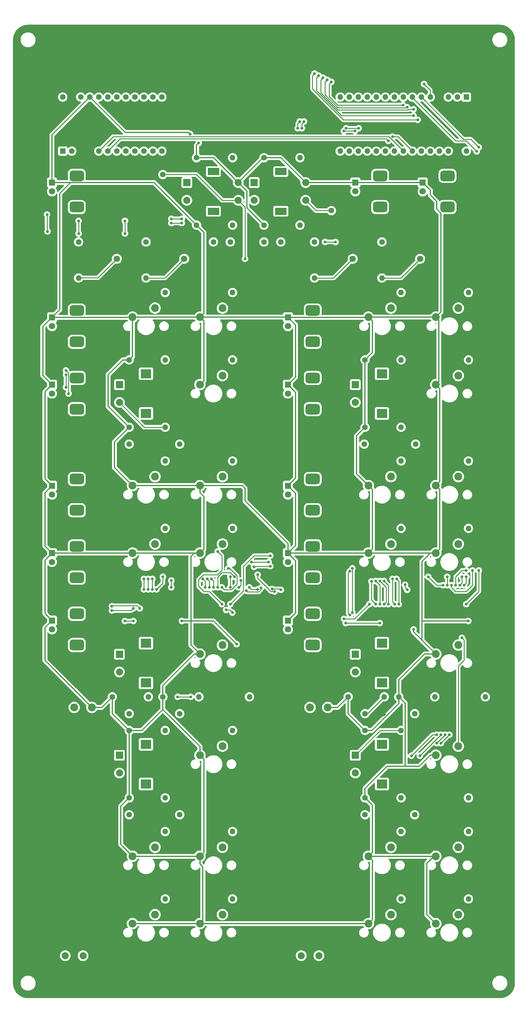
<source format=gbl>
G04 #@! TF.GenerationSoftware,KiCad,Pcbnew,(6.0.2)*
G04 #@! TF.CreationDate,2023-01-10T12:41:57+01:00*
G04 #@! TF.ProjectId,brutalist_01,62727574-616c-4697-9374-5f30312e6b69,00*
G04 #@! TF.SameCoordinates,Original*
G04 #@! TF.FileFunction,Copper,L2,Bot*
G04 #@! TF.FilePolarity,Positive*
%FSLAX46Y46*%
G04 Gerber Fmt 4.6, Leading zero omitted, Abs format (unit mm)*
G04 Created by KiCad (PCBNEW (6.0.2)) date 2023-01-10 12:41:57*
%MOMM*%
%LPD*%
G01*
G04 APERTURE LIST*
G04 Aperture macros list*
%AMRoundRect*
0 Rectangle with rounded corners*
0 $1 Rounding radius*
0 $2 $3 $4 $5 $6 $7 $8 $9 X,Y pos of 4 corners*
0 Add a 4 corners polygon primitive as box body*
4,1,4,$2,$3,$4,$5,$6,$7,$8,$9,$2,$3,0*
0 Add four circle primitives for the rounded corners*
1,1,$1+$1,$2,$3*
1,1,$1+$1,$4,$5*
1,1,$1+$1,$6,$7*
1,1,$1+$1,$8,$9*
0 Add four rect primitives between the rounded corners*
20,1,$1+$1,$2,$3,$4,$5,0*
20,1,$1+$1,$4,$5,$6,$7,0*
20,1,$1+$1,$6,$7,$8,$9,0*
20,1,$1+$1,$8,$9,$2,$3,0*%
G04 Aperture macros list end*
G04 #@! TA.AperFunction,ComponentPad*
%ADD10C,1.600000*%
G04 #@! TD*
G04 #@! TA.AperFunction,ComponentPad*
%ADD11O,1.600000X1.600000*%
G04 #@! TD*
G04 #@! TA.AperFunction,ComponentPad*
%ADD12C,2.200000*%
G04 #@! TD*
G04 #@! TA.AperFunction,ComponentPad*
%ADD13R,1.800000X1.800000*%
G04 #@! TD*
G04 #@! TA.AperFunction,ComponentPad*
%ADD14C,1.800000*%
G04 #@! TD*
G04 #@! TA.AperFunction,ComponentPad*
%ADD15C,2.000000*%
G04 #@! TD*
G04 #@! TA.AperFunction,ComponentPad*
%ADD16RoundRect,0.750000X-1.250000X-0.750000X1.250000X-0.750000X1.250000X0.750000X-1.250000X0.750000X0*%
G04 #@! TD*
G04 #@! TA.AperFunction,ComponentPad*
%ADD17R,2.000000X2.000000*%
G04 #@! TD*
G04 #@! TA.AperFunction,ComponentPad*
%ADD18R,3.000000X2.500000*%
G04 #@! TD*
G04 #@! TA.AperFunction,ComponentPad*
%ADD19R,1.600000X1.600000*%
G04 #@! TD*
G04 #@! TA.AperFunction,ComponentPad*
%ADD20R,3.200000X2.000000*%
G04 #@! TD*
G04 #@! TA.AperFunction,ViaPad*
%ADD21C,0.800000*%
G04 #@! TD*
G04 #@! TA.AperFunction,Conductor*
%ADD22C,0.250000*%
G04 #@! TD*
G04 #@! TA.AperFunction,Conductor*
%ADD23C,0.350000*%
G04 #@! TD*
G04 APERTURE END LIST*
D10*
X147250000Y-118750000D03*
X147250000Y-123750000D03*
X128250000Y-95000000D03*
D11*
X138410000Y-95000000D03*
D10*
X133000000Y-118750000D03*
X133000000Y-123750000D03*
D12*
X116540000Y-184920000D03*
X110190000Y-187460000D03*
X135540000Y-184920000D03*
X129190000Y-187460000D03*
D13*
X169730000Y-123500000D03*
D14*
X172270000Y-123500000D03*
D10*
X137750000Y-118750000D03*
X137750000Y-123750000D03*
D15*
X93750000Y-320000000D03*
X91250000Y-320000000D03*
D12*
X93750000Y-250000000D03*
D15*
X98750000Y-320000000D03*
X96250000Y-320000000D03*
D12*
X98750000Y-250000000D03*
D13*
X87500000Y-225500000D03*
D14*
X87500000Y-228000000D03*
X87500000Y-230500000D03*
D16*
X94500000Y-232400000D03*
X94500000Y-223600000D03*
D10*
X175750000Y-275500000D03*
D11*
X185910000Y-275500000D03*
D10*
X175750000Y-199500000D03*
D11*
X185910000Y-199500000D03*
D10*
X128250000Y-199500000D03*
D11*
X138410000Y-199500000D03*
D10*
X104500000Y-247000000D03*
D11*
X114660000Y-247000000D03*
D12*
X135540000Y-289420000D03*
X129190000Y-291960000D03*
D17*
X106500000Y-159000000D03*
D15*
X106500000Y-164000000D03*
X106500000Y-161500000D03*
D18*
X114000000Y-167100000D03*
X114000000Y-155900000D03*
D13*
X188730000Y-123500000D03*
D14*
X191270000Y-123500000D03*
D10*
X109250000Y-171000000D03*
D11*
X119410000Y-171000000D03*
D12*
X135540000Y-137420000D03*
X129190000Y-139960000D03*
D10*
X109250000Y-285000000D03*
D11*
X119410000Y-285000000D03*
D13*
X87500000Y-206500000D03*
D14*
X87500000Y-209000000D03*
X87500000Y-211500000D03*
D16*
X94500000Y-213400000D03*
X94500000Y-204600000D03*
D17*
X173000000Y-263500000D03*
D15*
X173000000Y-268500000D03*
X173000000Y-266000000D03*
D18*
X180500000Y-271600000D03*
X180500000Y-260400000D03*
D10*
X171000000Y-247000000D03*
D11*
X181160000Y-247000000D03*
D10*
X109250000Y-251750000D03*
X114250000Y-251750000D03*
D12*
X135540000Y-232420000D03*
X129190000Y-234960000D03*
D10*
X194750000Y-275500000D03*
D11*
X204910000Y-275500000D03*
D15*
X160250000Y-320000000D03*
X157750000Y-320000000D03*
D12*
X160250000Y-250000000D03*
D15*
X165250000Y-320000000D03*
X162750000Y-320000000D03*
D12*
X165250000Y-250000000D03*
D10*
X109250000Y-180500000D03*
D11*
X119410000Y-180500000D03*
D10*
X128250000Y-152000000D03*
D11*
X138410000Y-152000000D03*
D10*
X194750000Y-304000000D03*
D11*
X204910000Y-304000000D03*
D12*
X116540000Y-137420000D03*
X110190000Y-139960000D03*
D10*
X175750000Y-304000000D03*
D11*
X185910000Y-304000000D03*
D13*
X87500000Y-140000000D03*
D14*
X87500000Y-142500000D03*
X87500000Y-145000000D03*
D16*
X94500000Y-138100000D03*
X94500000Y-146900000D03*
D10*
X147250000Y-95000000D03*
D11*
X157410000Y-95000000D03*
D10*
X189750000Y-251750000D03*
X194750000Y-251750000D03*
X175750000Y-152000000D03*
D11*
X185910000Y-152000000D03*
D10*
X123500000Y-251750000D03*
X128500000Y-251750000D03*
D12*
X135540000Y-308420000D03*
X129190000Y-310960000D03*
D10*
X133000000Y-247000000D03*
D11*
X143160000Y-247000000D03*
D10*
X128250000Y-285000000D03*
D11*
X138410000Y-285000000D03*
D10*
X109250000Y-280250000D03*
X114250000Y-280250000D03*
D12*
X202040000Y-232420000D03*
X195690000Y-234960000D03*
D10*
X128250000Y-304000000D03*
D11*
X138410000Y-304000000D03*
D10*
X123500000Y-280250000D03*
X128500000Y-280250000D03*
D13*
X154000000Y-140000000D03*
D14*
X154000000Y-142500000D03*
X154000000Y-145000000D03*
D16*
X161000000Y-146900000D03*
X161000000Y-138100000D03*
D10*
X175750000Y-251750000D03*
X180750000Y-251750000D03*
D19*
X90530000Y-93120000D03*
D10*
X93070000Y-93120000D03*
X95610000Y-93120000D03*
X98150000Y-93120000D03*
X100690000Y-93120000D03*
X103230000Y-93120000D03*
X105770000Y-93120000D03*
X108310000Y-93120000D03*
X110850000Y-93120000D03*
X113390000Y-93120000D03*
X115930000Y-93120000D03*
X118470000Y-93120000D03*
X118470000Y-77880000D03*
X115930000Y-77880000D03*
X113390000Y-77880000D03*
X110850000Y-77880000D03*
X108310000Y-77880000D03*
X105770000Y-77880000D03*
X103230000Y-77880000D03*
X100690000Y-77880000D03*
X98150000Y-77880000D03*
X95610000Y-77880000D03*
X93070000Y-77880000D03*
X90530000Y-77880000D03*
D12*
X202040000Y-184920000D03*
X195690000Y-187460000D03*
D10*
X152000000Y-118750000D03*
X152000000Y-123750000D03*
X194750000Y-152000000D03*
D11*
X204910000Y-152000000D03*
D10*
X128250000Y-180500000D03*
D11*
X138410000Y-180500000D03*
D13*
X87500000Y-187500000D03*
D14*
X87500000Y-190000000D03*
X87500000Y-192500000D03*
D16*
X94500000Y-185600000D03*
X94500000Y-194400000D03*
D10*
X175750000Y-285000000D03*
D11*
X185910000Y-285000000D03*
D10*
X109250000Y-199500000D03*
D11*
X119410000Y-199500000D03*
D10*
X194750000Y-133000000D03*
D11*
X204910000Y-133000000D03*
D10*
X128250000Y-133000000D03*
D11*
X138410000Y-133000000D03*
D12*
X135540000Y-156420000D03*
X129190000Y-158960000D03*
D13*
X87500000Y-159000000D03*
D14*
X87500000Y-161500000D03*
X87500000Y-164000000D03*
D16*
X94500000Y-157100000D03*
X94500000Y-165900000D03*
D10*
X180500000Y-118750000D03*
D11*
X180500000Y-128910000D03*
D10*
X175750000Y-133000000D03*
D11*
X185910000Y-133000000D03*
D10*
X109250000Y-304000000D03*
D11*
X119410000Y-304000000D03*
D10*
X199500000Y-247000000D03*
D11*
X209660000Y-247000000D03*
D12*
X183040000Y-289420000D03*
X176690000Y-291960000D03*
D10*
X194750000Y-199500000D03*
D11*
X204910000Y-199500000D03*
D12*
X202040000Y-137420000D03*
X195690000Y-139960000D03*
D13*
X122230000Y-123500000D03*
D14*
X124770000Y-123500000D03*
D12*
X202040000Y-203920000D03*
X195690000Y-206460000D03*
D17*
X106500000Y-263500000D03*
D15*
X106500000Y-268500000D03*
X106500000Y-266000000D03*
D18*
X114000000Y-260400000D03*
X114000000Y-271600000D03*
D13*
X103230000Y-123500000D03*
D14*
X105770000Y-123500000D03*
D12*
X202040000Y-260920000D03*
X195690000Y-263460000D03*
X202040000Y-308420000D03*
X195690000Y-310960000D03*
D10*
X109250000Y-275500000D03*
D11*
X119410000Y-275500000D03*
D12*
X116540000Y-289420000D03*
X110190000Y-291960000D03*
D10*
X118750000Y-99750000D03*
D11*
X118750000Y-109910000D03*
D12*
X135540000Y-203920000D03*
X129190000Y-206460000D03*
D17*
X125500000Y-102000000D03*
D15*
X125500000Y-107000000D03*
X125500000Y-104500000D03*
D20*
X133000000Y-98900000D03*
X133000000Y-110100000D03*
D15*
X140000000Y-107000000D03*
X140000000Y-102000000D03*
D10*
X128250000Y-256500000D03*
D11*
X138410000Y-256500000D03*
X185910000Y-171000000D03*
D10*
X175750000Y-171000000D03*
D12*
X202040000Y-156420000D03*
X195690000Y-158960000D03*
D19*
X204300000Y-77890000D03*
D11*
X201760000Y-77890000D03*
X199220000Y-77890000D03*
X196680000Y-77890000D03*
X194140000Y-77890000D03*
X191600000Y-77890000D03*
X189060000Y-77890000D03*
X186520000Y-77890000D03*
X183980000Y-77890000D03*
X181440000Y-77890000D03*
X178900000Y-77890000D03*
X176360000Y-77890000D03*
X173820000Y-77890000D03*
X171280000Y-77890000D03*
X168740000Y-77890000D03*
X168740000Y-93130000D03*
X171280000Y-93130000D03*
X173820000Y-93130000D03*
X176360000Y-93130000D03*
X178900000Y-93130000D03*
X181440000Y-93130000D03*
X183980000Y-93130000D03*
X186520000Y-93130000D03*
X189060000Y-93130000D03*
X191600000Y-93130000D03*
X194140000Y-93130000D03*
X196680000Y-93130000D03*
X199220000Y-93130000D03*
X201760000Y-93130000D03*
X204300000Y-93130000D03*
D12*
X183040000Y-203920000D03*
X176690000Y-206460000D03*
D10*
X175750000Y-280250000D03*
X180750000Y-280250000D03*
X128250000Y-114000000D03*
D11*
X138410000Y-114000000D03*
D13*
X154000000Y-225500000D03*
D14*
X154000000Y-228000000D03*
X154000000Y-230500000D03*
D16*
X161000000Y-232400000D03*
X161000000Y-223600000D03*
D12*
X183040000Y-137420000D03*
X176690000Y-139960000D03*
D10*
X123500000Y-175750000D03*
X128500000Y-175750000D03*
X190000000Y-175750000D03*
X195000000Y-175750000D03*
D17*
X144500000Y-102000000D03*
D15*
X144500000Y-107000000D03*
X144500000Y-104500000D03*
D20*
X152000000Y-110100000D03*
X152000000Y-98900000D03*
D15*
X159000000Y-107000000D03*
X159000000Y-102000000D03*
D10*
X109250000Y-133000000D03*
D11*
X119410000Y-133000000D03*
D12*
X183040000Y-184920000D03*
X176690000Y-187460000D03*
D10*
X175750000Y-180500000D03*
D11*
X185910000Y-180500000D03*
D10*
X109250000Y-256500000D03*
D11*
X119410000Y-256500000D03*
D17*
X173000000Y-159000000D03*
D15*
X173000000Y-164000000D03*
X173000000Y-161500000D03*
D18*
X180500000Y-155900000D03*
X180500000Y-167100000D03*
D12*
X202040000Y-289420000D03*
X195690000Y-291960000D03*
D13*
X192000000Y-102000000D03*
D14*
X192000000Y-104500000D03*
X192000000Y-107000000D03*
D16*
X199000000Y-108900000D03*
X199000000Y-100100000D03*
D10*
X189750000Y-280250000D03*
X194750000Y-280250000D03*
D13*
X87500000Y-102000000D03*
D14*
X87500000Y-104500000D03*
X87500000Y-107000000D03*
D16*
X94500000Y-100100000D03*
X94500000Y-108900000D03*
D13*
X154000000Y-206500000D03*
D14*
X154000000Y-209000000D03*
X154000000Y-211500000D03*
D16*
X161000000Y-213400000D03*
X161000000Y-204600000D03*
D13*
X154000000Y-159000000D03*
D14*
X154000000Y-161500000D03*
X154000000Y-164000000D03*
D16*
X161000000Y-165900000D03*
X161000000Y-157100000D03*
D10*
X194750000Y-285000000D03*
D11*
X204910000Y-285000000D03*
D10*
X109250000Y-175750000D03*
X114250000Y-175750000D03*
X95000000Y-118750000D03*
D11*
X95000000Y-128910000D03*
D10*
X166250000Y-109910000D03*
D11*
X166250000Y-99750000D03*
D13*
X173000000Y-102000000D03*
D14*
X173000000Y-104500000D03*
X173000000Y-107000000D03*
D16*
X180000000Y-108900000D03*
X180000000Y-100100000D03*
D10*
X161500000Y-118750000D03*
D11*
X161500000Y-128910000D03*
D12*
X116540000Y-308420000D03*
X110190000Y-310960000D03*
X116540000Y-203920000D03*
X110190000Y-206460000D03*
D17*
X106500000Y-235000000D03*
D15*
X106500000Y-240000000D03*
X106500000Y-237500000D03*
D18*
X114000000Y-231900000D03*
X114000000Y-243100000D03*
D10*
X118750000Y-247000000D03*
D11*
X128910000Y-247000000D03*
D13*
X154000000Y-187500000D03*
D14*
X154000000Y-190000000D03*
X154000000Y-192500000D03*
D16*
X161000000Y-185600000D03*
X161000000Y-194400000D03*
D17*
X173000000Y-235000000D03*
D15*
X173000000Y-240000000D03*
X173000000Y-237500000D03*
D18*
X180500000Y-231900000D03*
X180500000Y-243100000D03*
D10*
X114000000Y-118750000D03*
D11*
X114000000Y-128910000D03*
D10*
X109250000Y-152000000D03*
D11*
X119410000Y-152000000D03*
D10*
X175500000Y-175750000D03*
X180500000Y-175750000D03*
X175750000Y-256500000D03*
D11*
X185910000Y-256500000D03*
D12*
X183040000Y-308420000D03*
X176690000Y-310960000D03*
D10*
X185250000Y-247000000D03*
D11*
X195410000Y-247000000D03*
D10*
X147250000Y-114000000D03*
D11*
X157410000Y-114000000D03*
D10*
X194750000Y-180500000D03*
D11*
X204910000Y-180500000D03*
D12*
X135540000Y-260920000D03*
X129190000Y-263460000D03*
D21*
X81343750Y-73031250D03*
X106875000Y-320625000D03*
X206625000Y-320625000D03*
X207812500Y-266000000D03*
X206625000Y-77187500D03*
X208406250Y-75406250D03*
X160312500Y-70656250D03*
X180500000Y-266000000D03*
X181093750Y-237500000D03*
X180500000Y-104500000D03*
X199500000Y-104500000D03*
X160312500Y-285000000D03*
X95000000Y-285000000D03*
X114000000Y-237500000D03*
X124093750Y-229187500D03*
X124093750Y-218500000D03*
X108656250Y-216125000D03*
X112812500Y-203656250D03*
X154375000Y-136562500D03*
X154375000Y-103312500D03*
X135968750Y-102718750D03*
X193562500Y-86093750D03*
X201875000Y-84906250D03*
X108656250Y-84312500D03*
X95000000Y-161500000D03*
X114000000Y-161500000D03*
X154375000Y-184656250D03*
X156750000Y-186437500D03*
X156750000Y-230968750D03*
X190593750Y-220875000D03*
X190593750Y-224437500D03*
X174562500Y-220875000D03*
X168625000Y-159718750D03*
X204843750Y-225625000D03*
X189406250Y-228000000D03*
X139531250Y-232156250D03*
X124093750Y-225625000D03*
X126468750Y-88338000D03*
X128843750Y-90843750D03*
X137750000Y-220875000D03*
X141906250Y-123500000D03*
X149031250Y-207218750D03*
X135375000Y-220875000D03*
X134187500Y-206031250D03*
X134187500Y-216125000D03*
X138937500Y-213156250D03*
X135375000Y-216125000D03*
X137156250Y-210781250D03*
X133000000Y-216125000D03*
X132406250Y-213750000D03*
X86093750Y-111031250D03*
X86224500Y-115781250D03*
X91437500Y-154968750D03*
X92162000Y-161500000D03*
X116968750Y-216718750D03*
X118750000Y-213156250D03*
X115781250Y-216718750D03*
X115781250Y-213750000D03*
X91437500Y-156156250D03*
X91437500Y-159718750D03*
X131812500Y-216125000D03*
X131218750Y-213750000D03*
X130625000Y-216125000D03*
X130031250Y-213750000D03*
X137750000Y-213156250D03*
X137750000Y-216125000D03*
X114593750Y-216718750D03*
X114593750Y-213750000D03*
X113406250Y-216718750D03*
X113406250Y-213750000D03*
X104369250Y-221468750D03*
X112218750Y-222062500D03*
X110437500Y-222062500D03*
X104369250Y-222656250D03*
X122906250Y-247000000D03*
X126599500Y-247000000D03*
X110437500Y-225625000D03*
X108062500Y-225625000D03*
X177531250Y-214474500D03*
X178718750Y-220875000D03*
X178718750Y-214343750D03*
X179906250Y-220875000D03*
X179906250Y-214343750D03*
X181093750Y-220875000D03*
X181093750Y-214343750D03*
X182281250Y-220875000D03*
X183468750Y-213750000D03*
X184062500Y-220875000D03*
X185250000Y-220875000D03*
X184656250Y-213750000D03*
X193562500Y-213156250D03*
X197718750Y-215531250D03*
X198906250Y-213156250D03*
X198906250Y-215531250D03*
X204250000Y-220875000D03*
X207812500Y-211375000D03*
X206031250Y-211375000D03*
X200093750Y-215531250D03*
X204250000Y-211375000D03*
X201281250Y-215531250D03*
X203062500Y-213156250D03*
X202468750Y-215531250D03*
X203656250Y-215531250D03*
X204250000Y-213156250D03*
X203061451Y-230373951D03*
X195937500Y-257687500D03*
X188812500Y-263625000D03*
X197125000Y-257687500D03*
X191187500Y-263625000D03*
X198312500Y-257687500D03*
X195937500Y-260062500D03*
X199500000Y-257687500D03*
X197125000Y-260062500D03*
X176937500Y-220875000D03*
X169812500Y-225031250D03*
X179906250Y-226218750D03*
X170275500Y-226218750D03*
X121125000Y-112218750D03*
X124093750Y-112218750D03*
X164468750Y-118750000D03*
X167437500Y-118750000D03*
X124093750Y-113406250D03*
X121125000Y-113406250D03*
X108062500Y-112812500D03*
X108062500Y-116375000D03*
X95000000Y-112812500D03*
X95000000Y-116375000D03*
X190593750Y-84312500D03*
X161500000Y-71250000D03*
X162687500Y-71843750D03*
X189406250Y-83125000D03*
X189406250Y-81343750D03*
X163875000Y-72437500D03*
X187625000Y-80750000D03*
X165062500Y-73031250D03*
X166250000Y-73625000D03*
X186437500Y-80156250D03*
X192375000Y-74218750D03*
X207812500Y-92031250D03*
X207218750Y-93218750D03*
X172187500Y-223250000D03*
X172187500Y-210781250D03*
X169772703Y-87460561D03*
X172927299Y-87427299D03*
X171463000Y-223956755D03*
X171463000Y-211554311D03*
X173968750Y-86687500D03*
X170406250Y-86687500D03*
X157343750Y-84775500D03*
X156750000Y-86687500D03*
X158531250Y-84775500D03*
X157937500Y-86687500D03*
X183472924Y-89058326D03*
X182281250Y-90250000D03*
X140125000Y-216125000D03*
X140718750Y-214213000D03*
X144454706Y-210360956D03*
X149031250Y-210187500D03*
X187625000Y-216849500D03*
X148568250Y-209000000D03*
X143687500Y-209000000D03*
X187031250Y-215400500D03*
X121125000Y-216125000D03*
X121125000Y-214213000D03*
X150218750Y-217312500D03*
X145468750Y-212562500D03*
X152000000Y-216849500D03*
X149511995Y-216588000D03*
X146390438Y-216311846D03*
X142284576Y-217097076D03*
X145468750Y-216718750D03*
X143093750Y-216125000D03*
X136562500Y-222525500D03*
X138343750Y-223250000D03*
D22*
X203656250Y-236692015D02*
X203656250Y-230968750D01*
X202040000Y-238308265D02*
X203656250Y-236692015D01*
X203656250Y-230968750D02*
X203061451Y-230373951D01*
X202040000Y-260920000D02*
X202040000Y-238308265D01*
D23*
X204843750Y-225625000D02*
X191781250Y-225625000D01*
X191781250Y-208813116D02*
X191781250Y-225625000D01*
X191781250Y-225625000D02*
X191781250Y-231051250D01*
X194134366Y-206460000D02*
X191781250Y-208813116D01*
X189406250Y-228676250D02*
X189406250Y-228000000D01*
X189406250Y-228676250D02*
X195690000Y-234960000D01*
X195937500Y-107296875D02*
X194156250Y-105515625D01*
X195937500Y-109427811D02*
X195937500Y-107296875D01*
X194156250Y-104156250D02*
X192000000Y-102000000D01*
X197125000Y-110615311D02*
X195937500Y-109427811D01*
X195690000Y-139960000D02*
X197125000Y-138525000D01*
X197125000Y-138525000D02*
X197125000Y-110615311D01*
X194156250Y-105515625D02*
X194156250Y-104156250D01*
X173000000Y-102000000D02*
X192000000Y-102000000D01*
X176690000Y-291960000D02*
X195690000Y-291960000D01*
X177789999Y-290860001D02*
X177789999Y-277539999D01*
X176690000Y-291960000D02*
X177789999Y-290860001D01*
X177789999Y-277539999D02*
X175750000Y-275500000D01*
X193145479Y-293972075D02*
X195157554Y-291960000D01*
X193145479Y-308415479D02*
X193145479Y-293972075D01*
X195690000Y-310960000D02*
X193145479Y-308415479D01*
X177789999Y-293059999D02*
X176690000Y-291960000D01*
X177789999Y-309860001D02*
X177789999Y-293059999D01*
X176690000Y-310960000D02*
X177789999Y-309860001D01*
X129190000Y-310960000D02*
X176690000Y-310960000D01*
X141147500Y-187460000D02*
X129190000Y-187460000D01*
X141906250Y-188218750D02*
X141147500Y-187460000D01*
X141906250Y-191781250D02*
X141906250Y-188218750D01*
X154000000Y-203875000D02*
X141906250Y-191781250D01*
X154000000Y-206500000D02*
X154000000Y-203875000D01*
X176650000Y-206500000D02*
X154000000Y-206500000D01*
X176690000Y-206460000D02*
X195690000Y-206460000D01*
X176690000Y-206460000D02*
X177789999Y-205360001D01*
X177789999Y-205360001D02*
X177789999Y-188559999D01*
X177789999Y-188559999D02*
X176690000Y-187460000D01*
X196789999Y-188559999D02*
X195690000Y-187460000D01*
X196789999Y-205360001D02*
X196789999Y-188559999D01*
X195690000Y-206460000D02*
X196789999Y-205360001D01*
X196789999Y-160059999D02*
X195690000Y-158960000D01*
X196789999Y-186360001D02*
X196789999Y-160059999D01*
X195690000Y-187460000D02*
X196789999Y-186360001D01*
X173375000Y-184145000D02*
X176690000Y-187460000D01*
X173375000Y-173375000D02*
X173375000Y-184145000D01*
X175750000Y-171000000D02*
X173375000Y-173375000D01*
X175750000Y-152000000D02*
X175750000Y-171000000D01*
X156156250Y-156843750D02*
X156156250Y-142156250D01*
X154000000Y-159000000D02*
X156156250Y-156843750D01*
X156156250Y-142156250D02*
X154000000Y-140000000D01*
X156156250Y-161156250D02*
X154000000Y-159000000D01*
X156156250Y-185343750D02*
X156156250Y-161156250D01*
X154000000Y-187500000D02*
X156156250Y-185343750D01*
X156156250Y-208656250D02*
X154000000Y-206500000D01*
X156156250Y-223343750D02*
X156156250Y-208656250D01*
X154000000Y-225500000D02*
X156156250Y-223343750D01*
X156156250Y-189656250D02*
X154000000Y-187500000D01*
X156156250Y-204343750D02*
X156156250Y-189656250D01*
X154000000Y-206500000D02*
X156156250Y-204343750D01*
X191000616Y-266593750D02*
X187084511Y-266593750D01*
X175750000Y-272850978D02*
X175750000Y-275500000D01*
X182007228Y-266593750D02*
X175750000Y-272850978D01*
X187084511Y-266593750D02*
X182007228Y-266593750D01*
X187084511Y-248834511D02*
X187084511Y-266593750D01*
X185250000Y-247000000D02*
X187084511Y-248834511D01*
X194134366Y-263460000D02*
X191000616Y-266593750D01*
X195690000Y-263460000D02*
X194134366Y-263460000D01*
X185250000Y-242250000D02*
X192540000Y-234960000D01*
X185250000Y-247000000D02*
X185250000Y-242250000D01*
X192540000Y-234960000D02*
X195690000Y-234960000D01*
X185250000Y-248911010D02*
X185250000Y-247000000D01*
X175750000Y-256500000D02*
X177661010Y-256500000D01*
X177661010Y-256500000D02*
X185250000Y-248911010D01*
X171000000Y-251750000D02*
X175750000Y-256500000D01*
X171000000Y-247000000D02*
X171000000Y-251750000D01*
X168000000Y-250000000D02*
X171000000Y-247000000D01*
X165250000Y-250000000D02*
X168000000Y-250000000D01*
X130031250Y-294960042D02*
X130031250Y-310531250D01*
X129190000Y-294118792D02*
X130031250Y-294960042D01*
X129190000Y-291960000D02*
X129190000Y-294118792D01*
X106875000Y-288645000D02*
X110190000Y-291960000D01*
X106875000Y-277875000D02*
X106875000Y-288645000D01*
X109250000Y-275500000D02*
X106875000Y-277875000D01*
X130289999Y-264559999D02*
X129190000Y-263460000D01*
X130289999Y-290860001D02*
X130289999Y-264559999D01*
X129190000Y-291960000D02*
X130289999Y-290860001D01*
X110190000Y-310960000D02*
X129190000Y-310960000D01*
X129190000Y-291960000D02*
X110190000Y-291960000D01*
X109250000Y-275500000D02*
X109250000Y-256500000D01*
X87500000Y-206500000D02*
X110150000Y-206500000D01*
X105093750Y-175156250D02*
X109250000Y-171000000D01*
X110190000Y-187460000D02*
X105093750Y-182363750D01*
X105093750Y-182363750D02*
X105093750Y-175156250D01*
X130289999Y-205360001D02*
X129190000Y-206460000D01*
X130289999Y-190567553D02*
X130289999Y-205360001D01*
X129190000Y-189467554D02*
X130289999Y-190567553D01*
X129190000Y-187460000D02*
X129190000Y-189467554D01*
X129190000Y-187460000D02*
X110190000Y-187460000D01*
X110190000Y-206460000D02*
X129190000Y-206460000D01*
X139531250Y-232156250D02*
X133000000Y-225625000D01*
X133000000Y-225625000D02*
X126468750Y-225625000D01*
X126468750Y-225625000D02*
X126645479Y-225801729D01*
X124093750Y-225625000D02*
X126468750Y-225625000D01*
X126645479Y-207448887D02*
X126645479Y-225801729D01*
X126645479Y-225801729D02*
X126645479Y-232415479D01*
X126645479Y-232415479D02*
X129190000Y-234960000D01*
X127634366Y-206460000D02*
X126645479Y-207448887D01*
X118750000Y-243844366D02*
X118750000Y-250562500D01*
X127634366Y-234960000D02*
X118750000Y-243844366D01*
X129190000Y-234960000D02*
X127634366Y-234960000D01*
X129190000Y-261002500D02*
X118750000Y-250562500D01*
X129190000Y-263460000D02*
X129190000Y-261002500D01*
X112812500Y-256500000D02*
X118750000Y-250562500D01*
X109250000Y-256500000D02*
X112812500Y-256500000D01*
X104500000Y-251750000D02*
X109250000Y-256500000D01*
X104500000Y-247000000D02*
X104500000Y-251750000D01*
X101500000Y-250000000D02*
X104500000Y-247000000D01*
X98750000Y-250000000D02*
X101500000Y-250000000D01*
X85500000Y-227500000D02*
X87500000Y-225500000D01*
X85500000Y-236750000D02*
X85500000Y-227500000D01*
X98750000Y-250000000D02*
X85500000Y-236750000D01*
X85500000Y-223500000D02*
X85500000Y-208500000D01*
X87500000Y-225500000D02*
X85500000Y-223500000D01*
X85500000Y-208500000D02*
X87500000Y-206500000D01*
X85500000Y-185500000D02*
X85500000Y-161000000D01*
X85500000Y-161000000D02*
X87500000Y-159000000D01*
X87500000Y-187500000D02*
X85500000Y-185500000D01*
X85500000Y-189500000D02*
X87500000Y-187500000D01*
X85500000Y-204500000D02*
X85500000Y-189500000D01*
X87500000Y-206500000D02*
X85500000Y-204500000D01*
X89656250Y-105093750D02*
X92750000Y-102000000D01*
X89656250Y-137843750D02*
X89656250Y-105093750D01*
X87500000Y-140000000D02*
X89656250Y-137843750D01*
X92750000Y-102000000D02*
X116250000Y-102000000D01*
X87500000Y-102000000D02*
X92750000Y-102000000D01*
X84906250Y-156406250D02*
X84906250Y-142593750D01*
X84906250Y-142593750D02*
X87500000Y-140000000D01*
X87500000Y-159000000D02*
X84906250Y-156406250D01*
X103312500Y-165062500D02*
X109250000Y-171000000D01*
X103312500Y-156156250D02*
X103312500Y-165062500D01*
X107468750Y-152000000D02*
X103312500Y-156156250D01*
X109250000Y-152000000D02*
X107468750Y-152000000D01*
X110190000Y-141967554D02*
X110194521Y-141972075D01*
X110194521Y-141972075D02*
X110194521Y-151055479D01*
X110194521Y-151055479D02*
X109250000Y-152000000D01*
X110190000Y-139960000D02*
X110190000Y-141967554D01*
X130289999Y-157860001D02*
X129190000Y-158960000D01*
X130289999Y-141059999D02*
X130289999Y-157860001D01*
X129190000Y-139960000D02*
X130289999Y-141059999D01*
X196531250Y-140801250D02*
X196531250Y-158118750D01*
X196531250Y-158118750D02*
X195690000Y-158960000D01*
X195690000Y-139960000D02*
X196531250Y-140801250D01*
X177789999Y-149960001D02*
X175750000Y-152000000D01*
X177789999Y-141059999D02*
X177789999Y-149960001D01*
X176690000Y-139960000D02*
X177789999Y-141059999D01*
X176690000Y-139960000D02*
X195690000Y-139960000D01*
X154000000Y-140000000D02*
X176650000Y-140000000D01*
X129190000Y-139960000D02*
X153960000Y-139960000D01*
X130289999Y-116039999D02*
X128250000Y-114000000D01*
X130289999Y-138860001D02*
X130289999Y-116039999D01*
X129190000Y-139960000D02*
X130289999Y-138860001D01*
X110150000Y-140000000D02*
X87500000Y-140000000D01*
X129190000Y-139960000D02*
X110190000Y-139960000D01*
X116250000Y-102000000D02*
X128250000Y-114000000D01*
X142405770Y-109155770D02*
X147250000Y-114000000D01*
X142405770Y-104405770D02*
X142405770Y-109155770D01*
X140000000Y-102000000D02*
X142405770Y-104405770D01*
X159000000Y-102000000D02*
X173000000Y-102000000D01*
X152000000Y-95000000D02*
X159000000Y-102000000D01*
X147250000Y-95000000D02*
X152000000Y-95000000D01*
X140000000Y-102000000D02*
X147000000Y-95000000D01*
X133000000Y-95000000D02*
X140000000Y-102000000D01*
X128250000Y-95000000D02*
X133000000Y-95000000D01*
X108145000Y-87875000D02*
X98150000Y-77880000D01*
X126468750Y-88338000D02*
X126005750Y-87875000D01*
X126005750Y-87875000D02*
X108145000Y-87875000D01*
X128250000Y-91437500D02*
X128250000Y-95000000D01*
X128843750Y-90843750D02*
X128250000Y-91437500D01*
X87500000Y-88530000D02*
X87500000Y-102000000D01*
X98150000Y-77880000D02*
X87500000Y-88530000D01*
D22*
X141443261Y-217181739D02*
X137750000Y-220875000D01*
X141443261Y-210219625D02*
X141443261Y-217181739D01*
X144444136Y-207218750D02*
X141443261Y-210219625D01*
X149031250Y-207218750D02*
X144444136Y-207218750D01*
X141906250Y-108906250D02*
X141906250Y-123500000D01*
X140000000Y-107000000D02*
X141906250Y-108906250D01*
X131812500Y-217312500D02*
X135375000Y-220875000D01*
X128843750Y-215828125D02*
X130328125Y-217312500D01*
X130328125Y-217312500D02*
X131812500Y-217312500D01*
X134145532Y-212562500D02*
X130194136Y-212562500D01*
X130194136Y-212562500D02*
X128843750Y-213912886D01*
X128843750Y-213912886D02*
X128843750Y-215828125D01*
X134187500Y-206031250D02*
X135375000Y-207218750D01*
X135375000Y-207218750D02*
X135375000Y-211333032D01*
X135375000Y-211333032D02*
X134145532Y-212562500D01*
X137587114Y-210781250D02*
X137156250Y-210781250D01*
X139662011Y-212856147D02*
X137587114Y-210781250D01*
X139662011Y-215237603D02*
X139662011Y-212856147D01*
X138050103Y-216849511D02*
X139662011Y-215237603D01*
X136099511Y-216849511D02*
X138050103Y-216849511D01*
X135375000Y-216125000D02*
X136099511Y-216849511D01*
X135375000Y-211968750D02*
X137750000Y-211968750D01*
X134187500Y-216125000D02*
X134187500Y-213156250D01*
X134187500Y-213156250D02*
X135375000Y-211968750D01*
X137750000Y-211968750D02*
X138937500Y-213156250D01*
X133000000Y-214343750D02*
X133000000Y-216125000D01*
X132406250Y-213750000D02*
X133000000Y-214343750D01*
X86224500Y-115781250D02*
X86093750Y-115650500D01*
X86093750Y-115650500D02*
X86093750Y-111031250D01*
X92162000Y-155693250D02*
X91437500Y-154968750D01*
X116968750Y-216718750D02*
X118750000Y-214937500D01*
X92162000Y-161500000D02*
X92162000Y-155693250D01*
X118750000Y-214937500D02*
X118750000Y-213156250D01*
X115781250Y-213750000D02*
X115781250Y-216718750D01*
X91437500Y-156156250D02*
X91437500Y-159718750D01*
X131812500Y-214343750D02*
X131812500Y-216125000D01*
X131218750Y-213750000D02*
X131812500Y-214343750D01*
X130625000Y-214343750D02*
X130625000Y-216125000D01*
X130031250Y-213750000D02*
X130625000Y-214343750D01*
X137750000Y-213156250D02*
X137750000Y-216125000D01*
X114593750Y-213750000D02*
X114593750Y-216718750D01*
X113406250Y-213750000D02*
X113406250Y-216718750D01*
X111494239Y-221337989D02*
X112218750Y-222062500D01*
X104500011Y-221337989D02*
X111494239Y-221337989D01*
X104369250Y-221468750D02*
X104500011Y-221337989D01*
X109843750Y-222656250D02*
X110437500Y-222062500D01*
X104369250Y-222656250D02*
X109843750Y-222656250D01*
X126599500Y-247000000D02*
X122906250Y-247000000D01*
X110437500Y-225625000D02*
X108062500Y-225625000D01*
X128250000Y-99750000D02*
X135500000Y-107000000D01*
X118750000Y-99750000D02*
X128250000Y-99750000D01*
X135500000Y-107000000D02*
X140000000Y-107000000D01*
X178718750Y-220875000D02*
X177531250Y-219687500D01*
X177531250Y-219687500D02*
X177531250Y-214474500D01*
X179906250Y-215531250D02*
X178718750Y-214343750D01*
X179906250Y-220875000D02*
X179906250Y-215531250D01*
X181687500Y-220281250D02*
X181687500Y-216125000D01*
X181687500Y-216125000D02*
X179906250Y-214343750D01*
X181093750Y-220875000D02*
X181687500Y-220281250D01*
X182281250Y-215531250D02*
X182281250Y-220875000D01*
X181093750Y-214343750D02*
X182281250Y-215531250D01*
X171000000Y-223493755D02*
X171463000Y-223956755D01*
X171000000Y-212017311D02*
X171000000Y-223493755D01*
X171463000Y-211554311D02*
X171000000Y-212017311D01*
X172187500Y-210781250D02*
X172187500Y-223250000D01*
X183468750Y-220281250D02*
X183468750Y-213750000D01*
X184062500Y-220875000D02*
X183468750Y-220281250D01*
X185250000Y-214343750D02*
X184656250Y-213750000D01*
X185250000Y-220875000D02*
X185250000Y-214343750D01*
X195937500Y-215531250D02*
X193562500Y-213156250D01*
X197718750Y-215531250D02*
X195937500Y-215531250D01*
X198906250Y-215531250D02*
X198906250Y-213156250D01*
X207812500Y-217312500D02*
X207812500Y-211375000D01*
X204250000Y-220875000D02*
X207812500Y-217312500D01*
X204250000Y-214937500D02*
X204250000Y-213156250D01*
X203656250Y-215531250D02*
X204250000Y-214937500D01*
X203062500Y-214937500D02*
X203062500Y-213156250D01*
X202468750Y-215531250D02*
X203062500Y-214937500D01*
X206031250Y-215531250D02*
X206031250Y-211375000D01*
X204250000Y-217312500D02*
X206031250Y-215531250D01*
X200093750Y-216125000D02*
X201281250Y-217312500D01*
X201281250Y-217312500D02*
X204250000Y-217312500D01*
X200093750Y-215531250D02*
X200093750Y-216125000D01*
X203062500Y-211375000D02*
X204250000Y-211375000D01*
X201281250Y-215531250D02*
X201281250Y-213156250D01*
X201281250Y-213156250D02*
X203062500Y-211375000D01*
X161910000Y-109910000D02*
X166250000Y-109910000D01*
X159000000Y-107000000D02*
X161910000Y-109910000D01*
X188812500Y-263625000D02*
X194750000Y-257687500D01*
X194750000Y-257687500D02*
X195937500Y-257687500D01*
X191187500Y-263625000D02*
X197125000Y-257687500D01*
X195937500Y-260062500D02*
X198312500Y-257687500D01*
X199500000Y-257687500D02*
X197125000Y-260062500D01*
X172781250Y-225031250D02*
X176937500Y-220875000D01*
X169812500Y-225031250D02*
X172781250Y-225031250D01*
X170275500Y-226218750D02*
X179906250Y-226218750D01*
X124093750Y-112218750D02*
X121125000Y-112218750D01*
X167437500Y-118750000D02*
X164468750Y-118750000D01*
X124093750Y-113406250D02*
X121125000Y-113406250D01*
X100426250Y-128843750D02*
X105770000Y-123500000D01*
X95593750Y-128843750D02*
X100426250Y-128843750D01*
X185860000Y-128910000D02*
X180500000Y-128910000D01*
X191270000Y-123500000D02*
X185860000Y-128910000D01*
X166860000Y-128910000D02*
X172270000Y-123500000D01*
X161500000Y-128910000D02*
X166860000Y-128910000D01*
X114000000Y-128910000D02*
X119360000Y-128910000D01*
X119360000Y-128910000D02*
X124770000Y-123500000D01*
X108062500Y-116375000D02*
X108062500Y-112812500D01*
X95000000Y-116375000D02*
X95000000Y-112812500D01*
X169644629Y-84312500D02*
X190593750Y-84312500D01*
X160906250Y-75574121D02*
X169644629Y-84312500D01*
X160906250Y-71843750D02*
X160906250Y-75574121D01*
X161500000Y-71250000D02*
X160906250Y-71843750D01*
X162093750Y-76125903D02*
X169092847Y-83125000D01*
X169092847Y-83125000D02*
X189406250Y-83125000D01*
X162093750Y-72437500D02*
X162093750Y-76125903D01*
X162687500Y-71843750D02*
X162093750Y-72437500D01*
X163281250Y-73031250D02*
X163875000Y-72437500D01*
X163281250Y-76677685D02*
X163281250Y-73031250D01*
X188055864Y-81343750D02*
X187925103Y-81474511D01*
X168078076Y-81474511D02*
X163281250Y-76677685D01*
X187925103Y-81474511D02*
X168078076Y-81474511D01*
X189406250Y-81343750D02*
X188055864Y-81343750D01*
X165656250Y-74218750D02*
X166250000Y-73625000D01*
X168031250Y-80156250D02*
X165656250Y-77781250D01*
X186437500Y-80156250D02*
X168031250Y-80156250D01*
X165656250Y-77781250D02*
X165656250Y-74218750D01*
X164468750Y-73625000D02*
X165062500Y-73031250D01*
X168120043Y-80880761D02*
X164468750Y-77229468D01*
X187625000Y-80750000D02*
X187494239Y-80880761D01*
X187494239Y-80880761D02*
X168120043Y-80880761D01*
X164468750Y-77229468D02*
X164468750Y-73625000D01*
X113500000Y-171000000D02*
X119410000Y-171000000D01*
X106500000Y-164000000D02*
X113500000Y-171000000D01*
X194140000Y-75983750D02*
X192375000Y-74218750D01*
X194140000Y-77890000D02*
X194140000Y-75983750D01*
X173000000Y-263500000D02*
X180000000Y-256500000D01*
X180000000Y-256500000D02*
X185910000Y-256500000D01*
X205581730Y-89800480D02*
X207812500Y-92031250D01*
X203510480Y-89800480D02*
X205581730Y-89800480D01*
X191600000Y-77890000D02*
X203510480Y-89800480D01*
X201281250Y-90250000D02*
X204250000Y-90250000D01*
X189060000Y-78028750D02*
X201281250Y-90250000D01*
X204250000Y-90250000D02*
X207218750Y-93218750D01*
X181160000Y-247000000D02*
X176410000Y-251750000D01*
X172912011Y-87412011D02*
X172927299Y-87427299D01*
X169821253Y-87412011D02*
X172912011Y-87412011D01*
X169772703Y-87460561D02*
X169821253Y-87412011D01*
X170406250Y-86687500D02*
X173968750Y-86687500D01*
X156750000Y-85369250D02*
X157343750Y-84775500D01*
X156750000Y-86687500D02*
X156750000Y-85369250D01*
X157937500Y-85369250D02*
X158531250Y-84775500D01*
X157937500Y-86687500D02*
X157937500Y-85369250D01*
X181687500Y-89656250D02*
X182281250Y-90250000D01*
X106693750Y-89656250D02*
X181687500Y-89656250D01*
X103230000Y-93120000D02*
X106693750Y-89656250D01*
X184988326Y-89058326D02*
X189060000Y-93130000D01*
X183472924Y-89058326D02*
X184988326Y-89058326D01*
X104747500Y-89062500D02*
X182452500Y-89062500D01*
X182452500Y-89062500D02*
X186520000Y-93130000D01*
X100690000Y-93120000D02*
X104747500Y-89062500D01*
X140718750Y-215531250D02*
X140125000Y-216125000D01*
X140718750Y-214213000D02*
X140718750Y-215531250D01*
X144454706Y-210360956D02*
X144628162Y-210187500D01*
X144628162Y-210187500D02*
X149031250Y-210187500D01*
X187031250Y-216255750D02*
X187625000Y-216849500D01*
X187031250Y-215400500D02*
X187031250Y-216255750D01*
X143687500Y-209000000D02*
X148568250Y-209000000D01*
X121125000Y-214213000D02*
X121125000Y-216125000D01*
X145768853Y-217443261D02*
X142630761Y-217443261D01*
X142630761Y-217443261D02*
X142284576Y-217097076D01*
X146390438Y-216821676D02*
X145768853Y-217443261D01*
X146390438Y-216311846D02*
X146390438Y-216821676D01*
X151738489Y-216587989D02*
X152000000Y-216849500D01*
X149918647Y-216587989D02*
X151738489Y-216587989D01*
X149643656Y-216862980D02*
X149918647Y-216587989D01*
X149511995Y-216862980D02*
X149643656Y-216862980D01*
X149511995Y-216588000D02*
X149511995Y-216862980D01*
X149194136Y-217312500D02*
X145468750Y-213587114D01*
X150218750Y-217312500D02*
X149194136Y-217312500D01*
X145468750Y-213587114D02*
X145468750Y-212562500D01*
X143687500Y-216718750D02*
X145468750Y-216718750D01*
X143093750Y-216125000D02*
X143687500Y-216718750D01*
X137619250Y-222525500D02*
X136562500Y-222525500D01*
X138343750Y-223250000D02*
X137619250Y-222525500D01*
G04 #@! TA.AperFunction,Conductor*
G36*
X213720057Y-57509500D02*
G01*
X213734858Y-57511805D01*
X213734861Y-57511805D01*
X213743730Y-57513186D01*
X213763626Y-57510584D01*
X213785784Y-57509654D01*
X214135584Y-57525827D01*
X214147173Y-57526901D01*
X214523701Y-57579424D01*
X214535141Y-57581563D01*
X214905217Y-57668604D01*
X214916393Y-57671784D01*
X215096633Y-57732195D01*
X215276863Y-57792602D01*
X215287715Y-57796806D01*
X215635497Y-57950367D01*
X215645902Y-57955547D01*
X215978048Y-58140551D01*
X215987925Y-58146667D01*
X216301570Y-58361519D01*
X216310858Y-58368533D01*
X216603342Y-58611408D01*
X216611942Y-58619249D01*
X216880751Y-58888058D01*
X216888592Y-58896658D01*
X217131467Y-59189142D01*
X217138481Y-59198430D01*
X217353333Y-59512075D01*
X217359449Y-59521952D01*
X217544453Y-59854098D01*
X217549633Y-59864503D01*
X217703194Y-60212285D01*
X217707398Y-60223137D01*
X217828213Y-60583598D01*
X217831396Y-60594783D01*
X217877434Y-60790524D01*
X217918437Y-60964859D01*
X217920576Y-60976299D01*
X217973099Y-61352827D01*
X217974173Y-61364416D01*
X217990003Y-61706816D01*
X217988638Y-61732015D01*
X217986814Y-61743730D01*
X217987978Y-61752632D01*
X217987978Y-61752635D01*
X217990936Y-61775251D01*
X217992000Y-61791589D01*
X217992000Y-327700672D01*
X217990500Y-327720056D01*
X217986814Y-327743730D01*
X217988454Y-327756270D01*
X217989416Y-327763626D01*
X217990346Y-327785784D01*
X217974173Y-328135584D01*
X217973099Y-328147173D01*
X217920576Y-328523701D01*
X217918437Y-328535141D01*
X217873734Y-328725208D01*
X217831398Y-328905208D01*
X217828213Y-328916402D01*
X217707398Y-329276863D01*
X217703194Y-329287715D01*
X217549633Y-329635497D01*
X217544453Y-329645902D01*
X217359449Y-329978048D01*
X217353333Y-329987925D01*
X217138481Y-330301570D01*
X217131467Y-330310858D01*
X216888592Y-330603342D01*
X216880751Y-330611942D01*
X216611942Y-330880751D01*
X216603342Y-330888592D01*
X216310858Y-331131467D01*
X216301570Y-331138481D01*
X215987925Y-331353333D01*
X215978048Y-331359449D01*
X215645902Y-331544453D01*
X215635497Y-331549633D01*
X215287715Y-331703194D01*
X215276863Y-331707398D01*
X215096632Y-331767806D01*
X214916393Y-331828216D01*
X214905217Y-331831396D01*
X214601421Y-331902848D01*
X214535141Y-331918437D01*
X214523701Y-331920576D01*
X214147173Y-331973099D01*
X214135584Y-331974173D01*
X213793184Y-331990003D01*
X213767985Y-331988638D01*
X213765142Y-331988195D01*
X213765140Y-331988195D01*
X213756270Y-331986814D01*
X213747368Y-331987978D01*
X213747365Y-331987978D01*
X213724749Y-331990936D01*
X213708411Y-331992000D01*
X80799328Y-331992000D01*
X80779943Y-331990500D01*
X80765142Y-331988195D01*
X80765139Y-331988195D01*
X80756270Y-331986814D01*
X80737105Y-331989320D01*
X80736374Y-331989416D01*
X80714216Y-331990346D01*
X80364416Y-331974173D01*
X80352827Y-331973099D01*
X79976299Y-331920576D01*
X79964859Y-331918437D01*
X79898579Y-331902848D01*
X79594783Y-331831396D01*
X79583607Y-331828216D01*
X79403368Y-331767806D01*
X79223137Y-331707398D01*
X79212285Y-331703194D01*
X78864503Y-331549633D01*
X78854098Y-331544453D01*
X78521952Y-331359449D01*
X78512075Y-331353333D01*
X78198430Y-331138481D01*
X78189142Y-331131467D01*
X77896658Y-330888592D01*
X77888058Y-330880751D01*
X77619249Y-330611942D01*
X77611408Y-330603342D01*
X77368533Y-330310858D01*
X77361519Y-330301570D01*
X77146667Y-329987925D01*
X77140551Y-329978048D01*
X76955547Y-329645902D01*
X76950367Y-329635497D01*
X76796806Y-329287715D01*
X76792602Y-329276863D01*
X76671787Y-328916402D01*
X76668602Y-328905208D01*
X76626267Y-328725208D01*
X76581563Y-328535141D01*
X76579424Y-328523701D01*
X76526901Y-328147173D01*
X76525827Y-328135584D01*
X76514136Y-327882703D01*
X78640743Y-327882703D01*
X78678268Y-328167734D01*
X78754129Y-328445036D01*
X78866923Y-328709476D01*
X78878693Y-328729142D01*
X78990766Y-328916402D01*
X79014561Y-328956161D01*
X79194313Y-329180528D01*
X79402851Y-329378423D01*
X79636317Y-329546186D01*
X79640112Y-329548195D01*
X79640113Y-329548196D01*
X79661869Y-329559715D01*
X79890392Y-329680712D01*
X80160373Y-329779511D01*
X80441264Y-329840755D01*
X80469841Y-329843004D01*
X80664282Y-329858307D01*
X80664291Y-329858307D01*
X80666739Y-329858500D01*
X80822271Y-329858500D01*
X80824407Y-329858354D01*
X80824418Y-329858354D01*
X81032548Y-329844165D01*
X81032554Y-329844164D01*
X81036825Y-329843873D01*
X81041020Y-329843004D01*
X81041022Y-329843004D01*
X81177584Y-329814723D01*
X81318342Y-329785574D01*
X81589343Y-329689607D01*
X81844812Y-329557750D01*
X81848313Y-329555289D01*
X81848317Y-329555287D01*
X81985705Y-329458729D01*
X82080023Y-329392441D01*
X82158403Y-329319606D01*
X82287479Y-329199661D01*
X82287481Y-329199658D01*
X82290622Y-329196740D01*
X82472713Y-328974268D01*
X82622927Y-328729142D01*
X82708088Y-328535141D01*
X82736757Y-328469830D01*
X82738483Y-328465898D01*
X82817244Y-328189406D01*
X82857751Y-327904784D01*
X82857845Y-327886951D01*
X82857867Y-327882703D01*
X211640743Y-327882703D01*
X211678268Y-328167734D01*
X211754129Y-328445036D01*
X211866923Y-328709476D01*
X211878693Y-328729142D01*
X211990766Y-328916402D01*
X212014561Y-328956161D01*
X212194313Y-329180528D01*
X212402851Y-329378423D01*
X212636317Y-329546186D01*
X212640112Y-329548195D01*
X212640113Y-329548196D01*
X212661869Y-329559715D01*
X212890392Y-329680712D01*
X213160373Y-329779511D01*
X213441264Y-329840755D01*
X213469841Y-329843004D01*
X213664282Y-329858307D01*
X213664291Y-329858307D01*
X213666739Y-329858500D01*
X213822271Y-329858500D01*
X213824407Y-329858354D01*
X213824418Y-329858354D01*
X214032548Y-329844165D01*
X214032554Y-329844164D01*
X214036825Y-329843873D01*
X214041020Y-329843004D01*
X214041022Y-329843004D01*
X214177584Y-329814723D01*
X214318342Y-329785574D01*
X214589343Y-329689607D01*
X214844812Y-329557750D01*
X214848313Y-329555289D01*
X214848317Y-329555287D01*
X214985705Y-329458729D01*
X215080023Y-329392441D01*
X215158403Y-329319606D01*
X215287479Y-329199661D01*
X215287481Y-329199658D01*
X215290622Y-329196740D01*
X215472713Y-328974268D01*
X215622927Y-328729142D01*
X215708088Y-328535141D01*
X215736757Y-328469830D01*
X215738483Y-328465898D01*
X215817244Y-328189406D01*
X215857751Y-327904784D01*
X215857845Y-327886951D01*
X215859235Y-327621583D01*
X215859235Y-327621576D01*
X215859257Y-327617297D01*
X215821732Y-327332266D01*
X215745871Y-327054964D01*
X215633077Y-326790524D01*
X215485439Y-326543839D01*
X215305687Y-326319472D01*
X215097149Y-326121577D01*
X214863683Y-325953814D01*
X214841843Y-325942250D01*
X214818654Y-325929972D01*
X214609608Y-325819288D01*
X214339627Y-325720489D01*
X214058736Y-325659245D01*
X214027685Y-325656801D01*
X213835718Y-325641693D01*
X213835709Y-325641693D01*
X213833261Y-325641500D01*
X213677729Y-325641500D01*
X213675593Y-325641646D01*
X213675582Y-325641646D01*
X213467452Y-325655835D01*
X213467446Y-325655836D01*
X213463175Y-325656127D01*
X213458980Y-325656996D01*
X213458978Y-325656996D01*
X213322417Y-325685276D01*
X213181658Y-325714426D01*
X212910657Y-325810393D01*
X212655188Y-325942250D01*
X212651687Y-325944711D01*
X212651683Y-325944713D01*
X212641594Y-325951804D01*
X212419977Y-326107559D01*
X212209378Y-326303260D01*
X212027287Y-326525732D01*
X211877073Y-326770858D01*
X211761517Y-327034102D01*
X211682756Y-327310594D01*
X211642249Y-327595216D01*
X211642227Y-327599505D01*
X211642226Y-327599512D01*
X211640765Y-327878417D01*
X211640743Y-327882703D01*
X82857867Y-327882703D01*
X82859235Y-327621583D01*
X82859235Y-327621576D01*
X82859257Y-327617297D01*
X82821732Y-327332266D01*
X82745871Y-327054964D01*
X82633077Y-326790524D01*
X82485439Y-326543839D01*
X82305687Y-326319472D01*
X82097149Y-326121577D01*
X81863683Y-325953814D01*
X81841843Y-325942250D01*
X81818654Y-325929972D01*
X81609608Y-325819288D01*
X81339627Y-325720489D01*
X81058736Y-325659245D01*
X81027685Y-325656801D01*
X80835718Y-325641693D01*
X80835709Y-325641693D01*
X80833261Y-325641500D01*
X80677729Y-325641500D01*
X80675593Y-325641646D01*
X80675582Y-325641646D01*
X80467452Y-325655835D01*
X80467446Y-325655836D01*
X80463175Y-325656127D01*
X80458980Y-325656996D01*
X80458978Y-325656996D01*
X80322417Y-325685276D01*
X80181658Y-325714426D01*
X79910657Y-325810393D01*
X79655188Y-325942250D01*
X79651687Y-325944711D01*
X79651683Y-325944713D01*
X79641594Y-325951804D01*
X79419977Y-326107559D01*
X79209378Y-326303260D01*
X79027287Y-326525732D01*
X78877073Y-326770858D01*
X78761517Y-327034102D01*
X78682756Y-327310594D01*
X78642249Y-327595216D01*
X78642227Y-327599505D01*
X78642226Y-327599512D01*
X78640765Y-327878417D01*
X78640743Y-327882703D01*
X76514136Y-327882703D01*
X76509997Y-327793184D01*
X76511362Y-327767985D01*
X76511805Y-327765142D01*
X76511805Y-327765140D01*
X76513186Y-327756270D01*
X76511547Y-327743730D01*
X76509064Y-327724749D01*
X76508000Y-327708411D01*
X76508000Y-320000000D01*
X89736835Y-320000000D01*
X89755465Y-320236711D01*
X89810895Y-320467594D01*
X89901760Y-320686963D01*
X89904346Y-320691183D01*
X90023241Y-320885202D01*
X90023245Y-320885208D01*
X90025824Y-320889416D01*
X90180031Y-321069969D01*
X90360584Y-321224176D01*
X90364792Y-321226755D01*
X90364798Y-321226759D01*
X90558817Y-321345654D01*
X90563037Y-321348240D01*
X90567607Y-321350133D01*
X90567611Y-321350135D01*
X90777833Y-321437211D01*
X90782406Y-321439105D01*
X90862609Y-321458360D01*
X91008476Y-321493380D01*
X91008482Y-321493381D01*
X91013289Y-321494535D01*
X91250000Y-321513165D01*
X91486711Y-321494535D01*
X91491518Y-321493381D01*
X91491524Y-321493380D01*
X91637391Y-321458360D01*
X91717594Y-321439105D01*
X91722167Y-321437211D01*
X91932389Y-321350135D01*
X91932393Y-321350133D01*
X91936963Y-321348240D01*
X91941183Y-321345654D01*
X92135202Y-321226759D01*
X92135208Y-321226755D01*
X92139416Y-321224176D01*
X92319969Y-321069969D01*
X92474176Y-320889416D01*
X92476755Y-320885208D01*
X92476759Y-320885202D01*
X92595654Y-320691183D01*
X92598240Y-320686963D01*
X92689105Y-320467594D01*
X92744535Y-320236711D01*
X92763165Y-320000000D01*
X94736835Y-320000000D01*
X94755465Y-320236711D01*
X94810895Y-320467594D01*
X94901760Y-320686963D01*
X94904346Y-320691183D01*
X95023241Y-320885202D01*
X95023245Y-320885208D01*
X95025824Y-320889416D01*
X95180031Y-321069969D01*
X95360584Y-321224176D01*
X95364792Y-321226755D01*
X95364798Y-321226759D01*
X95558817Y-321345654D01*
X95563037Y-321348240D01*
X95567607Y-321350133D01*
X95567611Y-321350135D01*
X95777833Y-321437211D01*
X95782406Y-321439105D01*
X95862609Y-321458360D01*
X96008476Y-321493380D01*
X96008482Y-321493381D01*
X96013289Y-321494535D01*
X96250000Y-321513165D01*
X96486711Y-321494535D01*
X96491518Y-321493381D01*
X96491524Y-321493380D01*
X96637391Y-321458360D01*
X96717594Y-321439105D01*
X96722167Y-321437211D01*
X96932389Y-321350135D01*
X96932393Y-321350133D01*
X96936963Y-321348240D01*
X96941183Y-321345654D01*
X97135202Y-321226759D01*
X97135208Y-321226755D01*
X97139416Y-321224176D01*
X97319969Y-321069969D01*
X97474176Y-320889416D01*
X97476755Y-320885208D01*
X97476759Y-320885202D01*
X97595654Y-320691183D01*
X97598240Y-320686963D01*
X97689105Y-320467594D01*
X97744535Y-320236711D01*
X97763165Y-320000000D01*
X156236835Y-320000000D01*
X156255465Y-320236711D01*
X156310895Y-320467594D01*
X156401760Y-320686963D01*
X156404346Y-320691183D01*
X156523241Y-320885202D01*
X156523245Y-320885208D01*
X156525824Y-320889416D01*
X156680031Y-321069969D01*
X156860584Y-321224176D01*
X156864792Y-321226755D01*
X156864798Y-321226759D01*
X157058817Y-321345654D01*
X157063037Y-321348240D01*
X157067607Y-321350133D01*
X157067611Y-321350135D01*
X157277833Y-321437211D01*
X157282406Y-321439105D01*
X157362609Y-321458360D01*
X157508476Y-321493380D01*
X157508482Y-321493381D01*
X157513289Y-321494535D01*
X157750000Y-321513165D01*
X157986711Y-321494535D01*
X157991518Y-321493381D01*
X157991524Y-321493380D01*
X158137391Y-321458360D01*
X158217594Y-321439105D01*
X158222167Y-321437211D01*
X158432389Y-321350135D01*
X158432393Y-321350133D01*
X158436963Y-321348240D01*
X158441183Y-321345654D01*
X158635202Y-321226759D01*
X158635208Y-321226755D01*
X158639416Y-321224176D01*
X158819969Y-321069969D01*
X158974176Y-320889416D01*
X158976755Y-320885208D01*
X158976759Y-320885202D01*
X159095654Y-320691183D01*
X159098240Y-320686963D01*
X159189105Y-320467594D01*
X159244535Y-320236711D01*
X159263165Y-320000000D01*
X161236835Y-320000000D01*
X161255465Y-320236711D01*
X161310895Y-320467594D01*
X161401760Y-320686963D01*
X161404346Y-320691183D01*
X161523241Y-320885202D01*
X161523245Y-320885208D01*
X161525824Y-320889416D01*
X161680031Y-321069969D01*
X161860584Y-321224176D01*
X161864792Y-321226755D01*
X161864798Y-321226759D01*
X162058817Y-321345654D01*
X162063037Y-321348240D01*
X162067607Y-321350133D01*
X162067611Y-321350135D01*
X162277833Y-321437211D01*
X162282406Y-321439105D01*
X162362609Y-321458360D01*
X162508476Y-321493380D01*
X162508482Y-321493381D01*
X162513289Y-321494535D01*
X162750000Y-321513165D01*
X162986711Y-321494535D01*
X162991518Y-321493381D01*
X162991524Y-321493380D01*
X163137391Y-321458360D01*
X163217594Y-321439105D01*
X163222167Y-321437211D01*
X163432389Y-321350135D01*
X163432393Y-321350133D01*
X163436963Y-321348240D01*
X163441183Y-321345654D01*
X163635202Y-321226759D01*
X163635208Y-321226755D01*
X163639416Y-321224176D01*
X163819969Y-321069969D01*
X163974176Y-320889416D01*
X163976755Y-320885208D01*
X163976759Y-320885202D01*
X164095654Y-320691183D01*
X164098240Y-320686963D01*
X164189105Y-320467594D01*
X164244535Y-320236711D01*
X164263165Y-320000000D01*
X164244535Y-319763289D01*
X164189105Y-319532406D01*
X164098240Y-319313037D01*
X164095654Y-319308817D01*
X163976759Y-319114798D01*
X163976755Y-319114792D01*
X163974176Y-319110584D01*
X163819969Y-318930031D01*
X163639416Y-318775824D01*
X163635208Y-318773245D01*
X163635202Y-318773241D01*
X163441183Y-318654346D01*
X163436963Y-318651760D01*
X163432393Y-318649867D01*
X163432389Y-318649865D01*
X163222167Y-318562789D01*
X163222165Y-318562788D01*
X163217594Y-318560895D01*
X163137391Y-318541640D01*
X162991524Y-318506620D01*
X162991518Y-318506619D01*
X162986711Y-318505465D01*
X162750000Y-318486835D01*
X162513289Y-318505465D01*
X162508482Y-318506619D01*
X162508476Y-318506620D01*
X162362609Y-318541640D01*
X162282406Y-318560895D01*
X162277835Y-318562788D01*
X162277833Y-318562789D01*
X162067611Y-318649865D01*
X162067607Y-318649867D01*
X162063037Y-318651760D01*
X162058817Y-318654346D01*
X161864798Y-318773241D01*
X161864792Y-318773245D01*
X161860584Y-318775824D01*
X161680031Y-318930031D01*
X161525824Y-319110584D01*
X161523245Y-319114792D01*
X161523241Y-319114798D01*
X161404346Y-319308817D01*
X161401760Y-319313037D01*
X161310895Y-319532406D01*
X161255465Y-319763289D01*
X161236835Y-320000000D01*
X159263165Y-320000000D01*
X159244535Y-319763289D01*
X159189105Y-319532406D01*
X159098240Y-319313037D01*
X159095654Y-319308817D01*
X158976759Y-319114798D01*
X158976755Y-319114792D01*
X158974176Y-319110584D01*
X158819969Y-318930031D01*
X158639416Y-318775824D01*
X158635208Y-318773245D01*
X158635202Y-318773241D01*
X158441183Y-318654346D01*
X158436963Y-318651760D01*
X158432393Y-318649867D01*
X158432389Y-318649865D01*
X158222167Y-318562789D01*
X158222165Y-318562788D01*
X158217594Y-318560895D01*
X158137391Y-318541640D01*
X157991524Y-318506620D01*
X157991518Y-318506619D01*
X157986711Y-318505465D01*
X157750000Y-318486835D01*
X157513289Y-318505465D01*
X157508482Y-318506619D01*
X157508476Y-318506620D01*
X157362609Y-318541640D01*
X157282406Y-318560895D01*
X157277835Y-318562788D01*
X157277833Y-318562789D01*
X157067611Y-318649865D01*
X157067607Y-318649867D01*
X157063037Y-318651760D01*
X157058817Y-318654346D01*
X156864798Y-318773241D01*
X156864792Y-318773245D01*
X156860584Y-318775824D01*
X156680031Y-318930031D01*
X156525824Y-319110584D01*
X156523245Y-319114792D01*
X156523241Y-319114798D01*
X156404346Y-319308817D01*
X156401760Y-319313037D01*
X156310895Y-319532406D01*
X156255465Y-319763289D01*
X156236835Y-320000000D01*
X97763165Y-320000000D01*
X97744535Y-319763289D01*
X97689105Y-319532406D01*
X97598240Y-319313037D01*
X97595654Y-319308817D01*
X97476759Y-319114798D01*
X97476755Y-319114792D01*
X97474176Y-319110584D01*
X97319969Y-318930031D01*
X97139416Y-318775824D01*
X97135208Y-318773245D01*
X97135202Y-318773241D01*
X96941183Y-318654346D01*
X96936963Y-318651760D01*
X96932393Y-318649867D01*
X96932389Y-318649865D01*
X96722167Y-318562789D01*
X96722165Y-318562788D01*
X96717594Y-318560895D01*
X96637391Y-318541640D01*
X96491524Y-318506620D01*
X96491518Y-318506619D01*
X96486711Y-318505465D01*
X96250000Y-318486835D01*
X96013289Y-318505465D01*
X96008482Y-318506619D01*
X96008476Y-318506620D01*
X95862609Y-318541640D01*
X95782406Y-318560895D01*
X95777835Y-318562788D01*
X95777833Y-318562789D01*
X95567611Y-318649865D01*
X95567607Y-318649867D01*
X95563037Y-318651760D01*
X95558817Y-318654346D01*
X95364798Y-318773241D01*
X95364792Y-318773245D01*
X95360584Y-318775824D01*
X95180031Y-318930031D01*
X95025824Y-319110584D01*
X95023245Y-319114792D01*
X95023241Y-319114798D01*
X94904346Y-319308817D01*
X94901760Y-319313037D01*
X94810895Y-319532406D01*
X94755465Y-319763289D01*
X94736835Y-320000000D01*
X92763165Y-320000000D01*
X92744535Y-319763289D01*
X92689105Y-319532406D01*
X92598240Y-319313037D01*
X92595654Y-319308817D01*
X92476759Y-319114798D01*
X92476755Y-319114792D01*
X92474176Y-319110584D01*
X92319969Y-318930031D01*
X92139416Y-318775824D01*
X92135208Y-318773245D01*
X92135202Y-318773241D01*
X91941183Y-318654346D01*
X91936963Y-318651760D01*
X91932393Y-318649867D01*
X91932389Y-318649865D01*
X91722167Y-318562789D01*
X91722165Y-318562788D01*
X91717594Y-318560895D01*
X91637391Y-318541640D01*
X91491524Y-318506620D01*
X91491518Y-318506619D01*
X91486711Y-318505465D01*
X91250000Y-318486835D01*
X91013289Y-318505465D01*
X91008482Y-318506619D01*
X91008476Y-318506620D01*
X90862609Y-318541640D01*
X90782406Y-318560895D01*
X90777835Y-318562788D01*
X90777833Y-318562789D01*
X90567611Y-318649865D01*
X90567607Y-318649867D01*
X90563037Y-318651760D01*
X90558817Y-318654346D01*
X90364798Y-318773241D01*
X90364792Y-318773245D01*
X90360584Y-318775824D01*
X90180031Y-318930031D01*
X90025824Y-319110584D01*
X90023245Y-319114792D01*
X90023241Y-319114798D01*
X89904346Y-319308817D01*
X89901760Y-319313037D01*
X89810895Y-319532406D01*
X89755465Y-319763289D01*
X89736835Y-320000000D01*
X76508000Y-320000000D01*
X76508000Y-308420000D01*
X114926526Y-308420000D01*
X114946391Y-308672403D01*
X114947545Y-308677210D01*
X114947546Y-308677216D01*
X114966134Y-308754639D01*
X115005495Y-308918591D01*
X115102384Y-309152502D01*
X115234672Y-309368376D01*
X115399102Y-309560898D01*
X115591624Y-309725328D01*
X115807498Y-309857616D01*
X115812068Y-309859509D01*
X115812072Y-309859511D01*
X116036836Y-309952611D01*
X116041409Y-309954505D01*
X116093301Y-309966963D01*
X116282784Y-310012454D01*
X116282790Y-310012455D01*
X116287597Y-310013609D01*
X116415762Y-310023696D01*
X116430907Y-310024888D01*
X116497248Y-310050174D01*
X116539388Y-310107312D01*
X116540179Y-310119609D01*
X116563755Y-310067988D01*
X116623481Y-310029604D01*
X116649093Y-310024888D01*
X116664238Y-310023696D01*
X116792403Y-310013609D01*
X116797210Y-310012455D01*
X116797216Y-310012454D01*
X116986699Y-309966963D01*
X117038591Y-309954505D01*
X117043164Y-309952611D01*
X117267928Y-309859511D01*
X117267932Y-309859509D01*
X117272502Y-309857616D01*
X117488376Y-309725328D01*
X117680898Y-309560898D01*
X117845328Y-309368376D01*
X117977616Y-309152502D01*
X118074505Y-308918591D01*
X118113866Y-308754639D01*
X118132454Y-308677216D01*
X118132455Y-308677210D01*
X118133609Y-308672403D01*
X118153474Y-308420000D01*
X118133609Y-308167597D01*
X118125151Y-308132364D01*
X118075660Y-307926221D01*
X118074505Y-307921409D01*
X117977616Y-307687498D01*
X117845328Y-307471624D01*
X117680898Y-307279102D01*
X117488376Y-307114672D01*
X117272502Y-306982384D01*
X117267932Y-306980491D01*
X117267928Y-306980489D01*
X117043164Y-306887389D01*
X117043162Y-306887388D01*
X117038591Y-306885495D01*
X116953968Y-306865179D01*
X116797216Y-306827546D01*
X116797210Y-306827545D01*
X116792403Y-306826391D01*
X116540000Y-306806526D01*
X116287597Y-306826391D01*
X116282790Y-306827545D01*
X116282784Y-306827546D01*
X116126032Y-306865179D01*
X116041409Y-306885495D01*
X116036838Y-306887388D01*
X116036836Y-306887389D01*
X115812072Y-306980489D01*
X115812068Y-306980491D01*
X115807498Y-306982384D01*
X115591624Y-307114672D01*
X115399102Y-307279102D01*
X115234672Y-307471624D01*
X115102384Y-307687498D01*
X115005495Y-307921409D01*
X115004340Y-307926221D01*
X114954850Y-308132364D01*
X114946391Y-308167597D01*
X114926526Y-308420000D01*
X76508000Y-308420000D01*
X76508000Y-304000000D01*
X118096502Y-304000000D01*
X118116457Y-304228087D01*
X118175716Y-304449243D01*
X118178039Y-304454224D01*
X118178039Y-304454225D01*
X118270151Y-304651762D01*
X118270154Y-304651767D01*
X118272477Y-304656749D01*
X118403802Y-304844300D01*
X118565700Y-305006198D01*
X118570208Y-305009355D01*
X118570211Y-305009357D01*
X118648389Y-305064098D01*
X118753251Y-305137523D01*
X118758233Y-305139846D01*
X118758238Y-305139849D01*
X118955775Y-305231961D01*
X118960757Y-305234284D01*
X118966065Y-305235706D01*
X118966067Y-305235707D01*
X119176598Y-305292119D01*
X119176600Y-305292119D01*
X119181913Y-305293543D01*
X119410000Y-305313498D01*
X119638087Y-305293543D01*
X119643400Y-305292119D01*
X119643402Y-305292119D01*
X119853933Y-305235707D01*
X119853935Y-305235706D01*
X119859243Y-305234284D01*
X119864225Y-305231961D01*
X120061762Y-305139849D01*
X120061767Y-305139846D01*
X120066749Y-305137523D01*
X120171611Y-305064098D01*
X120249789Y-305009357D01*
X120249792Y-305009355D01*
X120254300Y-305006198D01*
X120416198Y-304844300D01*
X120547523Y-304656749D01*
X120549846Y-304651767D01*
X120549849Y-304651762D01*
X120641961Y-304454225D01*
X120641961Y-304454224D01*
X120644284Y-304449243D01*
X120703543Y-304228087D01*
X120723498Y-304000000D01*
X120703543Y-303771913D01*
X120644284Y-303550757D01*
X120641961Y-303545775D01*
X120549849Y-303348238D01*
X120549846Y-303348233D01*
X120547523Y-303343251D01*
X120416198Y-303155700D01*
X120254300Y-302993802D01*
X120249792Y-302990645D01*
X120249789Y-302990643D01*
X120171611Y-302935902D01*
X120066749Y-302862477D01*
X120061767Y-302860154D01*
X120061762Y-302860151D01*
X119864225Y-302768039D01*
X119864224Y-302768039D01*
X119859243Y-302765716D01*
X119853935Y-302764294D01*
X119853933Y-302764293D01*
X119643402Y-302707881D01*
X119643400Y-302707881D01*
X119638087Y-302706457D01*
X119410000Y-302686502D01*
X119181913Y-302706457D01*
X119176600Y-302707881D01*
X119176598Y-302707881D01*
X118966067Y-302764293D01*
X118966065Y-302764294D01*
X118960757Y-302765716D01*
X118955776Y-302768039D01*
X118955775Y-302768039D01*
X118758238Y-302860151D01*
X118758233Y-302860154D01*
X118753251Y-302862477D01*
X118648389Y-302935902D01*
X118570211Y-302990643D01*
X118570208Y-302990645D01*
X118565700Y-302993802D01*
X118403802Y-303155700D01*
X118272477Y-303343251D01*
X118270154Y-303348233D01*
X118270151Y-303348238D01*
X118178039Y-303545775D01*
X118175716Y-303550757D01*
X118116457Y-303771913D01*
X118096502Y-304000000D01*
X76508000Y-304000000D01*
X76508000Y-268500000D01*
X104986835Y-268500000D01*
X105005465Y-268736711D01*
X105060895Y-268967594D01*
X105151760Y-269186963D01*
X105154346Y-269191183D01*
X105273241Y-269385202D01*
X105273245Y-269385208D01*
X105275824Y-269389416D01*
X105430031Y-269569969D01*
X105610584Y-269724176D01*
X105614792Y-269726755D01*
X105614798Y-269726759D01*
X105808817Y-269845654D01*
X105813037Y-269848240D01*
X105817607Y-269850133D01*
X105817611Y-269850135D01*
X106027833Y-269937211D01*
X106032406Y-269939105D01*
X106112609Y-269958360D01*
X106258476Y-269993380D01*
X106258482Y-269993381D01*
X106263289Y-269994535D01*
X106500000Y-270013165D01*
X106736711Y-269994535D01*
X106741518Y-269993381D01*
X106741524Y-269993380D01*
X106887391Y-269958360D01*
X106967594Y-269939105D01*
X106972167Y-269937211D01*
X107182389Y-269850135D01*
X107182393Y-269850133D01*
X107186963Y-269848240D01*
X107191183Y-269845654D01*
X107385202Y-269726759D01*
X107385208Y-269726755D01*
X107389416Y-269724176D01*
X107569969Y-269569969D01*
X107724176Y-269389416D01*
X107726755Y-269385208D01*
X107726759Y-269385202D01*
X107845654Y-269191183D01*
X107848240Y-269186963D01*
X107939105Y-268967594D01*
X107994535Y-268736711D01*
X108013165Y-268500000D01*
X107994535Y-268263289D01*
X107939105Y-268032406D01*
X107857237Y-267834758D01*
X107850135Y-267817611D01*
X107850133Y-267817607D01*
X107848240Y-267813037D01*
X107797035Y-267729478D01*
X107726759Y-267614798D01*
X107726755Y-267614792D01*
X107724176Y-267610584D01*
X107569969Y-267430031D01*
X107389416Y-267275824D01*
X107385208Y-267273245D01*
X107385202Y-267273241D01*
X107191183Y-267154346D01*
X107186963Y-267151760D01*
X107182393Y-267149867D01*
X107182389Y-267149865D01*
X106972167Y-267062789D01*
X106972165Y-267062788D01*
X106967594Y-267060895D01*
X106887391Y-267041640D01*
X106741524Y-267006620D01*
X106741518Y-267006619D01*
X106736711Y-267005465D01*
X106500000Y-266986835D01*
X106263289Y-267005465D01*
X106258482Y-267006619D01*
X106258476Y-267006620D01*
X106112609Y-267041640D01*
X106032406Y-267060895D01*
X106027835Y-267062788D01*
X106027833Y-267062789D01*
X105817611Y-267149865D01*
X105817607Y-267149867D01*
X105813037Y-267151760D01*
X105808817Y-267154346D01*
X105614798Y-267273241D01*
X105614792Y-267273245D01*
X105610584Y-267275824D01*
X105430031Y-267430031D01*
X105275824Y-267610584D01*
X105273245Y-267614792D01*
X105273241Y-267614798D01*
X105202965Y-267729478D01*
X105151760Y-267813037D01*
X105149867Y-267817607D01*
X105149865Y-267817611D01*
X105142763Y-267834758D01*
X105060895Y-268032406D01*
X105005465Y-268263289D01*
X104986835Y-268500000D01*
X76508000Y-268500000D01*
X76508000Y-264548134D01*
X104991500Y-264548134D01*
X104998255Y-264610316D01*
X105049385Y-264746705D01*
X105136739Y-264863261D01*
X105253295Y-264950615D01*
X105389684Y-265001745D01*
X105451866Y-265008500D01*
X107548134Y-265008500D01*
X107610316Y-265001745D01*
X107746705Y-264950615D01*
X107863261Y-264863261D01*
X107950615Y-264746705D01*
X108001745Y-264610316D01*
X108008500Y-264548134D01*
X108008500Y-262451866D01*
X108001745Y-262389684D01*
X107950615Y-262253295D01*
X107863261Y-262136739D01*
X107746705Y-262049385D01*
X107610316Y-261998255D01*
X107548134Y-261991500D01*
X105451866Y-261991500D01*
X105389684Y-261998255D01*
X105253295Y-262049385D01*
X105136739Y-262136739D01*
X105049385Y-262253295D01*
X104998255Y-262389684D01*
X104991500Y-262451866D01*
X104991500Y-264548134D01*
X76508000Y-264548134D01*
X76508000Y-250000000D01*
X92136526Y-250000000D01*
X92156391Y-250252403D01*
X92157545Y-250257210D01*
X92157546Y-250257216D01*
X92195179Y-250413968D01*
X92215495Y-250498591D01*
X92217388Y-250503162D01*
X92217389Y-250503164D01*
X92304440Y-250713323D01*
X92312384Y-250732502D01*
X92444672Y-250948376D01*
X92609102Y-251140898D01*
X92801624Y-251305328D01*
X93017498Y-251437616D01*
X93022068Y-251439509D01*
X93022072Y-251439511D01*
X93221009Y-251521913D01*
X93251409Y-251534505D01*
X93336032Y-251554821D01*
X93492784Y-251592454D01*
X93492790Y-251592455D01*
X93497597Y-251593609D01*
X93750000Y-251613474D01*
X94002403Y-251593609D01*
X94007210Y-251592455D01*
X94007216Y-251592454D01*
X94163968Y-251554821D01*
X94248591Y-251534505D01*
X94278991Y-251521913D01*
X94477928Y-251439511D01*
X94477932Y-251439509D01*
X94482502Y-251437616D01*
X94698376Y-251305328D01*
X94890898Y-251140898D01*
X95055328Y-250948376D01*
X95187616Y-250732502D01*
X95195561Y-250713323D01*
X95282611Y-250503164D01*
X95282612Y-250503162D01*
X95284505Y-250498591D01*
X95304821Y-250413968D01*
X95342454Y-250257216D01*
X95342455Y-250257210D01*
X95343609Y-250252403D01*
X95363474Y-250000000D01*
X95343609Y-249747597D01*
X95284505Y-249501409D01*
X95282611Y-249496836D01*
X95189511Y-249272072D01*
X95189509Y-249272068D01*
X95187616Y-249267498D01*
X95055328Y-249051624D01*
X94890898Y-248859102D01*
X94698376Y-248694672D01*
X94482502Y-248562384D01*
X94477932Y-248560491D01*
X94477928Y-248560489D01*
X94253164Y-248467389D01*
X94253162Y-248467388D01*
X94248591Y-248465495D01*
X94163968Y-248445179D01*
X94007216Y-248407546D01*
X94007210Y-248407545D01*
X94002403Y-248406391D01*
X93750000Y-248386526D01*
X93497597Y-248406391D01*
X93492790Y-248407545D01*
X93492784Y-248407546D01*
X93336032Y-248445179D01*
X93251409Y-248465495D01*
X93246838Y-248467388D01*
X93246836Y-248467389D01*
X93022072Y-248560489D01*
X93022068Y-248560491D01*
X93017498Y-248562384D01*
X92801624Y-248694672D01*
X92609102Y-248859102D01*
X92444672Y-249051624D01*
X92312384Y-249267498D01*
X92310491Y-249272068D01*
X92310489Y-249272072D01*
X92217389Y-249496836D01*
X92215495Y-249501409D01*
X92156391Y-249747597D01*
X92136526Y-250000000D01*
X76508000Y-250000000D01*
X76508000Y-156442284D01*
X84218674Y-156442284D01*
X84219979Y-156449761D01*
X84219979Y-156449764D01*
X84229252Y-156502897D01*
X84230215Y-156509421D01*
X84237605Y-156570485D01*
X84240292Y-156577595D01*
X84241496Y-156582498D01*
X84244364Y-156592984D01*
X84245811Y-156597776D01*
X84247116Y-156605254D01*
X84250168Y-156612206D01*
X84250168Y-156612207D01*
X84271845Y-156661591D01*
X84274336Y-156667696D01*
X84293395Y-156718132D01*
X84296081Y-156725239D01*
X84300381Y-156731496D01*
X84302717Y-156735964D01*
X84307975Y-156745410D01*
X84310557Y-156749776D01*
X84313612Y-156756735D01*
X84351073Y-156805554D01*
X84354936Y-156810873D01*
X84373904Y-156838471D01*
X84389784Y-156861576D01*
X84395453Y-156866627D01*
X84434573Y-156901482D01*
X84439848Y-156906463D01*
X86054595Y-158521210D01*
X86088621Y-158583522D01*
X86091500Y-158610305D01*
X86091500Y-159389695D01*
X86071498Y-159457816D01*
X86054595Y-159478790D01*
X85036541Y-160496844D01*
X85030276Y-160502698D01*
X84988330Y-160539290D01*
X84952934Y-160589655D01*
X84949022Y-160594920D01*
X84911065Y-160643328D01*
X84907939Y-160650252D01*
X84905329Y-160654561D01*
X84899958Y-160663976D01*
X84897573Y-160668424D01*
X84893205Y-160674639D01*
X84882963Y-160700908D01*
X84870858Y-160731957D01*
X84868306Y-160738029D01*
X84842986Y-160794105D01*
X84841600Y-160801582D01*
X84840090Y-160806402D01*
X84837118Y-160816835D01*
X84835870Y-160821696D01*
X84833111Y-160828772D01*
X84831058Y-160844368D01*
X84825082Y-160889762D01*
X84824050Y-160896278D01*
X84812839Y-160956767D01*
X84813276Y-160964347D01*
X84813276Y-160964348D01*
X84816291Y-161016642D01*
X84816500Y-161023894D01*
X84816500Y-185471955D01*
X84816208Y-185480524D01*
X84813046Y-185526915D01*
X84812424Y-185536034D01*
X84813729Y-185543511D01*
X84813729Y-185543514D01*
X84823002Y-185596647D01*
X84823965Y-185603171D01*
X84829382Y-185647928D01*
X84831355Y-185664235D01*
X84834042Y-185671345D01*
X84835246Y-185676248D01*
X84838114Y-185686734D01*
X84839561Y-185691526D01*
X84840866Y-185699004D01*
X84843918Y-185705956D01*
X84843918Y-185705957D01*
X84865595Y-185755341D01*
X84868086Y-185761446D01*
X84887145Y-185811882D01*
X84889831Y-185818989D01*
X84894131Y-185825246D01*
X84896467Y-185829714D01*
X84901725Y-185839160D01*
X84904307Y-185843526D01*
X84907362Y-185850485D01*
X84944823Y-185899304D01*
X84948686Y-185904623D01*
X84964333Y-185927389D01*
X84983534Y-185955326D01*
X84989203Y-185960377D01*
X85028323Y-185995232D01*
X85033598Y-186000213D01*
X86054595Y-187021210D01*
X86088621Y-187083522D01*
X86091500Y-187110305D01*
X86091500Y-187889695D01*
X86071498Y-187957816D01*
X86054595Y-187978790D01*
X85036541Y-188996844D01*
X85030276Y-189002698D01*
X84988330Y-189039290D01*
X84952934Y-189089655D01*
X84949022Y-189094920D01*
X84911065Y-189143328D01*
X84907939Y-189150252D01*
X84905329Y-189154561D01*
X84899958Y-189163976D01*
X84897573Y-189168424D01*
X84893205Y-189174639D01*
X84882957Y-189200924D01*
X84870858Y-189231957D01*
X84868306Y-189238029D01*
X84842986Y-189294105D01*
X84841600Y-189301582D01*
X84840090Y-189306402D01*
X84837118Y-189316835D01*
X84835870Y-189321696D01*
X84833111Y-189328772D01*
X84831058Y-189344368D01*
X84825082Y-189389762D01*
X84824050Y-189396278D01*
X84812839Y-189456767D01*
X84813276Y-189464347D01*
X84813276Y-189464348D01*
X84816291Y-189516642D01*
X84816500Y-189523894D01*
X84816500Y-204471955D01*
X84816208Y-204480524D01*
X84813046Y-204526915D01*
X84812424Y-204536034D01*
X84813729Y-204543511D01*
X84813729Y-204543514D01*
X84823002Y-204596647D01*
X84823965Y-204603171D01*
X84826147Y-204621204D01*
X84831355Y-204664235D01*
X84834042Y-204671345D01*
X84835246Y-204676248D01*
X84838114Y-204686734D01*
X84839561Y-204691526D01*
X84840866Y-204699004D01*
X84843918Y-204705956D01*
X84843918Y-204705957D01*
X84865595Y-204755341D01*
X84868086Y-204761446D01*
X84887145Y-204811882D01*
X84889831Y-204818989D01*
X84894131Y-204825246D01*
X84896467Y-204829714D01*
X84901725Y-204839160D01*
X84904307Y-204843526D01*
X84907362Y-204850485D01*
X84944823Y-204899304D01*
X84948686Y-204904623D01*
X84964333Y-204927389D01*
X84983534Y-204955326D01*
X84989203Y-204960377D01*
X85028323Y-204995232D01*
X85033598Y-205000213D01*
X86054595Y-206021210D01*
X86088621Y-206083522D01*
X86091500Y-206110305D01*
X86091500Y-206889695D01*
X86071498Y-206957816D01*
X86054595Y-206978790D01*
X85036541Y-207996844D01*
X85030276Y-208002698D01*
X84988330Y-208039290D01*
X84952934Y-208089655D01*
X84949022Y-208094920D01*
X84911065Y-208143328D01*
X84907939Y-208150252D01*
X84905329Y-208154561D01*
X84899958Y-208163976D01*
X84897573Y-208168424D01*
X84893205Y-208174639D01*
X84874234Y-208223298D01*
X84870858Y-208231957D01*
X84868306Y-208238029D01*
X84842986Y-208294105D01*
X84841600Y-208301582D01*
X84840090Y-208306402D01*
X84837118Y-208316835D01*
X84835870Y-208321696D01*
X84833111Y-208328772D01*
X84830657Y-208347412D01*
X84825082Y-208389762D01*
X84824050Y-208396278D01*
X84812839Y-208456767D01*
X84813276Y-208464347D01*
X84813276Y-208464348D01*
X84816291Y-208516642D01*
X84816500Y-208523894D01*
X84816500Y-223471955D01*
X84816208Y-223480524D01*
X84813046Y-223526915D01*
X84812424Y-223536034D01*
X84813729Y-223543511D01*
X84813729Y-223543514D01*
X84823002Y-223596647D01*
X84823965Y-223603171D01*
X84828989Y-223644685D01*
X84831355Y-223664235D01*
X84834042Y-223671345D01*
X84835246Y-223676248D01*
X84838114Y-223686734D01*
X84839561Y-223691526D01*
X84840866Y-223699004D01*
X84843918Y-223705956D01*
X84843918Y-223705957D01*
X84865595Y-223755341D01*
X84868086Y-223761446D01*
X84887145Y-223811882D01*
X84889831Y-223818989D01*
X84894131Y-223825246D01*
X84896467Y-223829714D01*
X84901725Y-223839160D01*
X84904307Y-223843526D01*
X84907362Y-223850485D01*
X84944823Y-223899304D01*
X84948686Y-223904623D01*
X84955457Y-223914474D01*
X84983534Y-223955326D01*
X84989203Y-223960377D01*
X85028323Y-223995232D01*
X85033598Y-224000213D01*
X86054595Y-225021210D01*
X86088621Y-225083522D01*
X86091500Y-225110305D01*
X86091500Y-225889695D01*
X86071498Y-225957816D01*
X86054595Y-225978790D01*
X85036541Y-226996844D01*
X85030276Y-227002698D01*
X84988330Y-227039290D01*
X84952934Y-227089655D01*
X84949022Y-227094920D01*
X84911065Y-227143328D01*
X84907939Y-227150252D01*
X84905329Y-227154561D01*
X84899958Y-227163976D01*
X84897573Y-227168424D01*
X84893205Y-227174639D01*
X84890446Y-227181716D01*
X84870858Y-227231957D01*
X84868306Y-227238029D01*
X84842986Y-227294105D01*
X84841600Y-227301582D01*
X84840090Y-227306402D01*
X84837118Y-227316835D01*
X84835870Y-227321696D01*
X84833111Y-227328772D01*
X84832120Y-227336302D01*
X84825082Y-227389762D01*
X84824050Y-227396278D01*
X84812839Y-227456767D01*
X84813276Y-227464347D01*
X84813276Y-227464348D01*
X84816291Y-227516642D01*
X84816500Y-227523894D01*
X84816500Y-236721955D01*
X84816208Y-236730524D01*
X84813950Y-236763655D01*
X84812424Y-236786034D01*
X84813729Y-236793511D01*
X84813729Y-236793514D01*
X84823002Y-236846647D01*
X84823965Y-236853171D01*
X84831355Y-236914235D01*
X84834042Y-236921345D01*
X84835246Y-236926248D01*
X84838114Y-236936734D01*
X84839561Y-236941526D01*
X84840866Y-236949004D01*
X84843918Y-236955956D01*
X84843918Y-236955957D01*
X84865595Y-237005341D01*
X84868086Y-237011446D01*
X84887145Y-237061882D01*
X84889831Y-237068989D01*
X84894131Y-237075246D01*
X84896467Y-237079714D01*
X84901725Y-237089160D01*
X84904307Y-237093526D01*
X84907362Y-237100485D01*
X84944823Y-237149304D01*
X84948686Y-237154623D01*
X84956199Y-237165554D01*
X84983534Y-237205326D01*
X84989203Y-237210377D01*
X85028323Y-237245232D01*
X85033598Y-237250213D01*
X97179015Y-249395630D01*
X97213041Y-249457942D01*
X97212439Y-249514138D01*
X97156391Y-249747597D01*
X97136526Y-250000000D01*
X97156391Y-250252403D01*
X97157545Y-250257210D01*
X97157546Y-250257216D01*
X97195179Y-250413968D01*
X97215495Y-250498591D01*
X97217388Y-250503162D01*
X97217389Y-250503164D01*
X97304440Y-250713323D01*
X97312384Y-250732502D01*
X97444672Y-250948376D01*
X97609102Y-251140898D01*
X97801624Y-251305328D01*
X98017498Y-251437616D01*
X98022068Y-251439509D01*
X98022072Y-251439511D01*
X98221009Y-251521913D01*
X98251409Y-251534505D01*
X98336032Y-251554821D01*
X98492784Y-251592454D01*
X98492790Y-251592455D01*
X98497597Y-251593609D01*
X98750000Y-251613474D01*
X99002403Y-251593609D01*
X99007210Y-251592455D01*
X99007216Y-251592454D01*
X99163968Y-251554821D01*
X99248591Y-251534505D01*
X99278991Y-251521913D01*
X99477928Y-251439511D01*
X99477932Y-251439509D01*
X99482502Y-251437616D01*
X99698376Y-251305328D01*
X99890898Y-251140898D01*
X100055328Y-250948376D01*
X100180776Y-250743664D01*
X100233423Y-250696034D01*
X100288208Y-250683500D01*
X101471955Y-250683500D01*
X101480524Y-250683792D01*
X101528458Y-250687060D01*
X101528462Y-250687060D01*
X101536034Y-250687576D01*
X101543511Y-250686271D01*
X101543514Y-250686271D01*
X101596647Y-250676998D01*
X101603171Y-250676035D01*
X101656691Y-250669558D01*
X101664235Y-250668645D01*
X101671345Y-250665958D01*
X101676248Y-250664754D01*
X101686734Y-250661886D01*
X101691526Y-250660439D01*
X101699004Y-250659134D01*
X101705957Y-250656082D01*
X101755341Y-250634405D01*
X101761446Y-250631914D01*
X101811882Y-250612855D01*
X101811885Y-250612853D01*
X101818989Y-250610169D01*
X101825246Y-250605869D01*
X101829714Y-250603533D01*
X101839160Y-250598275D01*
X101843526Y-250595693D01*
X101850485Y-250592638D01*
X101899304Y-250555177D01*
X101904623Y-250551314D01*
X101949065Y-250520769D01*
X101955326Y-250516466D01*
X101995233Y-250471676D01*
X102000213Y-250466402D01*
X103601405Y-248865210D01*
X103663717Y-248831184D01*
X103734532Y-248836249D01*
X103791368Y-248878796D01*
X103816179Y-248945316D01*
X103816500Y-248954305D01*
X103816500Y-251721955D01*
X103816208Y-251730524D01*
X103815254Y-251744525D01*
X103812424Y-251786034D01*
X103813729Y-251793511D01*
X103813729Y-251793514D01*
X103823002Y-251846647D01*
X103823965Y-251853171D01*
X103831355Y-251914235D01*
X103834042Y-251921345D01*
X103835246Y-251926248D01*
X103838114Y-251936734D01*
X103839561Y-251941526D01*
X103840866Y-251949004D01*
X103843918Y-251955956D01*
X103843918Y-251955957D01*
X103865595Y-252005341D01*
X103868086Y-252011446D01*
X103887145Y-252061882D01*
X103889831Y-252068989D01*
X103894131Y-252075246D01*
X103896467Y-252079714D01*
X103901725Y-252089160D01*
X103904307Y-252093526D01*
X103907362Y-252100485D01*
X103944823Y-252149304D01*
X103948686Y-252154623D01*
X103975283Y-252193321D01*
X103983534Y-252205326D01*
X103989203Y-252210377D01*
X104028323Y-252245232D01*
X104033598Y-252250213D01*
X107925905Y-256142520D01*
X107959931Y-256204832D01*
X107958591Y-256261143D01*
X107958836Y-256261186D01*
X107958552Y-256262797D01*
X107958518Y-256264219D01*
X107957883Y-256266590D01*
X107956457Y-256271913D01*
X107936502Y-256500000D01*
X107956457Y-256728087D01*
X108015716Y-256949243D01*
X108018039Y-256954224D01*
X108018039Y-256954225D01*
X108110151Y-257151762D01*
X108110154Y-257151767D01*
X108112477Y-257156749D01*
X108168830Y-257237229D01*
X108228348Y-257322229D01*
X108243802Y-257344300D01*
X108405700Y-257506198D01*
X108410209Y-257509355D01*
X108410211Y-257509357D01*
X108512771Y-257581170D01*
X108557099Y-257636627D01*
X108566500Y-257684383D01*
X108566500Y-274315617D01*
X108546498Y-274383738D01*
X108512772Y-274418829D01*
X108405700Y-274493802D01*
X108243802Y-274655700D01*
X108112477Y-274843251D01*
X108110154Y-274848233D01*
X108110151Y-274848238D01*
X108018039Y-275045775D01*
X108015716Y-275050757D01*
X107956457Y-275271913D01*
X107936502Y-275500000D01*
X107956457Y-275728087D01*
X107957882Y-275733406D01*
X107957883Y-275733410D01*
X107958518Y-275735781D01*
X107958492Y-275736864D01*
X107958836Y-275738814D01*
X107958444Y-275738883D01*
X107956825Y-275806757D01*
X107925905Y-275857480D01*
X106411541Y-277371844D01*
X106405276Y-277377698D01*
X106363330Y-277414290D01*
X106327934Y-277464655D01*
X106324022Y-277469920D01*
X106286065Y-277518328D01*
X106282939Y-277525252D01*
X106280329Y-277529561D01*
X106274958Y-277538976D01*
X106272573Y-277543424D01*
X106268205Y-277549639D01*
X106265446Y-277556716D01*
X106245858Y-277606957D01*
X106243306Y-277613029D01*
X106217986Y-277669105D01*
X106216600Y-277676582D01*
X106215090Y-277681402D01*
X106212118Y-277691835D01*
X106210870Y-277696696D01*
X106208111Y-277703772D01*
X106207120Y-277711302D01*
X106200082Y-277764762D01*
X106199050Y-277771278D01*
X106187839Y-277831767D01*
X106188276Y-277839347D01*
X106188276Y-277839348D01*
X106191291Y-277891642D01*
X106191500Y-277898894D01*
X106191500Y-288616955D01*
X106191208Y-288625523D01*
X106187424Y-288681034D01*
X106188729Y-288688511D01*
X106188729Y-288688514D01*
X106198002Y-288741647D01*
X106198965Y-288748171D01*
X106206355Y-288809235D01*
X106209042Y-288816345D01*
X106210246Y-288821248D01*
X106213114Y-288831734D01*
X106214561Y-288836526D01*
X106215866Y-288844004D01*
X106218918Y-288850956D01*
X106218918Y-288850957D01*
X106240595Y-288900341D01*
X106243086Y-288906446D01*
X106262145Y-288956882D01*
X106264831Y-288963989D01*
X106269131Y-288970246D01*
X106271467Y-288974714D01*
X106276725Y-288984160D01*
X106279307Y-288988526D01*
X106282362Y-288995485D01*
X106319823Y-289044304D01*
X106323686Y-289049623D01*
X106350283Y-289088321D01*
X106358534Y-289100326D01*
X106364203Y-289105377D01*
X106403323Y-289140232D01*
X106408598Y-289145213D01*
X108619015Y-291355630D01*
X108653041Y-291417942D01*
X108652439Y-291474138D01*
X108596391Y-291707597D01*
X108576526Y-291960000D01*
X108596391Y-292212403D01*
X108597545Y-292217210D01*
X108597546Y-292217216D01*
X108616806Y-292297438D01*
X108655495Y-292458591D01*
X108657388Y-292463162D01*
X108657389Y-292463164D01*
X108741093Y-292665242D01*
X108752384Y-292692502D01*
X108884672Y-292908376D01*
X108887879Y-292912131D01*
X108887882Y-292912135D01*
X108909404Y-292937333D01*
X108938435Y-293002122D01*
X108927830Y-293072322D01*
X108880956Y-293125645D01*
X108824247Y-293144713D01*
X108779350Y-293148522D01*
X108695591Y-293155629D01*
X108695587Y-293155630D01*
X108690280Y-293156080D01*
X108685125Y-293157418D01*
X108685119Y-293157419D01*
X108472297Y-293212657D01*
X108472293Y-293212658D01*
X108467128Y-293213999D01*
X108462262Y-293216191D01*
X108462259Y-293216192D01*
X108353980Y-293264968D01*
X108256925Y-293308688D01*
X108065681Y-293437441D01*
X108061824Y-293441120D01*
X108061822Y-293441122D01*
X108026547Y-293474773D01*
X107898865Y-293596576D01*
X107761246Y-293781542D01*
X107758830Y-293786293D01*
X107758828Y-293786297D01*
X107747602Y-293808377D01*
X107656760Y-293987051D01*
X107655178Y-293992145D01*
X107655177Y-293992148D01*
X107594984Y-294186002D01*
X107588393Y-294207227D01*
X107587692Y-294212516D01*
X107572304Y-294328623D01*
X107558102Y-294435774D01*
X107566751Y-294666158D01*
X107614093Y-294891791D01*
X107698776Y-295106221D01*
X107701543Y-295110780D01*
X107701544Y-295110783D01*
X107761986Y-295210388D01*
X107818377Y-295303317D01*
X107821874Y-295307347D01*
X107908438Y-295407103D01*
X107969477Y-295477445D01*
X107973608Y-295480832D01*
X108143627Y-295620240D01*
X108143633Y-295620244D01*
X108147755Y-295623624D01*
X108152391Y-295626263D01*
X108152394Y-295626265D01*
X108261422Y-295688327D01*
X108348114Y-295737675D01*
X108564825Y-295816337D01*
X108570074Y-295817286D01*
X108570077Y-295817287D01*
X108787608Y-295856623D01*
X108787615Y-295856624D01*
X108791692Y-295857361D01*
X108809414Y-295858197D01*
X108814356Y-295858430D01*
X108814363Y-295858430D01*
X108815844Y-295858500D01*
X108977890Y-295858500D01*
X109044809Y-295852822D01*
X109144409Y-295844371D01*
X109144413Y-295844370D01*
X109149720Y-295843920D01*
X109154875Y-295842582D01*
X109154881Y-295842581D01*
X109367703Y-295787343D01*
X109367707Y-295787342D01*
X109372872Y-295786001D01*
X109377738Y-295783809D01*
X109377741Y-295783808D01*
X109578202Y-295693507D01*
X109583075Y-295691312D01*
X109774319Y-295562559D01*
X109941135Y-295403424D01*
X110078754Y-295218458D01*
X110081174Y-295213700D01*
X110180822Y-295017704D01*
X110183240Y-295012949D01*
X110196274Y-294970975D01*
X110250024Y-294797871D01*
X110251607Y-294792773D01*
X110252308Y-294787484D01*
X110281198Y-294569511D01*
X110281198Y-294569506D01*
X110281898Y-294564226D01*
X110273249Y-294333842D01*
X110225907Y-294108209D01*
X110141224Y-293893779D01*
X110062261Y-293763653D01*
X110044023Y-293695041D01*
X110065774Y-293627459D01*
X110120610Y-293582364D01*
X110179861Y-293572677D01*
X110185061Y-293573086D01*
X110185070Y-293573086D01*
X110190000Y-293573474D01*
X110442403Y-293553609D01*
X110447210Y-293552455D01*
X110447216Y-293552454D01*
X110639165Y-293506371D01*
X110688591Y-293494505D01*
X110693164Y-293492611D01*
X110917928Y-293399511D01*
X110917932Y-293399509D01*
X110922502Y-293397616D01*
X111138376Y-293265328D01*
X111330898Y-293100898D01*
X111495328Y-292908376D01*
X111620776Y-292703664D01*
X111673423Y-292656034D01*
X111728208Y-292643500D01*
X112011037Y-292643500D01*
X112079158Y-292663502D01*
X112125651Y-292717158D01*
X112135755Y-292787432D01*
X112102887Y-292855753D01*
X112066057Y-292894973D01*
X112063346Y-292897860D01*
X111877816Y-293153221D01*
X111875909Y-293156690D01*
X111875907Y-293156693D01*
X111727660Y-293426352D01*
X111725753Y-293429821D01*
X111724300Y-293433490D01*
X111724298Y-293433495D01*
X111639879Y-293646714D01*
X111609557Y-293723298D01*
X111531060Y-294029025D01*
X111491500Y-294342179D01*
X111491500Y-294657821D01*
X111531060Y-294970975D01*
X111609557Y-295276702D01*
X111611010Y-295280371D01*
X111611010Y-295280372D01*
X111721279Y-295558878D01*
X111725753Y-295570179D01*
X111727659Y-295573647D01*
X111727660Y-295573648D01*
X111861603Y-295817287D01*
X111877816Y-295846779D01*
X112063346Y-296102140D01*
X112279418Y-296332233D01*
X112522625Y-296533432D01*
X112789131Y-296702562D01*
X112792710Y-296704246D01*
X112792717Y-296704250D01*
X113071144Y-296835267D01*
X113071148Y-296835269D01*
X113074734Y-296836956D01*
X113374928Y-296934495D01*
X113684980Y-296993641D01*
X113921162Y-297008500D01*
X114078838Y-297008500D01*
X114315020Y-296993641D01*
X114625072Y-296934495D01*
X114925266Y-296836956D01*
X114928852Y-296835269D01*
X114928856Y-296835267D01*
X115207283Y-296704250D01*
X115207290Y-296704246D01*
X115210869Y-296702562D01*
X115477375Y-296533432D01*
X115720582Y-296332233D01*
X115936654Y-296102140D01*
X116122184Y-295846779D01*
X116138398Y-295817287D01*
X116272340Y-295573648D01*
X116272341Y-295573647D01*
X116274247Y-295570179D01*
X116278722Y-295558878D01*
X116388990Y-295280372D01*
X116388990Y-295280371D01*
X116390443Y-295276702D01*
X116468940Y-294970975D01*
X116508500Y-294657821D01*
X116508500Y-294435774D01*
X117718102Y-294435774D01*
X117726751Y-294666158D01*
X117774093Y-294891791D01*
X117858776Y-295106221D01*
X117861543Y-295110780D01*
X117861544Y-295110783D01*
X117921986Y-295210388D01*
X117978377Y-295303317D01*
X117981874Y-295307347D01*
X118068438Y-295407103D01*
X118129477Y-295477445D01*
X118133608Y-295480832D01*
X118303627Y-295620240D01*
X118303633Y-295620244D01*
X118307755Y-295623624D01*
X118312391Y-295626263D01*
X118312394Y-295626265D01*
X118421422Y-295688327D01*
X118508114Y-295737675D01*
X118724825Y-295816337D01*
X118730074Y-295817286D01*
X118730077Y-295817287D01*
X118947608Y-295856623D01*
X118947615Y-295856624D01*
X118951692Y-295857361D01*
X118969414Y-295858197D01*
X118974356Y-295858430D01*
X118974363Y-295858430D01*
X118975844Y-295858500D01*
X119137890Y-295858500D01*
X119204809Y-295852822D01*
X119304409Y-295844371D01*
X119304413Y-295844370D01*
X119309720Y-295843920D01*
X119314875Y-295842582D01*
X119314881Y-295842581D01*
X119527703Y-295787343D01*
X119527707Y-295787342D01*
X119532872Y-295786001D01*
X119537738Y-295783809D01*
X119537741Y-295783808D01*
X119738202Y-295693507D01*
X119743075Y-295691312D01*
X119934319Y-295562559D01*
X120101135Y-295403424D01*
X120238754Y-295218458D01*
X120241174Y-295213700D01*
X120340822Y-295017704D01*
X120343240Y-295012949D01*
X120356274Y-294970975D01*
X120410024Y-294797871D01*
X120411607Y-294792773D01*
X120412308Y-294787484D01*
X120441198Y-294569511D01*
X120441198Y-294569506D01*
X120441898Y-294564226D01*
X120433249Y-294333842D01*
X120385907Y-294108209D01*
X120301224Y-293893779D01*
X120288362Y-293872582D01*
X120195546Y-293719628D01*
X120181623Y-293696683D01*
X120138262Y-293646714D01*
X120034023Y-293526588D01*
X120034021Y-293526586D01*
X120030523Y-293522555D01*
X119965109Y-293468919D01*
X119856373Y-293379760D01*
X119856367Y-293379756D01*
X119852245Y-293376376D01*
X119847609Y-293373737D01*
X119847606Y-293373735D01*
X119661697Y-293267910D01*
X119651886Y-293262325D01*
X119435175Y-293183663D01*
X119429926Y-293182714D01*
X119429923Y-293182713D01*
X119212392Y-293143377D01*
X119212385Y-293143376D01*
X119208308Y-293142639D01*
X119190586Y-293141803D01*
X119185644Y-293141570D01*
X119185637Y-293141570D01*
X119184156Y-293141500D01*
X119022110Y-293141500D01*
X118955191Y-293147178D01*
X118855591Y-293155629D01*
X118855587Y-293155630D01*
X118850280Y-293156080D01*
X118845125Y-293157418D01*
X118845119Y-293157419D01*
X118632297Y-293212657D01*
X118632293Y-293212658D01*
X118627128Y-293213999D01*
X118622262Y-293216191D01*
X118622259Y-293216192D01*
X118513980Y-293264968D01*
X118416925Y-293308688D01*
X118225681Y-293437441D01*
X118221824Y-293441120D01*
X118221822Y-293441122D01*
X118186547Y-293474773D01*
X118058865Y-293596576D01*
X117921246Y-293781542D01*
X117918830Y-293786293D01*
X117918828Y-293786297D01*
X117907602Y-293808377D01*
X117816760Y-293987051D01*
X117815178Y-293992145D01*
X117815177Y-293992148D01*
X117754984Y-294186002D01*
X117748393Y-294207227D01*
X117747692Y-294212516D01*
X117732304Y-294328623D01*
X117718102Y-294435774D01*
X116508500Y-294435774D01*
X116508500Y-294342179D01*
X116468940Y-294029025D01*
X116390443Y-293723298D01*
X116360121Y-293646714D01*
X116275702Y-293433495D01*
X116275700Y-293433490D01*
X116274247Y-293429821D01*
X116272340Y-293426352D01*
X116124093Y-293156693D01*
X116124091Y-293156690D01*
X116122184Y-293153221D01*
X115936654Y-292897860D01*
X115933943Y-292894973D01*
X115897113Y-292855753D01*
X115865062Y-292792403D01*
X115872349Y-292721781D01*
X115916660Y-292666310D01*
X115988963Y-292643500D01*
X127651792Y-292643500D01*
X127719913Y-292663502D01*
X127759224Y-292703664D01*
X127884672Y-292908376D01*
X127887879Y-292912131D01*
X127887882Y-292912135D01*
X127909404Y-292937333D01*
X127938435Y-293002122D01*
X127927830Y-293072322D01*
X127880956Y-293125645D01*
X127824247Y-293144713D01*
X127779350Y-293148522D01*
X127695591Y-293155629D01*
X127695587Y-293155630D01*
X127690280Y-293156080D01*
X127685125Y-293157418D01*
X127685119Y-293157419D01*
X127472297Y-293212657D01*
X127472293Y-293212658D01*
X127467128Y-293213999D01*
X127462262Y-293216191D01*
X127462259Y-293216192D01*
X127353980Y-293264968D01*
X127256925Y-293308688D01*
X127065681Y-293437441D01*
X127061824Y-293441120D01*
X127061822Y-293441122D01*
X127026547Y-293474773D01*
X126898865Y-293596576D01*
X126761246Y-293781542D01*
X126758830Y-293786293D01*
X126758828Y-293786297D01*
X126747602Y-293808377D01*
X126656760Y-293987051D01*
X126655178Y-293992145D01*
X126655177Y-293992148D01*
X126594984Y-294186002D01*
X126588393Y-294207227D01*
X126587692Y-294212516D01*
X126572304Y-294328623D01*
X126558102Y-294435774D01*
X126566751Y-294666158D01*
X126614093Y-294891791D01*
X126698776Y-295106221D01*
X126701543Y-295110780D01*
X126701544Y-295110783D01*
X126761986Y-295210388D01*
X126818377Y-295303317D01*
X126821874Y-295307347D01*
X126908438Y-295407103D01*
X126969477Y-295477445D01*
X126973608Y-295480832D01*
X127143627Y-295620240D01*
X127143633Y-295620244D01*
X127147755Y-295623624D01*
X127152391Y-295626263D01*
X127152394Y-295626265D01*
X127261422Y-295688327D01*
X127348114Y-295737675D01*
X127564825Y-295816337D01*
X127570074Y-295817286D01*
X127570077Y-295817287D01*
X127787608Y-295856623D01*
X127787615Y-295856624D01*
X127791692Y-295857361D01*
X127809414Y-295858197D01*
X127814356Y-295858430D01*
X127814363Y-295858430D01*
X127815844Y-295858500D01*
X127977890Y-295858500D01*
X128044809Y-295852822D01*
X128144409Y-295844371D01*
X128144413Y-295844370D01*
X128149720Y-295843920D01*
X128154875Y-295842582D01*
X128154881Y-295842581D01*
X128367703Y-295787343D01*
X128367707Y-295787342D01*
X128372872Y-295786001D01*
X128377738Y-295783809D01*
X128377741Y-295783808D01*
X128578202Y-295693507D01*
X128583075Y-295691312D01*
X128774319Y-295562559D01*
X128941135Y-295403424D01*
X129078754Y-295218458D01*
X129082424Y-295211240D01*
X129083227Y-295210388D01*
X129083986Y-295209164D01*
X129084235Y-295209319D01*
X129131125Y-295159580D01*
X129200024Y-295142451D01*
X129267247Y-295165290D01*
X129283838Y-295179245D01*
X129310845Y-295206252D01*
X129344871Y-295268564D01*
X129347750Y-295295347D01*
X129347750Y-309222635D01*
X129327748Y-309290756D01*
X129274092Y-309337249D01*
X129211863Y-309348246D01*
X129194941Y-309346914D01*
X129194930Y-309346914D01*
X129190000Y-309346526D01*
X128937597Y-309366391D01*
X128932790Y-309367545D01*
X128932784Y-309367546D01*
X128843360Y-309389015D01*
X128691409Y-309425495D01*
X128686838Y-309427388D01*
X128686836Y-309427389D01*
X128462072Y-309520489D01*
X128462068Y-309520491D01*
X128457498Y-309522384D01*
X128241624Y-309654672D01*
X128049102Y-309819102D01*
X127884672Y-310011624D01*
X127765914Y-310205419D01*
X127759225Y-310216335D01*
X127706577Y-310263966D01*
X127651792Y-310276500D01*
X116658979Y-310276500D01*
X116590858Y-310256498D01*
X116544365Y-310202842D01*
X116541460Y-310182640D01*
X116509478Y-310240229D01*
X116446924Y-310273809D01*
X116421021Y-310276500D01*
X111728208Y-310276500D01*
X111660087Y-310256498D01*
X111620775Y-310216335D01*
X111614086Y-310205419D01*
X111495328Y-310011624D01*
X111330898Y-309819102D01*
X111138376Y-309654672D01*
X110922502Y-309522384D01*
X110917932Y-309520491D01*
X110917928Y-309520489D01*
X110693164Y-309427389D01*
X110693162Y-309427388D01*
X110688591Y-309425495D01*
X110536640Y-309389015D01*
X110447216Y-309367546D01*
X110447210Y-309367545D01*
X110442403Y-309366391D01*
X110190000Y-309346526D01*
X109937597Y-309366391D01*
X109932790Y-309367545D01*
X109932784Y-309367546D01*
X109843360Y-309389015D01*
X109691409Y-309425495D01*
X109686838Y-309427388D01*
X109686836Y-309427389D01*
X109462072Y-309520489D01*
X109462068Y-309520491D01*
X109457498Y-309522384D01*
X109241624Y-309654672D01*
X109049102Y-309819102D01*
X108884672Y-310011624D01*
X108752384Y-310227498D01*
X108750491Y-310232068D01*
X108750489Y-310232072D01*
X108657389Y-310456836D01*
X108655495Y-310461409D01*
X108596391Y-310707597D01*
X108576526Y-310960000D01*
X108596391Y-311212403D01*
X108597545Y-311217210D01*
X108597546Y-311217216D01*
X108616806Y-311297438D01*
X108655495Y-311458591D01*
X108657388Y-311463162D01*
X108657389Y-311463164D01*
X108741093Y-311665242D01*
X108752384Y-311692502D01*
X108884672Y-311908376D01*
X108887879Y-311912131D01*
X108887882Y-311912135D01*
X108909404Y-311937333D01*
X108938435Y-312002122D01*
X108927830Y-312072322D01*
X108880956Y-312125645D01*
X108824247Y-312144713D01*
X108779350Y-312148522D01*
X108695591Y-312155629D01*
X108695587Y-312155630D01*
X108690280Y-312156080D01*
X108685125Y-312157418D01*
X108685119Y-312157419D01*
X108472297Y-312212657D01*
X108472293Y-312212658D01*
X108467128Y-312213999D01*
X108462262Y-312216191D01*
X108462259Y-312216192D01*
X108353980Y-312264968D01*
X108256925Y-312308688D01*
X108065681Y-312437441D01*
X107898865Y-312596576D01*
X107761246Y-312781542D01*
X107656760Y-312987051D01*
X107655178Y-312992145D01*
X107655177Y-312992148D01*
X107593115Y-313192020D01*
X107588393Y-313207227D01*
X107587692Y-313212516D01*
X107572304Y-313328623D01*
X107558102Y-313435774D01*
X107566751Y-313666158D01*
X107614093Y-313891791D01*
X107698776Y-314106221D01*
X107818377Y-314303317D01*
X107821874Y-314307347D01*
X107908438Y-314407103D01*
X107969477Y-314477445D01*
X107973608Y-314480832D01*
X108143627Y-314620240D01*
X108143633Y-314620244D01*
X108147755Y-314623624D01*
X108152391Y-314626263D01*
X108152394Y-314626265D01*
X108261422Y-314688327D01*
X108348114Y-314737675D01*
X108564825Y-314816337D01*
X108570074Y-314817286D01*
X108570077Y-314817287D01*
X108787608Y-314856623D01*
X108787615Y-314856624D01*
X108791692Y-314857361D01*
X108809414Y-314858197D01*
X108814356Y-314858430D01*
X108814363Y-314858430D01*
X108815844Y-314858500D01*
X108977890Y-314858500D01*
X109044809Y-314852822D01*
X109144409Y-314844371D01*
X109144413Y-314844370D01*
X109149720Y-314843920D01*
X109154875Y-314842582D01*
X109154881Y-314842581D01*
X109367703Y-314787343D01*
X109367707Y-314787342D01*
X109372872Y-314786001D01*
X109377738Y-314783809D01*
X109377741Y-314783808D01*
X109578202Y-314693507D01*
X109583075Y-314691312D01*
X109774319Y-314562559D01*
X109941135Y-314403424D01*
X110078754Y-314218458D01*
X110183240Y-314012949D01*
X110196274Y-313970975D01*
X110250024Y-313797871D01*
X110251607Y-313792773D01*
X110252308Y-313787484D01*
X110281198Y-313569511D01*
X110281198Y-313569506D01*
X110281898Y-313564226D01*
X110273249Y-313333842D01*
X110225907Y-313108209D01*
X110141224Y-312893779D01*
X110062261Y-312763653D01*
X110044023Y-312695041D01*
X110065774Y-312627459D01*
X110120610Y-312582364D01*
X110179861Y-312572677D01*
X110185061Y-312573086D01*
X110185070Y-312573086D01*
X110190000Y-312573474D01*
X110442403Y-312553609D01*
X110447210Y-312552455D01*
X110447216Y-312552454D01*
X110603968Y-312514821D01*
X110688591Y-312494505D01*
X110693164Y-312492611D01*
X110917928Y-312399511D01*
X110917932Y-312399509D01*
X110922502Y-312397616D01*
X111138376Y-312265328D01*
X111330898Y-312100898D01*
X111495328Y-311908376D01*
X111620776Y-311703664D01*
X111673423Y-311656034D01*
X111728208Y-311643500D01*
X112011037Y-311643500D01*
X112079158Y-311663502D01*
X112125651Y-311717158D01*
X112135755Y-311787432D01*
X112102887Y-311855753D01*
X112063346Y-311897860D01*
X111877816Y-312153221D01*
X111875909Y-312156690D01*
X111875907Y-312156693D01*
X111743458Y-312397616D01*
X111725753Y-312429821D01*
X111724300Y-312433490D01*
X111724298Y-312433495D01*
X111659730Y-312596576D01*
X111609557Y-312723298D01*
X111531060Y-313029025D01*
X111491500Y-313342179D01*
X111491500Y-313657821D01*
X111531060Y-313970975D01*
X111609557Y-314276702D01*
X111611010Y-314280371D01*
X111611010Y-314280372D01*
X111721279Y-314558878D01*
X111725753Y-314570179D01*
X111727659Y-314573647D01*
X111727660Y-314573648D01*
X111861603Y-314817287D01*
X111877816Y-314846779D01*
X112063346Y-315102140D01*
X112279418Y-315332233D01*
X112522625Y-315533432D01*
X112789131Y-315702562D01*
X112792710Y-315704246D01*
X112792717Y-315704250D01*
X113071144Y-315835267D01*
X113071148Y-315835269D01*
X113074734Y-315836956D01*
X113374928Y-315934495D01*
X113684980Y-315993641D01*
X113921162Y-316008500D01*
X114078838Y-316008500D01*
X114315020Y-315993641D01*
X114625072Y-315934495D01*
X114925266Y-315836956D01*
X114928852Y-315835269D01*
X114928856Y-315835267D01*
X115207283Y-315704250D01*
X115207290Y-315704246D01*
X115210869Y-315702562D01*
X115477375Y-315533432D01*
X115720582Y-315332233D01*
X115936654Y-315102140D01*
X116122184Y-314846779D01*
X116138398Y-314817287D01*
X116272340Y-314573648D01*
X116272341Y-314573647D01*
X116274247Y-314570179D01*
X116278722Y-314558878D01*
X116388990Y-314280372D01*
X116388990Y-314280371D01*
X116390443Y-314276702D01*
X116468940Y-313970975D01*
X116508500Y-313657821D01*
X116508500Y-313435774D01*
X117718102Y-313435774D01*
X117726751Y-313666158D01*
X117774093Y-313891791D01*
X117858776Y-314106221D01*
X117978377Y-314303317D01*
X117981874Y-314307347D01*
X118068438Y-314407103D01*
X118129477Y-314477445D01*
X118133608Y-314480832D01*
X118303627Y-314620240D01*
X118303633Y-314620244D01*
X118307755Y-314623624D01*
X118312391Y-314626263D01*
X118312394Y-314626265D01*
X118421422Y-314688327D01*
X118508114Y-314737675D01*
X118724825Y-314816337D01*
X118730074Y-314817286D01*
X118730077Y-314817287D01*
X118947608Y-314856623D01*
X118947615Y-314856624D01*
X118951692Y-314857361D01*
X118969414Y-314858197D01*
X118974356Y-314858430D01*
X118974363Y-314858430D01*
X118975844Y-314858500D01*
X119137890Y-314858500D01*
X119204809Y-314852822D01*
X119304409Y-314844371D01*
X119304413Y-314844370D01*
X119309720Y-314843920D01*
X119314875Y-314842582D01*
X119314881Y-314842581D01*
X119527703Y-314787343D01*
X119527707Y-314787342D01*
X119532872Y-314786001D01*
X119537738Y-314783809D01*
X119537741Y-314783808D01*
X119738202Y-314693507D01*
X119743075Y-314691312D01*
X119934319Y-314562559D01*
X120101135Y-314403424D01*
X120238754Y-314218458D01*
X120343240Y-314012949D01*
X120356274Y-313970975D01*
X120410024Y-313797871D01*
X120411607Y-313792773D01*
X120412308Y-313787484D01*
X120441198Y-313569511D01*
X120441198Y-313569506D01*
X120441898Y-313564226D01*
X120433249Y-313333842D01*
X120385907Y-313108209D01*
X120301224Y-312893779D01*
X120181623Y-312696683D01*
X120094755Y-312596576D01*
X120034023Y-312526588D01*
X120034021Y-312526586D01*
X120030523Y-312522555D01*
X119988970Y-312488484D01*
X119856373Y-312379760D01*
X119856367Y-312379756D01*
X119852245Y-312376376D01*
X119847609Y-312373737D01*
X119847606Y-312373735D01*
X119661697Y-312267910D01*
X119651886Y-312262325D01*
X119435175Y-312183663D01*
X119429926Y-312182714D01*
X119429923Y-312182713D01*
X119212392Y-312143377D01*
X119212385Y-312143376D01*
X119208308Y-312142639D01*
X119190586Y-312141803D01*
X119185644Y-312141570D01*
X119185637Y-312141570D01*
X119184156Y-312141500D01*
X119022110Y-312141500D01*
X118955191Y-312147178D01*
X118855591Y-312155629D01*
X118855587Y-312155630D01*
X118850280Y-312156080D01*
X118845125Y-312157418D01*
X118845119Y-312157419D01*
X118632297Y-312212657D01*
X118632293Y-312212658D01*
X118627128Y-312213999D01*
X118622262Y-312216191D01*
X118622259Y-312216192D01*
X118513980Y-312264968D01*
X118416925Y-312308688D01*
X118225681Y-312437441D01*
X118058865Y-312596576D01*
X117921246Y-312781542D01*
X117816760Y-312987051D01*
X117815178Y-312992145D01*
X117815177Y-312992148D01*
X117753115Y-313192020D01*
X117748393Y-313207227D01*
X117747692Y-313212516D01*
X117732304Y-313328623D01*
X117718102Y-313435774D01*
X116508500Y-313435774D01*
X116508500Y-313342179D01*
X116468940Y-313029025D01*
X116390443Y-312723298D01*
X116340270Y-312596576D01*
X116275702Y-312433495D01*
X116275700Y-312433490D01*
X116274247Y-312429821D01*
X116256542Y-312397616D01*
X116124093Y-312156693D01*
X116124091Y-312156690D01*
X116122184Y-312153221D01*
X115936654Y-311897860D01*
X115897113Y-311855753D01*
X115865062Y-311792403D01*
X115872349Y-311721781D01*
X115916660Y-311666310D01*
X115988963Y-311643500D01*
X127651792Y-311643500D01*
X127719913Y-311663502D01*
X127759224Y-311703664D01*
X127884672Y-311908376D01*
X127887879Y-311912131D01*
X127887882Y-311912135D01*
X127909404Y-311937333D01*
X127938435Y-312002122D01*
X127927830Y-312072322D01*
X127880956Y-312125645D01*
X127824247Y-312144713D01*
X127779350Y-312148522D01*
X127695591Y-312155629D01*
X127695587Y-312155630D01*
X127690280Y-312156080D01*
X127685125Y-312157418D01*
X127685119Y-312157419D01*
X127472297Y-312212657D01*
X127472293Y-312212658D01*
X127467128Y-312213999D01*
X127462262Y-312216191D01*
X127462259Y-312216192D01*
X127353980Y-312264968D01*
X127256925Y-312308688D01*
X127065681Y-312437441D01*
X126898865Y-312596576D01*
X126761246Y-312781542D01*
X126656760Y-312987051D01*
X126655178Y-312992145D01*
X126655177Y-312992148D01*
X126593115Y-313192020D01*
X126588393Y-313207227D01*
X126587692Y-313212516D01*
X126572304Y-313328623D01*
X126558102Y-313435774D01*
X126566751Y-313666158D01*
X126614093Y-313891791D01*
X126698776Y-314106221D01*
X126818377Y-314303317D01*
X126821874Y-314307347D01*
X126908438Y-314407103D01*
X126969477Y-314477445D01*
X126973608Y-314480832D01*
X127143627Y-314620240D01*
X127143633Y-314620244D01*
X127147755Y-314623624D01*
X127152391Y-314626263D01*
X127152394Y-314626265D01*
X127261422Y-314688327D01*
X127348114Y-314737675D01*
X127564825Y-314816337D01*
X127570074Y-314817286D01*
X127570077Y-314817287D01*
X127787608Y-314856623D01*
X127787615Y-314856624D01*
X127791692Y-314857361D01*
X127809414Y-314858197D01*
X127814356Y-314858430D01*
X127814363Y-314858430D01*
X127815844Y-314858500D01*
X127977890Y-314858500D01*
X128044809Y-314852822D01*
X128144409Y-314844371D01*
X128144413Y-314844370D01*
X128149720Y-314843920D01*
X128154875Y-314842582D01*
X128154881Y-314842581D01*
X128367703Y-314787343D01*
X128367707Y-314787342D01*
X128372872Y-314786001D01*
X128377738Y-314783809D01*
X128377741Y-314783808D01*
X128578202Y-314693507D01*
X128583075Y-314691312D01*
X128774319Y-314562559D01*
X128941135Y-314403424D01*
X129078754Y-314218458D01*
X129183240Y-314012949D01*
X129196274Y-313970975D01*
X129250024Y-313797871D01*
X129251607Y-313792773D01*
X129252308Y-313787484D01*
X129281198Y-313569511D01*
X129281198Y-313569506D01*
X129281898Y-313564226D01*
X129273249Y-313333842D01*
X129225907Y-313108209D01*
X129141224Y-312893779D01*
X129062261Y-312763653D01*
X129044023Y-312695041D01*
X129065774Y-312627459D01*
X129120610Y-312582364D01*
X129179861Y-312572677D01*
X129185061Y-312573086D01*
X129185070Y-312573086D01*
X129190000Y-312573474D01*
X129442403Y-312553609D01*
X129447210Y-312552455D01*
X129447216Y-312552454D01*
X129603968Y-312514821D01*
X129688591Y-312494505D01*
X129693164Y-312492611D01*
X129917928Y-312399511D01*
X129917932Y-312399509D01*
X129922502Y-312397616D01*
X130138376Y-312265328D01*
X130330898Y-312100898D01*
X130495328Y-311908376D01*
X130620776Y-311703664D01*
X130673423Y-311656034D01*
X130728208Y-311643500D01*
X131011037Y-311643500D01*
X131079158Y-311663502D01*
X131125651Y-311717158D01*
X131135755Y-311787432D01*
X131102887Y-311855753D01*
X131063346Y-311897860D01*
X130877816Y-312153221D01*
X130875909Y-312156690D01*
X130875907Y-312156693D01*
X130743458Y-312397616D01*
X130725753Y-312429821D01*
X130724300Y-312433490D01*
X130724298Y-312433495D01*
X130659730Y-312596576D01*
X130609557Y-312723298D01*
X130531060Y-313029025D01*
X130491500Y-313342179D01*
X130491500Y-313657821D01*
X130531060Y-313970975D01*
X130609557Y-314276702D01*
X130611010Y-314280371D01*
X130611010Y-314280372D01*
X130721279Y-314558878D01*
X130725753Y-314570179D01*
X130727659Y-314573647D01*
X130727660Y-314573648D01*
X130861603Y-314817287D01*
X130877816Y-314846779D01*
X131063346Y-315102140D01*
X131279418Y-315332233D01*
X131522625Y-315533432D01*
X131789131Y-315702562D01*
X131792710Y-315704246D01*
X131792717Y-315704250D01*
X132071144Y-315835267D01*
X132071148Y-315835269D01*
X132074734Y-315836956D01*
X132374928Y-315934495D01*
X132684980Y-315993641D01*
X132921162Y-316008500D01*
X133078838Y-316008500D01*
X133315020Y-315993641D01*
X133625072Y-315934495D01*
X133925266Y-315836956D01*
X133928852Y-315835269D01*
X133928856Y-315835267D01*
X134207283Y-315704250D01*
X134207290Y-315704246D01*
X134210869Y-315702562D01*
X134477375Y-315533432D01*
X134720582Y-315332233D01*
X134936654Y-315102140D01*
X135122184Y-314846779D01*
X135138398Y-314817287D01*
X135272340Y-314573648D01*
X135272341Y-314573647D01*
X135274247Y-314570179D01*
X135278722Y-314558878D01*
X135388990Y-314280372D01*
X135388990Y-314280371D01*
X135390443Y-314276702D01*
X135468940Y-313970975D01*
X135508500Y-313657821D01*
X135508500Y-313435774D01*
X136718102Y-313435774D01*
X136726751Y-313666158D01*
X136774093Y-313891791D01*
X136858776Y-314106221D01*
X136978377Y-314303317D01*
X136981874Y-314307347D01*
X137068438Y-314407103D01*
X137129477Y-314477445D01*
X137133608Y-314480832D01*
X137303627Y-314620240D01*
X137303633Y-314620244D01*
X137307755Y-314623624D01*
X137312391Y-314626263D01*
X137312394Y-314626265D01*
X137421422Y-314688327D01*
X137508114Y-314737675D01*
X137724825Y-314816337D01*
X137730074Y-314817286D01*
X137730077Y-314817287D01*
X137947608Y-314856623D01*
X137947615Y-314856624D01*
X137951692Y-314857361D01*
X137969414Y-314858197D01*
X137974356Y-314858430D01*
X137974363Y-314858430D01*
X137975844Y-314858500D01*
X138137890Y-314858500D01*
X138204809Y-314852822D01*
X138304409Y-314844371D01*
X138304413Y-314844370D01*
X138309720Y-314843920D01*
X138314875Y-314842582D01*
X138314881Y-314842581D01*
X138527703Y-314787343D01*
X138527707Y-314787342D01*
X138532872Y-314786001D01*
X138537738Y-314783809D01*
X138537741Y-314783808D01*
X138738202Y-314693507D01*
X138743075Y-314691312D01*
X138934319Y-314562559D01*
X139101135Y-314403424D01*
X139238754Y-314218458D01*
X139343240Y-314012949D01*
X139356274Y-313970975D01*
X139410024Y-313797871D01*
X139411607Y-313792773D01*
X139412308Y-313787484D01*
X139441198Y-313569511D01*
X139441198Y-313569506D01*
X139441898Y-313564226D01*
X139433249Y-313333842D01*
X139385907Y-313108209D01*
X139301224Y-312893779D01*
X139181623Y-312696683D01*
X139094755Y-312596576D01*
X139034023Y-312526588D01*
X139034021Y-312526586D01*
X139030523Y-312522555D01*
X138988970Y-312488484D01*
X138856373Y-312379760D01*
X138856367Y-312379756D01*
X138852245Y-312376376D01*
X138847609Y-312373737D01*
X138847606Y-312373735D01*
X138661697Y-312267910D01*
X138651886Y-312262325D01*
X138435175Y-312183663D01*
X138429926Y-312182714D01*
X138429923Y-312182713D01*
X138212392Y-312143377D01*
X138212385Y-312143376D01*
X138208308Y-312142639D01*
X138190586Y-312141803D01*
X138185644Y-312141570D01*
X138185637Y-312141570D01*
X138184156Y-312141500D01*
X138022110Y-312141500D01*
X137955191Y-312147178D01*
X137855591Y-312155629D01*
X137855587Y-312155630D01*
X137850280Y-312156080D01*
X137845125Y-312157418D01*
X137845119Y-312157419D01*
X137632297Y-312212657D01*
X137632293Y-312212658D01*
X137627128Y-312213999D01*
X137622262Y-312216191D01*
X137622259Y-312216192D01*
X137513980Y-312264968D01*
X137416925Y-312308688D01*
X137225681Y-312437441D01*
X137058865Y-312596576D01*
X136921246Y-312781542D01*
X136816760Y-312987051D01*
X136815178Y-312992145D01*
X136815177Y-312992148D01*
X136753115Y-313192020D01*
X136748393Y-313207227D01*
X136747692Y-313212516D01*
X136732304Y-313328623D01*
X136718102Y-313435774D01*
X135508500Y-313435774D01*
X135508500Y-313342179D01*
X135468940Y-313029025D01*
X135390443Y-312723298D01*
X135340270Y-312596576D01*
X135275702Y-312433495D01*
X135275700Y-312433490D01*
X135274247Y-312429821D01*
X135256542Y-312397616D01*
X135124093Y-312156693D01*
X135124091Y-312156690D01*
X135122184Y-312153221D01*
X134936654Y-311897860D01*
X134897113Y-311855753D01*
X134865062Y-311792403D01*
X134872349Y-311721781D01*
X134916660Y-311666310D01*
X134988963Y-311643500D01*
X175151792Y-311643500D01*
X175219913Y-311663502D01*
X175259224Y-311703664D01*
X175384672Y-311908376D01*
X175387879Y-311912131D01*
X175387882Y-311912135D01*
X175409404Y-311937333D01*
X175438435Y-312002122D01*
X175427830Y-312072322D01*
X175380956Y-312125645D01*
X175324247Y-312144713D01*
X175279350Y-312148522D01*
X175195591Y-312155629D01*
X175195587Y-312155630D01*
X175190280Y-312156080D01*
X175185125Y-312157418D01*
X175185119Y-312157419D01*
X174972297Y-312212657D01*
X174972293Y-312212658D01*
X174967128Y-312213999D01*
X174962262Y-312216191D01*
X174962259Y-312216192D01*
X174853980Y-312264968D01*
X174756925Y-312308688D01*
X174565681Y-312437441D01*
X174398865Y-312596576D01*
X174261246Y-312781542D01*
X174156760Y-312987051D01*
X174155178Y-312992145D01*
X174155177Y-312992148D01*
X174093115Y-313192020D01*
X174088393Y-313207227D01*
X174087692Y-313212516D01*
X174072304Y-313328623D01*
X174058102Y-313435774D01*
X174066751Y-313666158D01*
X174114093Y-313891791D01*
X174198776Y-314106221D01*
X174318377Y-314303317D01*
X174321874Y-314307347D01*
X174408438Y-314407103D01*
X174469477Y-314477445D01*
X174473608Y-314480832D01*
X174643627Y-314620240D01*
X174643633Y-314620244D01*
X174647755Y-314623624D01*
X174652391Y-314626263D01*
X174652394Y-314626265D01*
X174761422Y-314688327D01*
X174848114Y-314737675D01*
X175064825Y-314816337D01*
X175070074Y-314817286D01*
X175070077Y-314817287D01*
X175287608Y-314856623D01*
X175287615Y-314856624D01*
X175291692Y-314857361D01*
X175309414Y-314858197D01*
X175314356Y-314858430D01*
X175314363Y-314858430D01*
X175315844Y-314858500D01*
X175477890Y-314858500D01*
X175544809Y-314852822D01*
X175644409Y-314844371D01*
X175644413Y-314844370D01*
X175649720Y-314843920D01*
X175654875Y-314842582D01*
X175654881Y-314842581D01*
X175867703Y-314787343D01*
X175867707Y-314787342D01*
X175872872Y-314786001D01*
X175877738Y-314783809D01*
X175877741Y-314783808D01*
X176078202Y-314693507D01*
X176083075Y-314691312D01*
X176274319Y-314562559D01*
X176441135Y-314403424D01*
X176578754Y-314218458D01*
X176683240Y-314012949D01*
X176696274Y-313970975D01*
X176750024Y-313797871D01*
X176751607Y-313792773D01*
X176752308Y-313787484D01*
X176769493Y-313657821D01*
X177991500Y-313657821D01*
X178031060Y-313970975D01*
X178109557Y-314276702D01*
X178111010Y-314280371D01*
X178111010Y-314280372D01*
X178221279Y-314558878D01*
X178225753Y-314570179D01*
X178227659Y-314573647D01*
X178227660Y-314573648D01*
X178361603Y-314817287D01*
X178377816Y-314846779D01*
X178563346Y-315102140D01*
X178779418Y-315332233D01*
X179022625Y-315533432D01*
X179289131Y-315702562D01*
X179292710Y-315704246D01*
X179292717Y-315704250D01*
X179571144Y-315835267D01*
X179571148Y-315835269D01*
X179574734Y-315836956D01*
X179874928Y-315934495D01*
X180184980Y-315993641D01*
X180421162Y-316008500D01*
X180578838Y-316008500D01*
X180815020Y-315993641D01*
X181125072Y-315934495D01*
X181425266Y-315836956D01*
X181428852Y-315835269D01*
X181428856Y-315835267D01*
X181707283Y-315704250D01*
X181707290Y-315704246D01*
X181710869Y-315702562D01*
X181977375Y-315533432D01*
X182220582Y-315332233D01*
X182436654Y-315102140D01*
X182622184Y-314846779D01*
X182638398Y-314817287D01*
X182772340Y-314573648D01*
X182772341Y-314573647D01*
X182774247Y-314570179D01*
X182778722Y-314558878D01*
X182888990Y-314280372D01*
X182888990Y-314280371D01*
X182890443Y-314276702D01*
X182968940Y-313970975D01*
X183008500Y-313657821D01*
X183008500Y-313435774D01*
X184218102Y-313435774D01*
X184226751Y-313666158D01*
X184274093Y-313891791D01*
X184358776Y-314106221D01*
X184478377Y-314303317D01*
X184481874Y-314307347D01*
X184568438Y-314407103D01*
X184629477Y-314477445D01*
X184633608Y-314480832D01*
X184803627Y-314620240D01*
X184803633Y-314620244D01*
X184807755Y-314623624D01*
X184812391Y-314626263D01*
X184812394Y-314626265D01*
X184921422Y-314688327D01*
X185008114Y-314737675D01*
X185224825Y-314816337D01*
X185230074Y-314817286D01*
X185230077Y-314817287D01*
X185447608Y-314856623D01*
X185447615Y-314856624D01*
X185451692Y-314857361D01*
X185469414Y-314858197D01*
X185474356Y-314858430D01*
X185474363Y-314858430D01*
X185475844Y-314858500D01*
X185637890Y-314858500D01*
X185704809Y-314852822D01*
X185804409Y-314844371D01*
X185804413Y-314844370D01*
X185809720Y-314843920D01*
X185814875Y-314842582D01*
X185814881Y-314842581D01*
X186027703Y-314787343D01*
X186027707Y-314787342D01*
X186032872Y-314786001D01*
X186037738Y-314783809D01*
X186037741Y-314783808D01*
X186238202Y-314693507D01*
X186243075Y-314691312D01*
X186434319Y-314562559D01*
X186601135Y-314403424D01*
X186738754Y-314218458D01*
X186843240Y-314012949D01*
X186856274Y-313970975D01*
X186910024Y-313797871D01*
X186911607Y-313792773D01*
X186912308Y-313787484D01*
X186941198Y-313569511D01*
X186941198Y-313569506D01*
X186941898Y-313564226D01*
X186933249Y-313333842D01*
X186885907Y-313108209D01*
X186801224Y-312893779D01*
X186681623Y-312696683D01*
X186594755Y-312596576D01*
X186534023Y-312526588D01*
X186534021Y-312526586D01*
X186530523Y-312522555D01*
X186488970Y-312488484D01*
X186356373Y-312379760D01*
X186356367Y-312379756D01*
X186352245Y-312376376D01*
X186347609Y-312373737D01*
X186347606Y-312373735D01*
X186161697Y-312267910D01*
X186151886Y-312262325D01*
X185935175Y-312183663D01*
X185929926Y-312182714D01*
X185929923Y-312182713D01*
X185712392Y-312143377D01*
X185712385Y-312143376D01*
X185708308Y-312142639D01*
X185690586Y-312141803D01*
X185685644Y-312141570D01*
X185685637Y-312141570D01*
X185684156Y-312141500D01*
X185522110Y-312141500D01*
X185455191Y-312147178D01*
X185355591Y-312155629D01*
X185355587Y-312155630D01*
X185350280Y-312156080D01*
X185345125Y-312157418D01*
X185345119Y-312157419D01*
X185132297Y-312212657D01*
X185132293Y-312212658D01*
X185127128Y-312213999D01*
X185122262Y-312216191D01*
X185122259Y-312216192D01*
X185013980Y-312264968D01*
X184916925Y-312308688D01*
X184725681Y-312437441D01*
X184558865Y-312596576D01*
X184421246Y-312781542D01*
X184316760Y-312987051D01*
X184315178Y-312992145D01*
X184315177Y-312992148D01*
X184253115Y-313192020D01*
X184248393Y-313207227D01*
X184247692Y-313212516D01*
X184232304Y-313328623D01*
X184218102Y-313435774D01*
X183008500Y-313435774D01*
X183008500Y-313342179D01*
X182968940Y-313029025D01*
X182890443Y-312723298D01*
X182840270Y-312596576D01*
X182775702Y-312433495D01*
X182775700Y-312433490D01*
X182774247Y-312429821D01*
X182756542Y-312397616D01*
X182624093Y-312156693D01*
X182624091Y-312156690D01*
X182622184Y-312153221D01*
X182436654Y-311897860D01*
X182243810Y-311692502D01*
X182223297Y-311670658D01*
X182223296Y-311670657D01*
X182220582Y-311667767D01*
X181977375Y-311466568D01*
X181710869Y-311297438D01*
X181707290Y-311295754D01*
X181707283Y-311295750D01*
X181428856Y-311164733D01*
X181428852Y-311164731D01*
X181425266Y-311163044D01*
X181125072Y-311065505D01*
X180815020Y-311006359D01*
X180578838Y-310991500D01*
X180421162Y-310991500D01*
X180184980Y-311006359D01*
X179874928Y-311065505D01*
X179574734Y-311163044D01*
X179571148Y-311164731D01*
X179571144Y-311164733D01*
X179292717Y-311295750D01*
X179292710Y-311295754D01*
X179289131Y-311297438D01*
X179022625Y-311466568D01*
X178779418Y-311667767D01*
X178776704Y-311670657D01*
X178776703Y-311670658D01*
X178756190Y-311692502D01*
X178563346Y-311897860D01*
X178377816Y-312153221D01*
X178375909Y-312156690D01*
X178375907Y-312156693D01*
X178243458Y-312397616D01*
X178225753Y-312429821D01*
X178224300Y-312433490D01*
X178224298Y-312433495D01*
X178159730Y-312596576D01*
X178109557Y-312723298D01*
X178031060Y-313029025D01*
X177991500Y-313342179D01*
X177991500Y-313657821D01*
X176769493Y-313657821D01*
X176781198Y-313569511D01*
X176781198Y-313569506D01*
X176781898Y-313564226D01*
X176773249Y-313333842D01*
X176725907Y-313108209D01*
X176641224Y-312893779D01*
X176562261Y-312763653D01*
X176544023Y-312695041D01*
X176565774Y-312627459D01*
X176620610Y-312582364D01*
X176679861Y-312572677D01*
X176685061Y-312573086D01*
X176685070Y-312573086D01*
X176690000Y-312573474D01*
X176942403Y-312553609D01*
X176947210Y-312552455D01*
X176947216Y-312552454D01*
X177103968Y-312514821D01*
X177188591Y-312494505D01*
X177193164Y-312492611D01*
X177417928Y-312399511D01*
X177417932Y-312399509D01*
X177422502Y-312397616D01*
X177638376Y-312265328D01*
X177830898Y-312100898D01*
X177995328Y-311908376D01*
X178127616Y-311692502D01*
X178138908Y-311665242D01*
X178222611Y-311463164D01*
X178222612Y-311463162D01*
X178224505Y-311458591D01*
X178263194Y-311297438D01*
X178282454Y-311217216D01*
X178282455Y-311217210D01*
X178283609Y-311212403D01*
X178303474Y-310960000D01*
X178283609Y-310707597D01*
X178227752Y-310474933D01*
X178231299Y-310404025D01*
X178267442Y-310350570D01*
X178295945Y-310325705D01*
X178295948Y-310325702D01*
X178301669Y-310320711D01*
X178337065Y-310270349D01*
X178340975Y-310265084D01*
X178374246Y-310222651D01*
X178378934Y-310216672D01*
X178382061Y-310209747D01*
X178384682Y-310205419D01*
X178390045Y-310196018D01*
X178392427Y-310191576D01*
X178396794Y-310185362D01*
X178419141Y-310128045D01*
X178421697Y-310121964D01*
X178443888Y-310072817D01*
X178447013Y-310065896D01*
X178448398Y-310058424D01*
X178449902Y-310053623D01*
X178452877Y-310043183D01*
X178454130Y-310038303D01*
X178456888Y-310031229D01*
X178457880Y-310023696D01*
X178464920Y-309970224D01*
X178465952Y-309963711D01*
X178475776Y-309910702D01*
X178475776Y-309910700D01*
X178477160Y-309903233D01*
X178473708Y-309843358D01*
X178473499Y-309836106D01*
X178473499Y-308420000D01*
X181426526Y-308420000D01*
X181446391Y-308672403D01*
X181447545Y-308677210D01*
X181447546Y-308677216D01*
X181466134Y-308754639D01*
X181505495Y-308918591D01*
X181602384Y-309152502D01*
X181734672Y-309368376D01*
X181899102Y-309560898D01*
X182091624Y-309725328D01*
X182307498Y-309857616D01*
X182312068Y-309859509D01*
X182312072Y-309859511D01*
X182536836Y-309952611D01*
X182541409Y-309954505D01*
X182593301Y-309966963D01*
X182782784Y-310012454D01*
X182782790Y-310012455D01*
X182787597Y-310013609D01*
X183040000Y-310033474D01*
X183292403Y-310013609D01*
X183297210Y-310012455D01*
X183297216Y-310012454D01*
X183486699Y-309966963D01*
X183538591Y-309954505D01*
X183543164Y-309952611D01*
X183767928Y-309859511D01*
X183767932Y-309859509D01*
X183772502Y-309857616D01*
X183988376Y-309725328D01*
X184180898Y-309560898D01*
X184345328Y-309368376D01*
X184477616Y-309152502D01*
X184574505Y-308918591D01*
X184613866Y-308754639D01*
X184632454Y-308677216D01*
X184632455Y-308677210D01*
X184633609Y-308672403D01*
X184653474Y-308420000D01*
X184633609Y-308167597D01*
X184625151Y-308132364D01*
X184575660Y-307926221D01*
X184574505Y-307921409D01*
X184477616Y-307687498D01*
X184345328Y-307471624D01*
X184180898Y-307279102D01*
X183988376Y-307114672D01*
X183772502Y-306982384D01*
X183767932Y-306980491D01*
X183767928Y-306980489D01*
X183543164Y-306887389D01*
X183543162Y-306887388D01*
X183538591Y-306885495D01*
X183453968Y-306865179D01*
X183297216Y-306827546D01*
X183297210Y-306827545D01*
X183292403Y-306826391D01*
X183040000Y-306806526D01*
X182787597Y-306826391D01*
X182782790Y-306827545D01*
X182782784Y-306827546D01*
X182626032Y-306865179D01*
X182541409Y-306885495D01*
X182536838Y-306887388D01*
X182536836Y-306887389D01*
X182312072Y-306980489D01*
X182312068Y-306980491D01*
X182307498Y-306982384D01*
X182091624Y-307114672D01*
X181899102Y-307279102D01*
X181734672Y-307471624D01*
X181602384Y-307687498D01*
X181505495Y-307921409D01*
X181504340Y-307926221D01*
X181454850Y-308132364D01*
X181446391Y-308167597D01*
X181426526Y-308420000D01*
X178473499Y-308420000D01*
X178473499Y-304000000D01*
X184596502Y-304000000D01*
X184616457Y-304228087D01*
X184675716Y-304449243D01*
X184678039Y-304454224D01*
X184678039Y-304454225D01*
X184770151Y-304651762D01*
X184770154Y-304651767D01*
X184772477Y-304656749D01*
X184903802Y-304844300D01*
X185065700Y-305006198D01*
X185070208Y-305009355D01*
X185070211Y-305009357D01*
X185148389Y-305064098D01*
X185253251Y-305137523D01*
X185258233Y-305139846D01*
X185258238Y-305139849D01*
X185455775Y-305231961D01*
X185460757Y-305234284D01*
X185466065Y-305235706D01*
X185466067Y-305235707D01*
X185676598Y-305292119D01*
X185676600Y-305292119D01*
X185681913Y-305293543D01*
X185910000Y-305313498D01*
X186138087Y-305293543D01*
X186143400Y-305292119D01*
X186143402Y-305292119D01*
X186353933Y-305235707D01*
X186353935Y-305235706D01*
X186359243Y-305234284D01*
X186364225Y-305231961D01*
X186561762Y-305139849D01*
X186561767Y-305139846D01*
X186566749Y-305137523D01*
X186671611Y-305064098D01*
X186749789Y-305009357D01*
X186749792Y-305009355D01*
X186754300Y-305006198D01*
X186916198Y-304844300D01*
X187047523Y-304656749D01*
X187049846Y-304651767D01*
X187049849Y-304651762D01*
X187141961Y-304454225D01*
X187141961Y-304454224D01*
X187144284Y-304449243D01*
X187203543Y-304228087D01*
X187223498Y-304000000D01*
X187203543Y-303771913D01*
X187144284Y-303550757D01*
X187141961Y-303545775D01*
X187049849Y-303348238D01*
X187049846Y-303348233D01*
X187047523Y-303343251D01*
X186916198Y-303155700D01*
X186754300Y-302993802D01*
X186749792Y-302990645D01*
X186749789Y-302990643D01*
X186671611Y-302935902D01*
X186566749Y-302862477D01*
X186561767Y-302860154D01*
X186561762Y-302860151D01*
X186364225Y-302768039D01*
X186364224Y-302768039D01*
X186359243Y-302765716D01*
X186353935Y-302764294D01*
X186353933Y-302764293D01*
X186143402Y-302707881D01*
X186143400Y-302707881D01*
X186138087Y-302706457D01*
X185910000Y-302686502D01*
X185681913Y-302706457D01*
X185676600Y-302707881D01*
X185676598Y-302707881D01*
X185466067Y-302764293D01*
X185466065Y-302764294D01*
X185460757Y-302765716D01*
X185455776Y-302768039D01*
X185455775Y-302768039D01*
X185258238Y-302860151D01*
X185258233Y-302860154D01*
X185253251Y-302862477D01*
X185148389Y-302935902D01*
X185070211Y-302990643D01*
X185070208Y-302990645D01*
X185065700Y-302993802D01*
X184903802Y-303155700D01*
X184772477Y-303343251D01*
X184770154Y-303348233D01*
X184770151Y-303348238D01*
X184678039Y-303545775D01*
X184675716Y-303550757D01*
X184616457Y-303771913D01*
X184596502Y-304000000D01*
X178473499Y-304000000D01*
X178473499Y-296324702D01*
X178493501Y-296256581D01*
X178547157Y-296210088D01*
X178617431Y-296199984D01*
X178682011Y-296229478D01*
X178691347Y-296238447D01*
X178779418Y-296332233D01*
X179022625Y-296533432D01*
X179289131Y-296702562D01*
X179292710Y-296704246D01*
X179292717Y-296704250D01*
X179571144Y-296835267D01*
X179571148Y-296835269D01*
X179574734Y-296836956D01*
X179874928Y-296934495D01*
X180184980Y-296993641D01*
X180421162Y-297008500D01*
X180578838Y-297008500D01*
X180815020Y-296993641D01*
X181125072Y-296934495D01*
X181425266Y-296836956D01*
X181428852Y-296835269D01*
X181428856Y-296835267D01*
X181707283Y-296704250D01*
X181707290Y-296704246D01*
X181710869Y-296702562D01*
X181977375Y-296533432D01*
X182220582Y-296332233D01*
X182436654Y-296102140D01*
X182622184Y-295846779D01*
X182638398Y-295817287D01*
X182772340Y-295573648D01*
X182772341Y-295573647D01*
X182774247Y-295570179D01*
X182778722Y-295558878D01*
X182888990Y-295280372D01*
X182888990Y-295280371D01*
X182890443Y-295276702D01*
X182968940Y-294970975D01*
X183008500Y-294657821D01*
X183008500Y-294435774D01*
X184218102Y-294435774D01*
X184226751Y-294666158D01*
X184274093Y-294891791D01*
X184358776Y-295106221D01*
X184361543Y-295110780D01*
X184361544Y-295110783D01*
X184421986Y-295210388D01*
X184478377Y-295303317D01*
X184481874Y-295307347D01*
X184568438Y-295407103D01*
X184629477Y-295477445D01*
X184633608Y-295480832D01*
X184803627Y-295620240D01*
X184803633Y-295620244D01*
X184807755Y-295623624D01*
X184812391Y-295626263D01*
X184812394Y-295626265D01*
X184921422Y-295688327D01*
X185008114Y-295737675D01*
X185224825Y-295816337D01*
X185230074Y-295817286D01*
X185230077Y-295817287D01*
X185447608Y-295856623D01*
X185447615Y-295856624D01*
X185451692Y-295857361D01*
X185469414Y-295858197D01*
X185474356Y-295858430D01*
X185474363Y-295858430D01*
X185475844Y-295858500D01*
X185637890Y-295858500D01*
X185704809Y-295852822D01*
X185804409Y-295844371D01*
X185804413Y-295844370D01*
X185809720Y-295843920D01*
X185814875Y-295842582D01*
X185814881Y-295842581D01*
X186027703Y-295787343D01*
X186027707Y-295787342D01*
X186032872Y-295786001D01*
X186037738Y-295783809D01*
X186037741Y-295783808D01*
X186238202Y-295693507D01*
X186243075Y-295691312D01*
X186434319Y-295562559D01*
X186601135Y-295403424D01*
X186738754Y-295218458D01*
X186741174Y-295213700D01*
X186840822Y-295017704D01*
X186843240Y-295012949D01*
X186856274Y-294970975D01*
X186910024Y-294797871D01*
X186911607Y-294792773D01*
X186912308Y-294787484D01*
X186941198Y-294569511D01*
X186941198Y-294569506D01*
X186941898Y-294564226D01*
X186933249Y-294333842D01*
X186885907Y-294108209D01*
X186801224Y-293893779D01*
X186788362Y-293872582D01*
X186695546Y-293719628D01*
X186681623Y-293696683D01*
X186638262Y-293646714D01*
X186534023Y-293526588D01*
X186534021Y-293526586D01*
X186530523Y-293522555D01*
X186465109Y-293468919D01*
X186356373Y-293379760D01*
X186356367Y-293379756D01*
X186352245Y-293376376D01*
X186347609Y-293373737D01*
X186347606Y-293373735D01*
X186161697Y-293267910D01*
X186151886Y-293262325D01*
X185935175Y-293183663D01*
X185929926Y-293182714D01*
X185929923Y-293182713D01*
X185712392Y-293143377D01*
X185712385Y-293143376D01*
X185708308Y-293142639D01*
X185690586Y-293141803D01*
X185685644Y-293141570D01*
X185685637Y-293141570D01*
X185684156Y-293141500D01*
X185522110Y-293141500D01*
X185455191Y-293147178D01*
X185355591Y-293155629D01*
X185355587Y-293155630D01*
X185350280Y-293156080D01*
X185345125Y-293157418D01*
X185345119Y-293157419D01*
X185132297Y-293212657D01*
X185132293Y-293212658D01*
X185127128Y-293213999D01*
X185122262Y-293216191D01*
X185122259Y-293216192D01*
X185013980Y-293264968D01*
X184916925Y-293308688D01*
X184725681Y-293437441D01*
X184721824Y-293441120D01*
X184721822Y-293441122D01*
X184686547Y-293474773D01*
X184558865Y-293596576D01*
X184421246Y-293781542D01*
X184418830Y-293786293D01*
X184418828Y-293786297D01*
X184407602Y-293808377D01*
X184316760Y-293987051D01*
X184315178Y-293992145D01*
X184315177Y-293992148D01*
X184254984Y-294186002D01*
X184248393Y-294207227D01*
X184247692Y-294212516D01*
X184232304Y-294328623D01*
X184218102Y-294435774D01*
X183008500Y-294435774D01*
X183008500Y-294342179D01*
X182968940Y-294029025D01*
X182890443Y-293723298D01*
X182860121Y-293646714D01*
X182775702Y-293433495D01*
X182775700Y-293433490D01*
X182774247Y-293429821D01*
X182772340Y-293426352D01*
X182624093Y-293156693D01*
X182624091Y-293156690D01*
X182622184Y-293153221D01*
X182436654Y-292897860D01*
X182433943Y-292894973D01*
X182397113Y-292855753D01*
X182365062Y-292792403D01*
X182372349Y-292721781D01*
X182416660Y-292666310D01*
X182488963Y-292643500D01*
X193203249Y-292643500D01*
X193271370Y-292663502D01*
X193317863Y-292717158D01*
X193327967Y-292787432D01*
X193298473Y-292852012D01*
X193292344Y-292858595D01*
X192682020Y-293468919D01*
X192675755Y-293474773D01*
X192633809Y-293511365D01*
X192598413Y-293561730D01*
X192594501Y-293566995D01*
X192556544Y-293615403D01*
X192553418Y-293622327D01*
X192550808Y-293626636D01*
X192545437Y-293636051D01*
X192543052Y-293640499D01*
X192538684Y-293646714D01*
X192535925Y-293653791D01*
X192516337Y-293704032D01*
X192513785Y-293710104D01*
X192488465Y-293766180D01*
X192487079Y-293773657D01*
X192485569Y-293778477D01*
X192482597Y-293788910D01*
X192481349Y-293793771D01*
X192478590Y-293800847D01*
X192477599Y-293808377D01*
X192470561Y-293861837D01*
X192469529Y-293868353D01*
X192458318Y-293928842D01*
X192458755Y-293936422D01*
X192458755Y-293936423D01*
X192461770Y-293988717D01*
X192461979Y-293995969D01*
X192461979Y-308387434D01*
X192461687Y-308396002D01*
X192457903Y-308451513D01*
X192459208Y-308458990D01*
X192459208Y-308458993D01*
X192468481Y-308512126D01*
X192469444Y-308518650D01*
X192476834Y-308579714D01*
X192479521Y-308586824D01*
X192480725Y-308591727D01*
X192483593Y-308602213D01*
X192485040Y-308607005D01*
X192486345Y-308614483D01*
X192489397Y-308621435D01*
X192489397Y-308621436D01*
X192511074Y-308670820D01*
X192513565Y-308676925D01*
X192532624Y-308727361D01*
X192535310Y-308734468D01*
X192539610Y-308740725D01*
X192541946Y-308745193D01*
X192547204Y-308754639D01*
X192549786Y-308759005D01*
X192552841Y-308765964D01*
X192590302Y-308814783D01*
X192594165Y-308820102D01*
X192620762Y-308858800D01*
X192629013Y-308870805D01*
X192634682Y-308875856D01*
X192673802Y-308910711D01*
X192679077Y-308915692D01*
X194119015Y-310355630D01*
X194153041Y-310417942D01*
X194152439Y-310474138D01*
X194096391Y-310707597D01*
X194076526Y-310960000D01*
X194096391Y-311212403D01*
X194097545Y-311217210D01*
X194097546Y-311217216D01*
X194116806Y-311297438D01*
X194155495Y-311458591D01*
X194157388Y-311463162D01*
X194157389Y-311463164D01*
X194241093Y-311665242D01*
X194252384Y-311692502D01*
X194384672Y-311908376D01*
X194387879Y-311912131D01*
X194387882Y-311912135D01*
X194409404Y-311937333D01*
X194438435Y-312002122D01*
X194427830Y-312072322D01*
X194380956Y-312125645D01*
X194324247Y-312144713D01*
X194279350Y-312148522D01*
X194195591Y-312155629D01*
X194195587Y-312155630D01*
X194190280Y-312156080D01*
X194185125Y-312157418D01*
X194185119Y-312157419D01*
X193972297Y-312212657D01*
X193972293Y-312212658D01*
X193967128Y-312213999D01*
X193962262Y-312216191D01*
X193962259Y-312216192D01*
X193853980Y-312264968D01*
X193756925Y-312308688D01*
X193565681Y-312437441D01*
X193398865Y-312596576D01*
X193261246Y-312781542D01*
X193156760Y-312987051D01*
X193155178Y-312992145D01*
X193155177Y-312992148D01*
X193093115Y-313192020D01*
X193088393Y-313207227D01*
X193087692Y-313212516D01*
X193072304Y-313328623D01*
X193058102Y-313435774D01*
X193066751Y-313666158D01*
X193114093Y-313891791D01*
X193198776Y-314106221D01*
X193318377Y-314303317D01*
X193321874Y-314307347D01*
X193408438Y-314407103D01*
X193469477Y-314477445D01*
X193473608Y-314480832D01*
X193643627Y-314620240D01*
X193643633Y-314620244D01*
X193647755Y-314623624D01*
X193652391Y-314626263D01*
X193652394Y-314626265D01*
X193761422Y-314688327D01*
X193848114Y-314737675D01*
X194064825Y-314816337D01*
X194070074Y-314817286D01*
X194070077Y-314817287D01*
X194287608Y-314856623D01*
X194287615Y-314856624D01*
X194291692Y-314857361D01*
X194309414Y-314858197D01*
X194314356Y-314858430D01*
X194314363Y-314858430D01*
X194315844Y-314858500D01*
X194477890Y-314858500D01*
X194544809Y-314852822D01*
X194644409Y-314844371D01*
X194644413Y-314844370D01*
X194649720Y-314843920D01*
X194654875Y-314842582D01*
X194654881Y-314842581D01*
X194867703Y-314787343D01*
X194867707Y-314787342D01*
X194872872Y-314786001D01*
X194877738Y-314783809D01*
X194877741Y-314783808D01*
X195078202Y-314693507D01*
X195083075Y-314691312D01*
X195274319Y-314562559D01*
X195441135Y-314403424D01*
X195578754Y-314218458D01*
X195683240Y-314012949D01*
X195696274Y-313970975D01*
X195750024Y-313797871D01*
X195751607Y-313792773D01*
X195752308Y-313787484D01*
X195769493Y-313657821D01*
X196991500Y-313657821D01*
X197031060Y-313970975D01*
X197109557Y-314276702D01*
X197111010Y-314280371D01*
X197111010Y-314280372D01*
X197221279Y-314558878D01*
X197225753Y-314570179D01*
X197227659Y-314573647D01*
X197227660Y-314573648D01*
X197361603Y-314817287D01*
X197377816Y-314846779D01*
X197563346Y-315102140D01*
X197779418Y-315332233D01*
X198022625Y-315533432D01*
X198289131Y-315702562D01*
X198292710Y-315704246D01*
X198292717Y-315704250D01*
X198571144Y-315835267D01*
X198571148Y-315835269D01*
X198574734Y-315836956D01*
X198874928Y-315934495D01*
X199184980Y-315993641D01*
X199421162Y-316008500D01*
X199578838Y-316008500D01*
X199815020Y-315993641D01*
X200125072Y-315934495D01*
X200425266Y-315836956D01*
X200428852Y-315835269D01*
X200428856Y-315835267D01*
X200707283Y-315704250D01*
X200707290Y-315704246D01*
X200710869Y-315702562D01*
X200977375Y-315533432D01*
X201220582Y-315332233D01*
X201436654Y-315102140D01*
X201622184Y-314846779D01*
X201638398Y-314817287D01*
X201772340Y-314573648D01*
X201772341Y-314573647D01*
X201774247Y-314570179D01*
X201778722Y-314558878D01*
X201888990Y-314280372D01*
X201888990Y-314280371D01*
X201890443Y-314276702D01*
X201968940Y-313970975D01*
X202008500Y-313657821D01*
X202008500Y-313435774D01*
X203218102Y-313435774D01*
X203226751Y-313666158D01*
X203274093Y-313891791D01*
X203358776Y-314106221D01*
X203478377Y-314303317D01*
X203481874Y-314307347D01*
X203568438Y-314407103D01*
X203629477Y-314477445D01*
X203633608Y-314480832D01*
X203803627Y-314620240D01*
X203803633Y-314620244D01*
X203807755Y-314623624D01*
X203812391Y-314626263D01*
X203812394Y-314626265D01*
X203921422Y-314688327D01*
X204008114Y-314737675D01*
X204224825Y-314816337D01*
X204230074Y-314817286D01*
X204230077Y-314817287D01*
X204447608Y-314856623D01*
X204447615Y-314856624D01*
X204451692Y-314857361D01*
X204469414Y-314858197D01*
X204474356Y-314858430D01*
X204474363Y-314858430D01*
X204475844Y-314858500D01*
X204637890Y-314858500D01*
X204704809Y-314852822D01*
X204804409Y-314844371D01*
X204804413Y-314844370D01*
X204809720Y-314843920D01*
X204814875Y-314842582D01*
X204814881Y-314842581D01*
X205027703Y-314787343D01*
X205027707Y-314787342D01*
X205032872Y-314786001D01*
X205037738Y-314783809D01*
X205037741Y-314783808D01*
X205238202Y-314693507D01*
X205243075Y-314691312D01*
X205434319Y-314562559D01*
X205601135Y-314403424D01*
X205738754Y-314218458D01*
X205843240Y-314012949D01*
X205856274Y-313970975D01*
X205910024Y-313797871D01*
X205911607Y-313792773D01*
X205912308Y-313787484D01*
X205941198Y-313569511D01*
X205941198Y-313569506D01*
X205941898Y-313564226D01*
X205933249Y-313333842D01*
X205885907Y-313108209D01*
X205801224Y-312893779D01*
X205681623Y-312696683D01*
X205594755Y-312596576D01*
X205534023Y-312526588D01*
X205534021Y-312526586D01*
X205530523Y-312522555D01*
X205488970Y-312488484D01*
X205356373Y-312379760D01*
X205356367Y-312379756D01*
X205352245Y-312376376D01*
X205347609Y-312373737D01*
X205347606Y-312373735D01*
X205161697Y-312267910D01*
X205151886Y-312262325D01*
X204935175Y-312183663D01*
X204929926Y-312182714D01*
X204929923Y-312182713D01*
X204712392Y-312143377D01*
X204712385Y-312143376D01*
X204708308Y-312142639D01*
X204690586Y-312141803D01*
X204685644Y-312141570D01*
X204685637Y-312141570D01*
X204684156Y-312141500D01*
X204522110Y-312141500D01*
X204455191Y-312147178D01*
X204355591Y-312155629D01*
X204355587Y-312155630D01*
X204350280Y-312156080D01*
X204345125Y-312157418D01*
X204345119Y-312157419D01*
X204132297Y-312212657D01*
X204132293Y-312212658D01*
X204127128Y-312213999D01*
X204122262Y-312216191D01*
X204122259Y-312216192D01*
X204013980Y-312264968D01*
X203916925Y-312308688D01*
X203725681Y-312437441D01*
X203558865Y-312596576D01*
X203421246Y-312781542D01*
X203316760Y-312987051D01*
X203315178Y-312992145D01*
X203315177Y-312992148D01*
X203253115Y-313192020D01*
X203248393Y-313207227D01*
X203247692Y-313212516D01*
X203232304Y-313328623D01*
X203218102Y-313435774D01*
X202008500Y-313435774D01*
X202008500Y-313342179D01*
X201968940Y-313029025D01*
X201890443Y-312723298D01*
X201840270Y-312596576D01*
X201775702Y-312433495D01*
X201775700Y-312433490D01*
X201774247Y-312429821D01*
X201756542Y-312397616D01*
X201624093Y-312156693D01*
X201624091Y-312156690D01*
X201622184Y-312153221D01*
X201436654Y-311897860D01*
X201243810Y-311692502D01*
X201223297Y-311670658D01*
X201223296Y-311670657D01*
X201220582Y-311667767D01*
X200977375Y-311466568D01*
X200710869Y-311297438D01*
X200707290Y-311295754D01*
X200707283Y-311295750D01*
X200428856Y-311164733D01*
X200428852Y-311164731D01*
X200425266Y-311163044D01*
X200125072Y-311065505D01*
X199815020Y-311006359D01*
X199578838Y-310991500D01*
X199421162Y-310991500D01*
X199184980Y-311006359D01*
X198874928Y-311065505D01*
X198574734Y-311163044D01*
X198571148Y-311164731D01*
X198571144Y-311164733D01*
X198292717Y-311295750D01*
X198292710Y-311295754D01*
X198289131Y-311297438D01*
X198022625Y-311466568D01*
X197779418Y-311667767D01*
X197776704Y-311670657D01*
X197776703Y-311670658D01*
X197756190Y-311692502D01*
X197563346Y-311897860D01*
X197377816Y-312153221D01*
X197375909Y-312156690D01*
X197375907Y-312156693D01*
X197243458Y-312397616D01*
X197225753Y-312429821D01*
X197224300Y-312433490D01*
X197224298Y-312433495D01*
X197159730Y-312596576D01*
X197109557Y-312723298D01*
X197031060Y-313029025D01*
X196991500Y-313342179D01*
X196991500Y-313657821D01*
X195769493Y-313657821D01*
X195781198Y-313569511D01*
X195781198Y-313569506D01*
X195781898Y-313564226D01*
X195773249Y-313333842D01*
X195725907Y-313108209D01*
X195641224Y-312893779D01*
X195562261Y-312763653D01*
X195544023Y-312695041D01*
X195565774Y-312627459D01*
X195620610Y-312582364D01*
X195679861Y-312572677D01*
X195685061Y-312573086D01*
X195685070Y-312573086D01*
X195690000Y-312573474D01*
X195942403Y-312553609D01*
X195947210Y-312552455D01*
X195947216Y-312552454D01*
X196103968Y-312514821D01*
X196188591Y-312494505D01*
X196193164Y-312492611D01*
X196417928Y-312399511D01*
X196417932Y-312399509D01*
X196422502Y-312397616D01*
X196638376Y-312265328D01*
X196830898Y-312100898D01*
X196995328Y-311908376D01*
X197127616Y-311692502D01*
X197138908Y-311665242D01*
X197222611Y-311463164D01*
X197222612Y-311463162D01*
X197224505Y-311458591D01*
X197263194Y-311297438D01*
X197282454Y-311217216D01*
X197282455Y-311217210D01*
X197283609Y-311212403D01*
X197303474Y-310960000D01*
X197283609Y-310707597D01*
X197224505Y-310461409D01*
X197222611Y-310456836D01*
X197129511Y-310232072D01*
X197129509Y-310232068D01*
X197127616Y-310227498D01*
X196995328Y-310011624D01*
X196830898Y-309819102D01*
X196638376Y-309654672D01*
X196422502Y-309522384D01*
X196417932Y-309520491D01*
X196417928Y-309520489D01*
X196193164Y-309427389D01*
X196193162Y-309427388D01*
X196188591Y-309425495D01*
X196036640Y-309389015D01*
X195947216Y-309367546D01*
X195947210Y-309367545D01*
X195942403Y-309366391D01*
X195690000Y-309346526D01*
X195437597Y-309366391D01*
X195432790Y-309367545D01*
X195432784Y-309367546D01*
X195273499Y-309405787D01*
X195204138Y-309422439D01*
X195133231Y-309418892D01*
X195085630Y-309389015D01*
X194116615Y-308420000D01*
X200426526Y-308420000D01*
X200446391Y-308672403D01*
X200447545Y-308677210D01*
X200447546Y-308677216D01*
X200466134Y-308754639D01*
X200505495Y-308918591D01*
X200602384Y-309152502D01*
X200734672Y-309368376D01*
X200899102Y-309560898D01*
X201091624Y-309725328D01*
X201307498Y-309857616D01*
X201312068Y-309859509D01*
X201312072Y-309859511D01*
X201536836Y-309952611D01*
X201541409Y-309954505D01*
X201593301Y-309966963D01*
X201782784Y-310012454D01*
X201782790Y-310012455D01*
X201787597Y-310013609D01*
X202040000Y-310033474D01*
X202292403Y-310013609D01*
X202297210Y-310012455D01*
X202297216Y-310012454D01*
X202486699Y-309966963D01*
X202538591Y-309954505D01*
X202543164Y-309952611D01*
X202767928Y-309859511D01*
X202767932Y-309859509D01*
X202772502Y-309857616D01*
X202988376Y-309725328D01*
X203180898Y-309560898D01*
X203345328Y-309368376D01*
X203477616Y-309152502D01*
X203574505Y-308918591D01*
X203613866Y-308754639D01*
X203632454Y-308677216D01*
X203632455Y-308677210D01*
X203633609Y-308672403D01*
X203653474Y-308420000D01*
X203633609Y-308167597D01*
X203625151Y-308132364D01*
X203575660Y-307926221D01*
X203574505Y-307921409D01*
X203477616Y-307687498D01*
X203345328Y-307471624D01*
X203180898Y-307279102D01*
X202988376Y-307114672D01*
X202772502Y-306982384D01*
X202767932Y-306980491D01*
X202767928Y-306980489D01*
X202543164Y-306887389D01*
X202543162Y-306887388D01*
X202538591Y-306885495D01*
X202453968Y-306865179D01*
X202297216Y-306827546D01*
X202297210Y-306827545D01*
X202292403Y-306826391D01*
X202040000Y-306806526D01*
X201787597Y-306826391D01*
X201782790Y-306827545D01*
X201782784Y-306827546D01*
X201626032Y-306865179D01*
X201541409Y-306885495D01*
X201536838Y-306887388D01*
X201536836Y-306887389D01*
X201312072Y-306980489D01*
X201312068Y-306980491D01*
X201307498Y-306982384D01*
X201091624Y-307114672D01*
X200899102Y-307279102D01*
X200734672Y-307471624D01*
X200602384Y-307687498D01*
X200505495Y-307921409D01*
X200504340Y-307926221D01*
X200454850Y-308132364D01*
X200446391Y-308167597D01*
X200426526Y-308420000D01*
X194116615Y-308420000D01*
X193865884Y-308169269D01*
X193831858Y-308106957D01*
X193828979Y-308080174D01*
X193828979Y-304000000D01*
X203596502Y-304000000D01*
X203616457Y-304228087D01*
X203675716Y-304449243D01*
X203678039Y-304454224D01*
X203678039Y-304454225D01*
X203770151Y-304651762D01*
X203770154Y-304651767D01*
X203772477Y-304656749D01*
X203903802Y-304844300D01*
X204065700Y-305006198D01*
X204070208Y-305009355D01*
X204070211Y-305009357D01*
X204148389Y-305064098D01*
X204253251Y-305137523D01*
X204258233Y-305139846D01*
X204258238Y-305139849D01*
X204455775Y-305231961D01*
X204460757Y-305234284D01*
X204466065Y-305235706D01*
X204466067Y-305235707D01*
X204676598Y-305292119D01*
X204676600Y-305292119D01*
X204681913Y-305293543D01*
X204910000Y-305313498D01*
X205138087Y-305293543D01*
X205143400Y-305292119D01*
X205143402Y-305292119D01*
X205353933Y-305235707D01*
X205353935Y-305235706D01*
X205359243Y-305234284D01*
X205364225Y-305231961D01*
X205561762Y-305139849D01*
X205561767Y-305139846D01*
X205566749Y-305137523D01*
X205671611Y-305064098D01*
X205749789Y-305009357D01*
X205749792Y-305009355D01*
X205754300Y-305006198D01*
X205916198Y-304844300D01*
X206047523Y-304656749D01*
X206049846Y-304651767D01*
X206049849Y-304651762D01*
X206141961Y-304454225D01*
X206141961Y-304454224D01*
X206144284Y-304449243D01*
X206203543Y-304228087D01*
X206223498Y-304000000D01*
X206203543Y-303771913D01*
X206144284Y-303550757D01*
X206141961Y-303545775D01*
X206049849Y-303348238D01*
X206049846Y-303348233D01*
X206047523Y-303343251D01*
X205916198Y-303155700D01*
X205754300Y-302993802D01*
X205749792Y-302990645D01*
X205749789Y-302990643D01*
X205671611Y-302935902D01*
X205566749Y-302862477D01*
X205561767Y-302860154D01*
X205561762Y-302860151D01*
X205364225Y-302768039D01*
X205364224Y-302768039D01*
X205359243Y-302765716D01*
X205353935Y-302764294D01*
X205353933Y-302764293D01*
X205143402Y-302707881D01*
X205143400Y-302707881D01*
X205138087Y-302706457D01*
X204910000Y-302686502D01*
X204681913Y-302706457D01*
X204676600Y-302707881D01*
X204676598Y-302707881D01*
X204466067Y-302764293D01*
X204466065Y-302764294D01*
X204460757Y-302765716D01*
X204455776Y-302768039D01*
X204455775Y-302768039D01*
X204258238Y-302860151D01*
X204258233Y-302860154D01*
X204253251Y-302862477D01*
X204148389Y-302935902D01*
X204070211Y-302990643D01*
X204070208Y-302990645D01*
X204065700Y-302993802D01*
X203903802Y-303155700D01*
X203772477Y-303343251D01*
X203770154Y-303348233D01*
X203770151Y-303348238D01*
X203678039Y-303545775D01*
X203675716Y-303550757D01*
X203616457Y-303771913D01*
X203596502Y-304000000D01*
X193828979Y-304000000D01*
X193828979Y-295910509D01*
X193848981Y-295842388D01*
X193902637Y-295795895D01*
X193972911Y-295785791D01*
X193997971Y-295792070D01*
X194064825Y-295816337D01*
X194070074Y-295817286D01*
X194070077Y-295817287D01*
X194287608Y-295856623D01*
X194287615Y-295856624D01*
X194291692Y-295857361D01*
X194309414Y-295858197D01*
X194314356Y-295858430D01*
X194314363Y-295858430D01*
X194315844Y-295858500D01*
X194477890Y-295858500D01*
X194544809Y-295852822D01*
X194644409Y-295844371D01*
X194644413Y-295844370D01*
X194649720Y-295843920D01*
X194654875Y-295842582D01*
X194654881Y-295842581D01*
X194867703Y-295787343D01*
X194867707Y-295787342D01*
X194872872Y-295786001D01*
X194877738Y-295783809D01*
X194877741Y-295783808D01*
X195078202Y-295693507D01*
X195083075Y-295691312D01*
X195274319Y-295562559D01*
X195441135Y-295403424D01*
X195578754Y-295218458D01*
X195581174Y-295213700D01*
X195680822Y-295017704D01*
X195683240Y-295012949D01*
X195696274Y-294970975D01*
X195750024Y-294797871D01*
X195751607Y-294792773D01*
X195752308Y-294787484D01*
X195769493Y-294657821D01*
X196991500Y-294657821D01*
X197031060Y-294970975D01*
X197109557Y-295276702D01*
X197111010Y-295280371D01*
X197111010Y-295280372D01*
X197221279Y-295558878D01*
X197225753Y-295570179D01*
X197227659Y-295573647D01*
X197227660Y-295573648D01*
X197361603Y-295817287D01*
X197377816Y-295846779D01*
X197563346Y-296102140D01*
X197779418Y-296332233D01*
X198022625Y-296533432D01*
X198289131Y-296702562D01*
X198292710Y-296704246D01*
X198292717Y-296704250D01*
X198571144Y-296835267D01*
X198571148Y-296835269D01*
X198574734Y-296836956D01*
X198874928Y-296934495D01*
X199184980Y-296993641D01*
X199421162Y-297008500D01*
X199578838Y-297008500D01*
X199815020Y-296993641D01*
X200125072Y-296934495D01*
X200425266Y-296836956D01*
X200428852Y-296835269D01*
X200428856Y-296835267D01*
X200707283Y-296704250D01*
X200707290Y-296704246D01*
X200710869Y-296702562D01*
X200977375Y-296533432D01*
X201220582Y-296332233D01*
X201436654Y-296102140D01*
X201622184Y-295846779D01*
X201638398Y-295817287D01*
X201772340Y-295573648D01*
X201772341Y-295573647D01*
X201774247Y-295570179D01*
X201778722Y-295558878D01*
X201888990Y-295280372D01*
X201888990Y-295280371D01*
X201890443Y-295276702D01*
X201968940Y-294970975D01*
X202008500Y-294657821D01*
X202008500Y-294435774D01*
X203218102Y-294435774D01*
X203226751Y-294666158D01*
X203274093Y-294891791D01*
X203358776Y-295106221D01*
X203361543Y-295110780D01*
X203361544Y-295110783D01*
X203421986Y-295210388D01*
X203478377Y-295303317D01*
X203481874Y-295307347D01*
X203568438Y-295407103D01*
X203629477Y-295477445D01*
X203633608Y-295480832D01*
X203803627Y-295620240D01*
X203803633Y-295620244D01*
X203807755Y-295623624D01*
X203812391Y-295626263D01*
X203812394Y-295626265D01*
X203921422Y-295688327D01*
X204008114Y-295737675D01*
X204224825Y-295816337D01*
X204230074Y-295817286D01*
X204230077Y-295817287D01*
X204447608Y-295856623D01*
X204447615Y-295856624D01*
X204451692Y-295857361D01*
X204469414Y-295858197D01*
X204474356Y-295858430D01*
X204474363Y-295858430D01*
X204475844Y-295858500D01*
X204637890Y-295858500D01*
X204704809Y-295852822D01*
X204804409Y-295844371D01*
X204804413Y-295844370D01*
X204809720Y-295843920D01*
X204814875Y-295842582D01*
X204814881Y-295842581D01*
X205027703Y-295787343D01*
X205027707Y-295787342D01*
X205032872Y-295786001D01*
X205037738Y-295783809D01*
X205037741Y-295783808D01*
X205238202Y-295693507D01*
X205243075Y-295691312D01*
X205434319Y-295562559D01*
X205601135Y-295403424D01*
X205738754Y-295218458D01*
X205741174Y-295213700D01*
X205840822Y-295017704D01*
X205843240Y-295012949D01*
X205856274Y-294970975D01*
X205910024Y-294797871D01*
X205911607Y-294792773D01*
X205912308Y-294787484D01*
X205941198Y-294569511D01*
X205941198Y-294569506D01*
X205941898Y-294564226D01*
X205933249Y-294333842D01*
X205885907Y-294108209D01*
X205801224Y-293893779D01*
X205788362Y-293872582D01*
X205695546Y-293719628D01*
X205681623Y-293696683D01*
X205638262Y-293646714D01*
X205534023Y-293526588D01*
X205534021Y-293526586D01*
X205530523Y-293522555D01*
X205465109Y-293468919D01*
X205356373Y-293379760D01*
X205356367Y-293379756D01*
X205352245Y-293376376D01*
X205347609Y-293373737D01*
X205347606Y-293373735D01*
X205161697Y-293267910D01*
X205151886Y-293262325D01*
X204935175Y-293183663D01*
X204929926Y-293182714D01*
X204929923Y-293182713D01*
X204712392Y-293143377D01*
X204712385Y-293143376D01*
X204708308Y-293142639D01*
X204690586Y-293141803D01*
X204685644Y-293141570D01*
X204685637Y-293141570D01*
X204684156Y-293141500D01*
X204522110Y-293141500D01*
X204455191Y-293147178D01*
X204355591Y-293155629D01*
X204355587Y-293155630D01*
X204350280Y-293156080D01*
X204345125Y-293157418D01*
X204345119Y-293157419D01*
X204132297Y-293212657D01*
X204132293Y-293212658D01*
X204127128Y-293213999D01*
X204122262Y-293216191D01*
X204122259Y-293216192D01*
X204013980Y-293264968D01*
X203916925Y-293308688D01*
X203725681Y-293437441D01*
X203721824Y-293441120D01*
X203721822Y-293441122D01*
X203686547Y-293474773D01*
X203558865Y-293596576D01*
X203421246Y-293781542D01*
X203418830Y-293786293D01*
X203418828Y-293786297D01*
X203407602Y-293808377D01*
X203316760Y-293987051D01*
X203315178Y-293992145D01*
X203315177Y-293992148D01*
X203254984Y-294186002D01*
X203248393Y-294207227D01*
X203247692Y-294212516D01*
X203232304Y-294328623D01*
X203218102Y-294435774D01*
X202008500Y-294435774D01*
X202008500Y-294342179D01*
X201968940Y-294029025D01*
X201890443Y-293723298D01*
X201860121Y-293646714D01*
X201775702Y-293433495D01*
X201775700Y-293433490D01*
X201774247Y-293429821D01*
X201772340Y-293426352D01*
X201624093Y-293156693D01*
X201624091Y-293156690D01*
X201622184Y-293153221D01*
X201436654Y-292897860D01*
X201243810Y-292692502D01*
X201223297Y-292670658D01*
X201223296Y-292670657D01*
X201220582Y-292667767D01*
X200977375Y-292466568D01*
X200710869Y-292297438D01*
X200707290Y-292295754D01*
X200707283Y-292295750D01*
X200428856Y-292164733D01*
X200428852Y-292164731D01*
X200425266Y-292163044D01*
X200125072Y-292065505D01*
X199815020Y-292006359D01*
X199578838Y-291991500D01*
X199421162Y-291991500D01*
X199184980Y-292006359D01*
X198874928Y-292065505D01*
X198574734Y-292163044D01*
X198571148Y-292164731D01*
X198571144Y-292164733D01*
X198292717Y-292295750D01*
X198292710Y-292295754D01*
X198289131Y-292297438D01*
X198022625Y-292466568D01*
X197779418Y-292667767D01*
X197776704Y-292670657D01*
X197776703Y-292670658D01*
X197756190Y-292692502D01*
X197563346Y-292897860D01*
X197377816Y-293153221D01*
X197375909Y-293156690D01*
X197375907Y-293156693D01*
X197227660Y-293426352D01*
X197225753Y-293429821D01*
X197224300Y-293433490D01*
X197224298Y-293433495D01*
X197139879Y-293646714D01*
X197109557Y-293723298D01*
X197031060Y-294029025D01*
X196991500Y-294342179D01*
X196991500Y-294657821D01*
X195769493Y-294657821D01*
X195781198Y-294569511D01*
X195781198Y-294569506D01*
X195781898Y-294564226D01*
X195773249Y-294333842D01*
X195725907Y-294108209D01*
X195641224Y-293893779D01*
X195562261Y-293763653D01*
X195544023Y-293695041D01*
X195565774Y-293627459D01*
X195620610Y-293582364D01*
X195679861Y-293572677D01*
X195685061Y-293573086D01*
X195685070Y-293573086D01*
X195690000Y-293573474D01*
X195942403Y-293553609D01*
X195947210Y-293552455D01*
X195947216Y-293552454D01*
X196139165Y-293506371D01*
X196188591Y-293494505D01*
X196193164Y-293492611D01*
X196417928Y-293399511D01*
X196417932Y-293399509D01*
X196422502Y-293397616D01*
X196638376Y-293265328D01*
X196830898Y-293100898D01*
X196995328Y-292908376D01*
X197127616Y-292692502D01*
X197138908Y-292665242D01*
X197222611Y-292463164D01*
X197222612Y-292463162D01*
X197224505Y-292458591D01*
X197263194Y-292297438D01*
X197282454Y-292217216D01*
X197282455Y-292217210D01*
X197283609Y-292212403D01*
X197303474Y-291960000D01*
X197283609Y-291707597D01*
X197224505Y-291461409D01*
X197222611Y-291456836D01*
X197129511Y-291232072D01*
X197129509Y-291232068D01*
X197127616Y-291227498D01*
X196995328Y-291011624D01*
X196830898Y-290819102D01*
X196638376Y-290654672D01*
X196422502Y-290522384D01*
X196417932Y-290520491D01*
X196417928Y-290520489D01*
X196193164Y-290427389D01*
X196193162Y-290427388D01*
X196188591Y-290425495D01*
X196036640Y-290389015D01*
X195947216Y-290367546D01*
X195947210Y-290367545D01*
X195942403Y-290366391D01*
X195690000Y-290346526D01*
X195437597Y-290366391D01*
X195432790Y-290367545D01*
X195432784Y-290367546D01*
X195343360Y-290389015D01*
X195191409Y-290425495D01*
X195186838Y-290427388D01*
X195186836Y-290427389D01*
X194962072Y-290520489D01*
X194962068Y-290520491D01*
X194957498Y-290522384D01*
X194741624Y-290654672D01*
X194549102Y-290819102D01*
X194384672Y-291011624D01*
X194265914Y-291205419D01*
X194259225Y-291216335D01*
X194206577Y-291263966D01*
X194151792Y-291276500D01*
X183158979Y-291276500D01*
X183090858Y-291256498D01*
X183044365Y-291202842D01*
X183041460Y-291182640D01*
X183009478Y-291240229D01*
X182946924Y-291273809D01*
X182921021Y-291276500D01*
X178547061Y-291276500D01*
X178478940Y-291256498D01*
X178432447Y-291202842D01*
X178422343Y-291132568D01*
X178432225Y-291098648D01*
X178443887Y-291072820D01*
X178443888Y-291072817D01*
X178447013Y-291065896D01*
X178448398Y-291058424D01*
X178449902Y-291053623D01*
X178452877Y-291043183D01*
X178454130Y-291038303D01*
X178456888Y-291031229D01*
X178457880Y-291023696D01*
X178464920Y-290970224D01*
X178465952Y-290963711D01*
X178475776Y-290910702D01*
X178475776Y-290910700D01*
X178477160Y-290903233D01*
X178473708Y-290843358D01*
X178473499Y-290836106D01*
X178473499Y-289420000D01*
X181426526Y-289420000D01*
X181446391Y-289672403D01*
X181505495Y-289918591D01*
X181602384Y-290152502D01*
X181734672Y-290368376D01*
X181899102Y-290560898D01*
X182091624Y-290725328D01*
X182307498Y-290857616D01*
X182312068Y-290859509D01*
X182312072Y-290859511D01*
X182536836Y-290952611D01*
X182541409Y-290954505D01*
X182593301Y-290966963D01*
X182782784Y-291012454D01*
X182782790Y-291012455D01*
X182787597Y-291013609D01*
X182915762Y-291023696D01*
X182930907Y-291024888D01*
X182997248Y-291050174D01*
X183039388Y-291107312D01*
X183040179Y-291119609D01*
X183063755Y-291067988D01*
X183123481Y-291029604D01*
X183149093Y-291024888D01*
X183164238Y-291023696D01*
X183292403Y-291013609D01*
X183297210Y-291012455D01*
X183297216Y-291012454D01*
X183486699Y-290966963D01*
X183538591Y-290954505D01*
X183543164Y-290952611D01*
X183767928Y-290859511D01*
X183767932Y-290859509D01*
X183772502Y-290857616D01*
X183988376Y-290725328D01*
X184180898Y-290560898D01*
X184345328Y-290368376D01*
X184477616Y-290152502D01*
X184574505Y-289918591D01*
X184633609Y-289672403D01*
X184653474Y-289420000D01*
X200426526Y-289420000D01*
X200446391Y-289672403D01*
X200505495Y-289918591D01*
X200602384Y-290152502D01*
X200734672Y-290368376D01*
X200899102Y-290560898D01*
X201091624Y-290725328D01*
X201307498Y-290857616D01*
X201312068Y-290859509D01*
X201312072Y-290859511D01*
X201536836Y-290952611D01*
X201541409Y-290954505D01*
X201593301Y-290966963D01*
X201782784Y-291012454D01*
X201782790Y-291012455D01*
X201787597Y-291013609D01*
X202040000Y-291033474D01*
X202292403Y-291013609D01*
X202297210Y-291012455D01*
X202297216Y-291012454D01*
X202486699Y-290966963D01*
X202538591Y-290954505D01*
X202543164Y-290952611D01*
X202767928Y-290859511D01*
X202767932Y-290859509D01*
X202772502Y-290857616D01*
X202988376Y-290725328D01*
X203180898Y-290560898D01*
X203345328Y-290368376D01*
X203477616Y-290152502D01*
X203574505Y-289918591D01*
X203633609Y-289672403D01*
X203653474Y-289420000D01*
X203633609Y-289167597D01*
X203628236Y-289145213D01*
X203575660Y-288926221D01*
X203574505Y-288921409D01*
X203567028Y-288903357D01*
X203479511Y-288692072D01*
X203479509Y-288692068D01*
X203477616Y-288687498D01*
X203345328Y-288471624D01*
X203180898Y-288279102D01*
X202988376Y-288114672D01*
X202772502Y-287982384D01*
X202767932Y-287980491D01*
X202767928Y-287980489D01*
X202543164Y-287887389D01*
X202543162Y-287887388D01*
X202538591Y-287885495D01*
X202453968Y-287865179D01*
X202297216Y-287827546D01*
X202297210Y-287827545D01*
X202292403Y-287826391D01*
X202040000Y-287806526D01*
X201787597Y-287826391D01*
X201782790Y-287827545D01*
X201782784Y-287827546D01*
X201626032Y-287865179D01*
X201541409Y-287885495D01*
X201536838Y-287887388D01*
X201536836Y-287887389D01*
X201312072Y-287980489D01*
X201312068Y-287980491D01*
X201307498Y-287982384D01*
X201091624Y-288114672D01*
X200899102Y-288279102D01*
X200734672Y-288471624D01*
X200602384Y-288687498D01*
X200600491Y-288692068D01*
X200600489Y-288692072D01*
X200512972Y-288903357D01*
X200505495Y-288921409D01*
X200504340Y-288926221D01*
X200451765Y-289145213D01*
X200446391Y-289167597D01*
X200426526Y-289420000D01*
X184653474Y-289420000D01*
X184633609Y-289167597D01*
X184628236Y-289145213D01*
X184575660Y-288926221D01*
X184574505Y-288921409D01*
X184567028Y-288903357D01*
X184479511Y-288692072D01*
X184479509Y-288692068D01*
X184477616Y-288687498D01*
X184345328Y-288471624D01*
X184180898Y-288279102D01*
X183988376Y-288114672D01*
X183772502Y-287982384D01*
X183767932Y-287980491D01*
X183767928Y-287980489D01*
X183543164Y-287887389D01*
X183543162Y-287887388D01*
X183538591Y-287885495D01*
X183453968Y-287865179D01*
X183297216Y-287827546D01*
X183297210Y-287827545D01*
X183292403Y-287826391D01*
X183040000Y-287806526D01*
X182787597Y-287826391D01*
X182782790Y-287827545D01*
X182782784Y-287827546D01*
X182626032Y-287865179D01*
X182541409Y-287885495D01*
X182536838Y-287887388D01*
X182536836Y-287887389D01*
X182312072Y-287980489D01*
X182312068Y-287980491D01*
X182307498Y-287982384D01*
X182091624Y-288114672D01*
X181899102Y-288279102D01*
X181734672Y-288471624D01*
X181602384Y-288687498D01*
X181600491Y-288692068D01*
X181600489Y-288692072D01*
X181512972Y-288903357D01*
X181505495Y-288921409D01*
X181504340Y-288926221D01*
X181451765Y-289145213D01*
X181446391Y-289167597D01*
X181426526Y-289420000D01*
X178473499Y-289420000D01*
X178473499Y-285000000D01*
X184596502Y-285000000D01*
X184616457Y-285228087D01*
X184675716Y-285449243D01*
X184678039Y-285454224D01*
X184678039Y-285454225D01*
X184770151Y-285651762D01*
X184770154Y-285651767D01*
X184772477Y-285656749D01*
X184903802Y-285844300D01*
X185065700Y-286006198D01*
X185070208Y-286009355D01*
X185070211Y-286009357D01*
X185148389Y-286064098D01*
X185253251Y-286137523D01*
X185258233Y-286139846D01*
X185258238Y-286139849D01*
X185455775Y-286231961D01*
X185460757Y-286234284D01*
X185466065Y-286235706D01*
X185466067Y-286235707D01*
X185676598Y-286292119D01*
X185676600Y-286292119D01*
X185681913Y-286293543D01*
X185910000Y-286313498D01*
X186138087Y-286293543D01*
X186143400Y-286292119D01*
X186143402Y-286292119D01*
X186353933Y-286235707D01*
X186353935Y-286235706D01*
X186359243Y-286234284D01*
X186364225Y-286231961D01*
X186561762Y-286139849D01*
X186561767Y-286139846D01*
X186566749Y-286137523D01*
X186671611Y-286064098D01*
X186749789Y-286009357D01*
X186749792Y-286009355D01*
X186754300Y-286006198D01*
X186916198Y-285844300D01*
X187047523Y-285656749D01*
X187049846Y-285651767D01*
X187049849Y-285651762D01*
X187141961Y-285454225D01*
X187141961Y-285454224D01*
X187144284Y-285449243D01*
X187203543Y-285228087D01*
X187223498Y-285000000D01*
X203596502Y-285000000D01*
X203616457Y-285228087D01*
X203675716Y-285449243D01*
X203678039Y-285454224D01*
X203678039Y-285454225D01*
X203770151Y-285651762D01*
X203770154Y-285651767D01*
X203772477Y-285656749D01*
X203903802Y-285844300D01*
X204065700Y-286006198D01*
X204070208Y-286009355D01*
X204070211Y-286009357D01*
X204148389Y-286064098D01*
X204253251Y-286137523D01*
X204258233Y-286139846D01*
X204258238Y-286139849D01*
X204455775Y-286231961D01*
X204460757Y-286234284D01*
X204466065Y-286235706D01*
X204466067Y-286235707D01*
X204676598Y-286292119D01*
X204676600Y-286292119D01*
X204681913Y-286293543D01*
X204910000Y-286313498D01*
X205138087Y-286293543D01*
X205143400Y-286292119D01*
X205143402Y-286292119D01*
X205353933Y-286235707D01*
X205353935Y-286235706D01*
X205359243Y-286234284D01*
X205364225Y-286231961D01*
X205561762Y-286139849D01*
X205561767Y-286139846D01*
X205566749Y-286137523D01*
X205671611Y-286064098D01*
X205749789Y-286009357D01*
X205749792Y-286009355D01*
X205754300Y-286006198D01*
X205916198Y-285844300D01*
X206047523Y-285656749D01*
X206049846Y-285651767D01*
X206049849Y-285651762D01*
X206141961Y-285454225D01*
X206141961Y-285454224D01*
X206144284Y-285449243D01*
X206203543Y-285228087D01*
X206223498Y-285000000D01*
X206203543Y-284771913D01*
X206144284Y-284550757D01*
X206141961Y-284545775D01*
X206049849Y-284348238D01*
X206049846Y-284348233D01*
X206047523Y-284343251D01*
X205916198Y-284155700D01*
X205754300Y-283993802D01*
X205749792Y-283990645D01*
X205749789Y-283990643D01*
X205671611Y-283935902D01*
X205566749Y-283862477D01*
X205561767Y-283860154D01*
X205561762Y-283860151D01*
X205364225Y-283768039D01*
X205364224Y-283768039D01*
X205359243Y-283765716D01*
X205353935Y-283764294D01*
X205353933Y-283764293D01*
X205143402Y-283707881D01*
X205143400Y-283707881D01*
X205138087Y-283706457D01*
X204910000Y-283686502D01*
X204681913Y-283706457D01*
X204676600Y-283707881D01*
X204676598Y-283707881D01*
X204466067Y-283764293D01*
X204466065Y-283764294D01*
X204460757Y-283765716D01*
X204455776Y-283768039D01*
X204455775Y-283768039D01*
X204258238Y-283860151D01*
X204258233Y-283860154D01*
X204253251Y-283862477D01*
X204148389Y-283935902D01*
X204070211Y-283990643D01*
X204070208Y-283990645D01*
X204065700Y-283993802D01*
X203903802Y-284155700D01*
X203772477Y-284343251D01*
X203770154Y-284348233D01*
X203770151Y-284348238D01*
X203678039Y-284545775D01*
X203675716Y-284550757D01*
X203616457Y-284771913D01*
X203596502Y-285000000D01*
X187223498Y-285000000D01*
X187203543Y-284771913D01*
X187144284Y-284550757D01*
X187141961Y-284545775D01*
X187049849Y-284348238D01*
X187049846Y-284348233D01*
X187047523Y-284343251D01*
X186916198Y-284155700D01*
X186754300Y-283993802D01*
X186749792Y-283990645D01*
X186749789Y-283990643D01*
X186671611Y-283935902D01*
X186566749Y-283862477D01*
X186561767Y-283860154D01*
X186561762Y-283860151D01*
X186364225Y-283768039D01*
X186364224Y-283768039D01*
X186359243Y-283765716D01*
X186353935Y-283764294D01*
X186353933Y-283764293D01*
X186143402Y-283707881D01*
X186143400Y-283707881D01*
X186138087Y-283706457D01*
X185910000Y-283686502D01*
X185681913Y-283706457D01*
X185676600Y-283707881D01*
X185676598Y-283707881D01*
X185466067Y-283764293D01*
X185466065Y-283764294D01*
X185460757Y-283765716D01*
X185455776Y-283768039D01*
X185455775Y-283768039D01*
X185258238Y-283860151D01*
X185258233Y-283860154D01*
X185253251Y-283862477D01*
X185148389Y-283935902D01*
X185070211Y-283990643D01*
X185070208Y-283990645D01*
X185065700Y-283993802D01*
X184903802Y-284155700D01*
X184772477Y-284343251D01*
X184770154Y-284348233D01*
X184770151Y-284348238D01*
X184678039Y-284545775D01*
X184675716Y-284550757D01*
X184616457Y-284771913D01*
X184596502Y-285000000D01*
X178473499Y-285000000D01*
X178473499Y-280250000D01*
X188436502Y-280250000D01*
X188456457Y-280478087D01*
X188515716Y-280699243D01*
X188518039Y-280704224D01*
X188518039Y-280704225D01*
X188610151Y-280901762D01*
X188610152Y-280901763D01*
X188612477Y-280906749D01*
X188743802Y-281094300D01*
X188905700Y-281256198D01*
X188910208Y-281259355D01*
X188910211Y-281259357D01*
X188988389Y-281314098D01*
X189093251Y-281387523D01*
X189098233Y-281389846D01*
X189098238Y-281389849D01*
X189295775Y-281481961D01*
X189300757Y-281484284D01*
X189306065Y-281485706D01*
X189306067Y-281485707D01*
X189516598Y-281542119D01*
X189516600Y-281542119D01*
X189521913Y-281543543D01*
X189750000Y-281563498D01*
X189978087Y-281543543D01*
X189983400Y-281542119D01*
X189983402Y-281542119D01*
X190193933Y-281485707D01*
X190193935Y-281485706D01*
X190199243Y-281484284D01*
X190204225Y-281481961D01*
X190401762Y-281389849D01*
X190401767Y-281389846D01*
X190406749Y-281387523D01*
X190511611Y-281314098D01*
X190589789Y-281259357D01*
X190589792Y-281259355D01*
X190594300Y-281256198D01*
X190756198Y-281094300D01*
X190887523Y-280906749D01*
X190889848Y-280901763D01*
X190889849Y-280901762D01*
X190981961Y-280704225D01*
X190981961Y-280704224D01*
X190984284Y-280699243D01*
X191043543Y-280478087D01*
X191063498Y-280250000D01*
X191043543Y-280021913D01*
X190984284Y-279800757D01*
X190905162Y-279631078D01*
X190889849Y-279598238D01*
X190889846Y-279598233D01*
X190887523Y-279593251D01*
X190756198Y-279405700D01*
X190594300Y-279243802D01*
X190589792Y-279240645D01*
X190589789Y-279240643D01*
X190511611Y-279185902D01*
X190406749Y-279112477D01*
X190401767Y-279110154D01*
X190401762Y-279110151D01*
X190204225Y-279018039D01*
X190204224Y-279018039D01*
X190199243Y-279015716D01*
X190193935Y-279014294D01*
X190193933Y-279014293D01*
X189983402Y-278957881D01*
X189983400Y-278957881D01*
X189978087Y-278956457D01*
X189750000Y-278936502D01*
X189521913Y-278956457D01*
X189516600Y-278957881D01*
X189516598Y-278957881D01*
X189306067Y-279014293D01*
X189306065Y-279014294D01*
X189300757Y-279015716D01*
X189295776Y-279018039D01*
X189295775Y-279018039D01*
X189098238Y-279110151D01*
X189098233Y-279110154D01*
X189093251Y-279112477D01*
X188988389Y-279185902D01*
X188910211Y-279240643D01*
X188910208Y-279240645D01*
X188905700Y-279243802D01*
X188743802Y-279405700D01*
X188612477Y-279593251D01*
X188610154Y-279598233D01*
X188610151Y-279598238D01*
X188594838Y-279631078D01*
X188515716Y-279800757D01*
X188456457Y-280021913D01*
X188436502Y-280250000D01*
X178473499Y-280250000D01*
X178473499Y-277568044D01*
X178473791Y-277559475D01*
X178477059Y-277511541D01*
X178477059Y-277511537D01*
X178477575Y-277503965D01*
X178466997Y-277443352D01*
X178466034Y-277436828D01*
X178459557Y-277383308D01*
X178458644Y-277375764D01*
X178455957Y-277368654D01*
X178454753Y-277363751D01*
X178451885Y-277353265D01*
X178450438Y-277348473D01*
X178449133Y-277340995D01*
X178446081Y-277334042D01*
X178424404Y-277284658D01*
X178421913Y-277278553D01*
X178402854Y-277228117D01*
X178402852Y-277228114D01*
X178400168Y-277221010D01*
X178395868Y-277214753D01*
X178393532Y-277210285D01*
X178388274Y-277200839D01*
X178385692Y-277196473D01*
X178382637Y-277189514D01*
X178345176Y-277140695D01*
X178341313Y-277135376D01*
X178310768Y-277090934D01*
X178306465Y-277084673D01*
X178261675Y-277044766D01*
X178256401Y-277039786D01*
X177074095Y-275857480D01*
X177040069Y-275795168D01*
X177041409Y-275738857D01*
X177041164Y-275738814D01*
X177041448Y-275737203D01*
X177041482Y-275735781D01*
X177042117Y-275733410D01*
X177042118Y-275733406D01*
X177043543Y-275728087D01*
X177063498Y-275500000D01*
X184596502Y-275500000D01*
X184616457Y-275728087D01*
X184617881Y-275733400D01*
X184617881Y-275733402D01*
X184637345Y-275806040D01*
X184675716Y-275949243D01*
X184678039Y-275954224D01*
X184678039Y-275954225D01*
X184770151Y-276151762D01*
X184770154Y-276151767D01*
X184772477Y-276156749D01*
X184903802Y-276344300D01*
X185065700Y-276506198D01*
X185070208Y-276509355D01*
X185070211Y-276509357D01*
X185148389Y-276564098D01*
X185253251Y-276637523D01*
X185258233Y-276639846D01*
X185258238Y-276639849D01*
X185455775Y-276731961D01*
X185460757Y-276734284D01*
X185466065Y-276735706D01*
X185466067Y-276735707D01*
X185676598Y-276792119D01*
X185676600Y-276792119D01*
X185681913Y-276793543D01*
X185910000Y-276813498D01*
X186138087Y-276793543D01*
X186143400Y-276792119D01*
X186143402Y-276792119D01*
X186353933Y-276735707D01*
X186353935Y-276735706D01*
X186359243Y-276734284D01*
X186364225Y-276731961D01*
X186561762Y-276639849D01*
X186561767Y-276639846D01*
X186566749Y-276637523D01*
X186671611Y-276564098D01*
X186749789Y-276509357D01*
X186749792Y-276509355D01*
X186754300Y-276506198D01*
X186916198Y-276344300D01*
X187047523Y-276156749D01*
X187049846Y-276151767D01*
X187049849Y-276151762D01*
X187141961Y-275954225D01*
X187141961Y-275954224D01*
X187144284Y-275949243D01*
X187182656Y-275806040D01*
X187202119Y-275733402D01*
X187202119Y-275733400D01*
X187203543Y-275728087D01*
X187223498Y-275500000D01*
X203596502Y-275500000D01*
X203616457Y-275728087D01*
X203617881Y-275733400D01*
X203617881Y-275733402D01*
X203637345Y-275806040D01*
X203675716Y-275949243D01*
X203678039Y-275954224D01*
X203678039Y-275954225D01*
X203770151Y-276151762D01*
X203770154Y-276151767D01*
X203772477Y-276156749D01*
X203903802Y-276344300D01*
X204065700Y-276506198D01*
X204070208Y-276509355D01*
X204070211Y-276509357D01*
X204148389Y-276564098D01*
X204253251Y-276637523D01*
X204258233Y-276639846D01*
X204258238Y-276639849D01*
X204455775Y-276731961D01*
X204460757Y-276734284D01*
X204466065Y-276735706D01*
X204466067Y-276735707D01*
X204676598Y-276792119D01*
X204676600Y-276792119D01*
X204681913Y-276793543D01*
X204910000Y-276813498D01*
X205138087Y-276793543D01*
X205143400Y-276792119D01*
X205143402Y-276792119D01*
X205353933Y-276735707D01*
X205353935Y-276735706D01*
X205359243Y-276734284D01*
X205364225Y-276731961D01*
X205561762Y-276639849D01*
X205561767Y-276639846D01*
X205566749Y-276637523D01*
X205671611Y-276564098D01*
X205749789Y-276509357D01*
X205749792Y-276509355D01*
X205754300Y-276506198D01*
X205916198Y-276344300D01*
X206047523Y-276156749D01*
X206049846Y-276151767D01*
X206049849Y-276151762D01*
X206141961Y-275954225D01*
X206141961Y-275954224D01*
X206144284Y-275949243D01*
X206182656Y-275806040D01*
X206202119Y-275733402D01*
X206202119Y-275733400D01*
X206203543Y-275728087D01*
X206223498Y-275500000D01*
X206203543Y-275271913D01*
X206144284Y-275050757D01*
X206141961Y-275045775D01*
X206049849Y-274848238D01*
X206049846Y-274848233D01*
X206047523Y-274843251D01*
X205916198Y-274655700D01*
X205754300Y-274493802D01*
X205749792Y-274490645D01*
X205749789Y-274490643D01*
X205647229Y-274418830D01*
X205566749Y-274362477D01*
X205561767Y-274360154D01*
X205561762Y-274360151D01*
X205364225Y-274268039D01*
X205364224Y-274268039D01*
X205359243Y-274265716D01*
X205353935Y-274264294D01*
X205353933Y-274264293D01*
X205143402Y-274207881D01*
X205143400Y-274207881D01*
X205138087Y-274206457D01*
X204910000Y-274186502D01*
X204681913Y-274206457D01*
X204676600Y-274207881D01*
X204676598Y-274207881D01*
X204466067Y-274264293D01*
X204466065Y-274264294D01*
X204460757Y-274265716D01*
X204455776Y-274268039D01*
X204455775Y-274268039D01*
X204258238Y-274360151D01*
X204258233Y-274360154D01*
X204253251Y-274362477D01*
X204172771Y-274418830D01*
X204070211Y-274490643D01*
X204070208Y-274490645D01*
X204065700Y-274493802D01*
X203903802Y-274655700D01*
X203772477Y-274843251D01*
X203770154Y-274848233D01*
X203770151Y-274848238D01*
X203678039Y-275045775D01*
X203675716Y-275050757D01*
X203616457Y-275271913D01*
X203596502Y-275500000D01*
X187223498Y-275500000D01*
X187203543Y-275271913D01*
X187144284Y-275050757D01*
X187141961Y-275045775D01*
X187049849Y-274848238D01*
X187049846Y-274848233D01*
X187047523Y-274843251D01*
X186916198Y-274655700D01*
X186754300Y-274493802D01*
X186749792Y-274490645D01*
X186749789Y-274490643D01*
X186647229Y-274418830D01*
X186566749Y-274362477D01*
X186561767Y-274360154D01*
X186561762Y-274360151D01*
X186364225Y-274268039D01*
X186364224Y-274268039D01*
X186359243Y-274265716D01*
X186353935Y-274264294D01*
X186353933Y-274264293D01*
X186143402Y-274207881D01*
X186143400Y-274207881D01*
X186138087Y-274206457D01*
X185910000Y-274186502D01*
X185681913Y-274206457D01*
X185676600Y-274207881D01*
X185676598Y-274207881D01*
X185466067Y-274264293D01*
X185466065Y-274264294D01*
X185460757Y-274265716D01*
X185455776Y-274268039D01*
X185455775Y-274268039D01*
X185258238Y-274360151D01*
X185258233Y-274360154D01*
X185253251Y-274362477D01*
X185172771Y-274418830D01*
X185070211Y-274490643D01*
X185070208Y-274490645D01*
X185065700Y-274493802D01*
X184903802Y-274655700D01*
X184772477Y-274843251D01*
X184770154Y-274848233D01*
X184770151Y-274848238D01*
X184678039Y-275045775D01*
X184675716Y-275050757D01*
X184616457Y-275271913D01*
X184596502Y-275500000D01*
X177063498Y-275500000D01*
X177043543Y-275271913D01*
X176984284Y-275050757D01*
X176981961Y-275045775D01*
X176889849Y-274848238D01*
X176889846Y-274848233D01*
X176887523Y-274843251D01*
X176756198Y-274655700D01*
X176594300Y-274493802D01*
X176487228Y-274418829D01*
X176442901Y-274363373D01*
X176433500Y-274315617D01*
X176433500Y-273186283D01*
X176453502Y-273118162D01*
X176470405Y-273097188D01*
X178276405Y-271291188D01*
X178338717Y-271257162D01*
X178409532Y-271262227D01*
X178466368Y-271304774D01*
X178491179Y-271371294D01*
X178491500Y-271380283D01*
X178491500Y-272898134D01*
X178498255Y-272960316D01*
X178549385Y-273096705D01*
X178636739Y-273213261D01*
X178753295Y-273300615D01*
X178889684Y-273351745D01*
X178951866Y-273358500D01*
X182048134Y-273358500D01*
X182110316Y-273351745D01*
X182246705Y-273300615D01*
X182363261Y-273213261D01*
X182450615Y-273096705D01*
X182501745Y-272960316D01*
X182508500Y-272898134D01*
X182508500Y-270301866D01*
X182501745Y-270239684D01*
X182450615Y-270103295D01*
X182363261Y-269986739D01*
X182246705Y-269899385D01*
X182110316Y-269848255D01*
X182048134Y-269841500D01*
X180030283Y-269841500D01*
X179962162Y-269821498D01*
X179915669Y-269767842D01*
X179905565Y-269697568D01*
X179935059Y-269632988D01*
X179941188Y-269626405D01*
X182253438Y-267314155D01*
X182315750Y-267280129D01*
X182342533Y-267277250D01*
X187076070Y-267277250D01*
X187076730Y-267277252D01*
X187159383Y-267277685D01*
X187159388Y-267277685D01*
X187163648Y-267277707D01*
X187165119Y-267277354D01*
X187166921Y-267277250D01*
X190972571Y-267277250D01*
X190981140Y-267277542D01*
X191029074Y-267280810D01*
X191029078Y-267280810D01*
X191036650Y-267281326D01*
X191044127Y-267280021D01*
X191044130Y-267280021D01*
X191097263Y-267270748D01*
X191103787Y-267269785D01*
X191157307Y-267263308D01*
X191164851Y-267262395D01*
X191171961Y-267259708D01*
X191176864Y-267258504D01*
X191187350Y-267255636D01*
X191192142Y-267254189D01*
X191199620Y-267252884D01*
X191206573Y-267249832D01*
X191255957Y-267228155D01*
X191262062Y-267225664D01*
X191312498Y-267206605D01*
X191312501Y-267206603D01*
X191319605Y-267203919D01*
X191325862Y-267199619D01*
X191330330Y-267197283D01*
X191339776Y-267192025D01*
X191344142Y-267189443D01*
X191351101Y-267186388D01*
X191399920Y-267148927D01*
X191405239Y-267145064D01*
X191449681Y-267114519D01*
X191455942Y-267110216D01*
X191495849Y-267065426D01*
X191500829Y-267060152D01*
X192861401Y-265699580D01*
X192923713Y-265665554D01*
X192994528Y-265670619D01*
X193051364Y-265713166D01*
X193076175Y-265779686D01*
X193075404Y-265805230D01*
X193061524Y-265909958D01*
X193058102Y-265935774D01*
X193066751Y-266166158D01*
X193114093Y-266391791D01*
X193198776Y-266606221D01*
X193318377Y-266803317D01*
X193321874Y-266807347D01*
X193408438Y-266907103D01*
X193469477Y-266977445D01*
X193473608Y-266980832D01*
X193643627Y-267120240D01*
X193643633Y-267120244D01*
X193647755Y-267123624D01*
X193652391Y-267126263D01*
X193652394Y-267126265D01*
X193761422Y-267188327D01*
X193848114Y-267237675D01*
X194064825Y-267316337D01*
X194070074Y-267317286D01*
X194070077Y-267317287D01*
X194287608Y-267356623D01*
X194287615Y-267356624D01*
X194291692Y-267357361D01*
X194309414Y-267358197D01*
X194314356Y-267358430D01*
X194314363Y-267358430D01*
X194315844Y-267358500D01*
X194477890Y-267358500D01*
X194544809Y-267352822D01*
X194644409Y-267344371D01*
X194644413Y-267344370D01*
X194649720Y-267343920D01*
X194654875Y-267342582D01*
X194654881Y-267342581D01*
X194867703Y-267287343D01*
X194867707Y-267287342D01*
X194872872Y-267286001D01*
X194877738Y-267283809D01*
X194877741Y-267283808D01*
X195024629Y-267217640D01*
X195083075Y-267191312D01*
X195274319Y-267062559D01*
X195334576Y-267005077D01*
X195437278Y-266907103D01*
X195441135Y-266903424D01*
X195578754Y-266718458D01*
X195683240Y-266512949D01*
X195696274Y-266470975D01*
X195750024Y-266297871D01*
X195751607Y-266292773D01*
X195752308Y-266287484D01*
X195769493Y-266157821D01*
X196991500Y-266157821D01*
X197031060Y-266470975D01*
X197109557Y-266776702D01*
X197111010Y-266780371D01*
X197111010Y-266780372D01*
X197223872Y-267065427D01*
X197225753Y-267070179D01*
X197227659Y-267073647D01*
X197227660Y-267073648D01*
X197361603Y-267317287D01*
X197377816Y-267346779D01*
X197563346Y-267602140D01*
X197779418Y-267832233D01*
X198022625Y-268033432D01*
X198289131Y-268202562D01*
X198292710Y-268204246D01*
X198292717Y-268204250D01*
X198571144Y-268335267D01*
X198571148Y-268335269D01*
X198574734Y-268336956D01*
X198874928Y-268434495D01*
X199184980Y-268493641D01*
X199421162Y-268508500D01*
X199578838Y-268508500D01*
X199815020Y-268493641D01*
X200125072Y-268434495D01*
X200425266Y-268336956D01*
X200428852Y-268335269D01*
X200428856Y-268335267D01*
X200707283Y-268204250D01*
X200707290Y-268204246D01*
X200710869Y-268202562D01*
X200977375Y-268033432D01*
X201220582Y-267832233D01*
X201436654Y-267602140D01*
X201622184Y-267346779D01*
X201638398Y-267317287D01*
X201772340Y-267073648D01*
X201772341Y-267073647D01*
X201774247Y-267070179D01*
X201776129Y-267065427D01*
X201888990Y-266780372D01*
X201888990Y-266780371D01*
X201890443Y-266776702D01*
X201968940Y-266470975D01*
X202008500Y-266157821D01*
X202008500Y-265935774D01*
X203218102Y-265935774D01*
X203226751Y-266166158D01*
X203274093Y-266391791D01*
X203358776Y-266606221D01*
X203478377Y-266803317D01*
X203481874Y-266807347D01*
X203568438Y-266907103D01*
X203629477Y-266977445D01*
X203633608Y-266980832D01*
X203803627Y-267120240D01*
X203803633Y-267120244D01*
X203807755Y-267123624D01*
X203812391Y-267126263D01*
X203812394Y-267126265D01*
X203921422Y-267188327D01*
X204008114Y-267237675D01*
X204224825Y-267316337D01*
X204230074Y-267317286D01*
X204230077Y-267317287D01*
X204447608Y-267356623D01*
X204447615Y-267356624D01*
X204451692Y-267357361D01*
X204469414Y-267358197D01*
X204474356Y-267358430D01*
X204474363Y-267358430D01*
X204475844Y-267358500D01*
X204637890Y-267358500D01*
X204704809Y-267352822D01*
X204804409Y-267344371D01*
X204804413Y-267344370D01*
X204809720Y-267343920D01*
X204814875Y-267342582D01*
X204814881Y-267342581D01*
X205027703Y-267287343D01*
X205027707Y-267287342D01*
X205032872Y-267286001D01*
X205037738Y-267283809D01*
X205037741Y-267283808D01*
X205184629Y-267217640D01*
X205243075Y-267191312D01*
X205434319Y-267062559D01*
X205494576Y-267005077D01*
X205597278Y-266907103D01*
X205601135Y-266903424D01*
X205738754Y-266718458D01*
X205843240Y-266512949D01*
X205856274Y-266470975D01*
X205910024Y-266297871D01*
X205911607Y-266292773D01*
X205912308Y-266287484D01*
X205941198Y-266069511D01*
X205941198Y-266069506D01*
X205941898Y-266064226D01*
X205940935Y-266038560D01*
X205936117Y-265910250D01*
X205933249Y-265833842D01*
X205885907Y-265608209D01*
X205801224Y-265393779D01*
X205681623Y-265196683D01*
X205594599Y-265096396D01*
X205534023Y-265026588D01*
X205534021Y-265026586D01*
X205530523Y-265022555D01*
X205442786Y-264950615D01*
X205356373Y-264879760D01*
X205356367Y-264879756D01*
X205352245Y-264876376D01*
X205347609Y-264873737D01*
X205347606Y-264873735D01*
X205161697Y-264767910D01*
X205151886Y-264762325D01*
X204935175Y-264683663D01*
X204929926Y-264682714D01*
X204929923Y-264682713D01*
X204712392Y-264643377D01*
X204712385Y-264643376D01*
X204708308Y-264642639D01*
X204690586Y-264641803D01*
X204685644Y-264641570D01*
X204685637Y-264641570D01*
X204684156Y-264641500D01*
X204522110Y-264641500D01*
X204455191Y-264647178D01*
X204355591Y-264655629D01*
X204355587Y-264655630D01*
X204350280Y-264656080D01*
X204345125Y-264657418D01*
X204345119Y-264657419D01*
X204132297Y-264712657D01*
X204132293Y-264712658D01*
X204127128Y-264713999D01*
X204122262Y-264716191D01*
X204122259Y-264716192D01*
X204013980Y-264764968D01*
X203916925Y-264808688D01*
X203725681Y-264937441D01*
X203558865Y-265096576D01*
X203421246Y-265281542D01*
X203316760Y-265487051D01*
X203315178Y-265492145D01*
X203315177Y-265492148D01*
X203261333Y-265665554D01*
X203248393Y-265707227D01*
X203247692Y-265712516D01*
X203221485Y-265910250D01*
X203218102Y-265935774D01*
X202008500Y-265935774D01*
X202008500Y-265842179D01*
X201968940Y-265529025D01*
X201890443Y-265223298D01*
X201840199Y-265096396D01*
X201775702Y-264933495D01*
X201775700Y-264933490D01*
X201774247Y-264929821D01*
X201756542Y-264897616D01*
X201624093Y-264656693D01*
X201624091Y-264656690D01*
X201622184Y-264653221D01*
X201449919Y-264416118D01*
X201438982Y-264401064D01*
X201438981Y-264401062D01*
X201436654Y-264397860D01*
X201243810Y-264192502D01*
X201223297Y-264170658D01*
X201223296Y-264170657D01*
X201220582Y-264167767D01*
X201206632Y-264156226D01*
X201027343Y-264007905D01*
X200977375Y-263966568D01*
X200710869Y-263797438D01*
X200707290Y-263795754D01*
X200707283Y-263795750D01*
X200428856Y-263664733D01*
X200428852Y-263664731D01*
X200425266Y-263663044D01*
X200125072Y-263565505D01*
X199815020Y-263506359D01*
X199578838Y-263491500D01*
X199421162Y-263491500D01*
X199184980Y-263506359D01*
X198874928Y-263565505D01*
X198574734Y-263663044D01*
X198571148Y-263664731D01*
X198571144Y-263664733D01*
X198292717Y-263795750D01*
X198292710Y-263795754D01*
X198289131Y-263797438D01*
X198022625Y-263966568D01*
X197972657Y-264007905D01*
X197793369Y-264156226D01*
X197779418Y-264167767D01*
X197776704Y-264170657D01*
X197776703Y-264170658D01*
X197756190Y-264192502D01*
X197563346Y-264397860D01*
X197561019Y-264401062D01*
X197561018Y-264401064D01*
X197550081Y-264416118D01*
X197377816Y-264653221D01*
X197375909Y-264656690D01*
X197375907Y-264656693D01*
X197243458Y-264897616D01*
X197225753Y-264929821D01*
X197224300Y-264933490D01*
X197224298Y-264933495D01*
X197159801Y-265096396D01*
X197109557Y-265223298D01*
X197031060Y-265529025D01*
X196991500Y-265842179D01*
X196991500Y-266157821D01*
X195769493Y-266157821D01*
X195781198Y-266069511D01*
X195781198Y-266069506D01*
X195781898Y-266064226D01*
X195780935Y-266038560D01*
X195776117Y-265910250D01*
X195773249Y-265833842D01*
X195725907Y-265608209D01*
X195641224Y-265393779D01*
X195562261Y-265263653D01*
X195544023Y-265195041D01*
X195565774Y-265127459D01*
X195620610Y-265082364D01*
X195679861Y-265072677D01*
X195685061Y-265073086D01*
X195685070Y-265073086D01*
X195690000Y-265073474D01*
X195942403Y-265053609D01*
X195947210Y-265052455D01*
X195947216Y-265052454D01*
X196131834Y-265008131D01*
X196188591Y-264994505D01*
X196193164Y-264992611D01*
X196417928Y-264899511D01*
X196417932Y-264899509D01*
X196422502Y-264897616D01*
X196638376Y-264765328D01*
X196830898Y-264600898D01*
X196995328Y-264408376D01*
X197127616Y-264192502D01*
X197138908Y-264165242D01*
X197222611Y-263963164D01*
X197222612Y-263963162D01*
X197224505Y-263958591D01*
X197263194Y-263797438D01*
X197282454Y-263717216D01*
X197282455Y-263717210D01*
X197283609Y-263712403D01*
X197303474Y-263460000D01*
X197283609Y-263207597D01*
X197224505Y-262961409D01*
X197215319Y-262939231D01*
X197129511Y-262732072D01*
X197129509Y-262732068D01*
X197127616Y-262727498D01*
X196995328Y-262511624D01*
X196830898Y-262319102D01*
X196638376Y-262154672D01*
X196422502Y-262022384D01*
X196417932Y-262020491D01*
X196417928Y-262020489D01*
X196193164Y-261927389D01*
X196193162Y-261927388D01*
X196188591Y-261925495D01*
X196068671Y-261896705D01*
X195947216Y-261867546D01*
X195947210Y-261867545D01*
X195942403Y-261866391D01*
X195690000Y-261846526D01*
X195437597Y-261866391D01*
X195432790Y-261867545D01*
X195432784Y-261867546D01*
X195311329Y-261896705D01*
X195191409Y-261925495D01*
X195186838Y-261927388D01*
X195186836Y-261927389D01*
X194962072Y-262020489D01*
X194962068Y-262020491D01*
X194957498Y-262022384D01*
X194741624Y-262154672D01*
X194549102Y-262319102D01*
X194384672Y-262511624D01*
X194364803Y-262544047D01*
X194259651Y-262715639D01*
X194207003Y-262763270D01*
X194143649Y-262775512D01*
X194105909Y-262772939D01*
X194105904Y-262772939D01*
X194098332Y-262772423D01*
X194090855Y-262773728D01*
X194090852Y-262773728D01*
X194037708Y-262783003D01*
X194031185Y-262783966D01*
X193977674Y-262790442D01*
X193977673Y-262790442D01*
X193970131Y-262791355D01*
X193963021Y-262794041D01*
X193958118Y-262795246D01*
X193947632Y-262798114D01*
X193942840Y-262799561D01*
X193935362Y-262800866D01*
X193928410Y-262803918D01*
X193928409Y-262803918D01*
X193879025Y-262825595D01*
X193872920Y-262828086D01*
X193822484Y-262847145D01*
X193822481Y-262847147D01*
X193815377Y-262849831D01*
X193809120Y-262854131D01*
X193804652Y-262856467D01*
X193795206Y-262861725D01*
X193790840Y-262864307D01*
X193783881Y-262867362D01*
X193735062Y-262904823D01*
X193729743Y-262908686D01*
X193691045Y-262935283D01*
X193679040Y-262943534D01*
X193673989Y-262949203D01*
X193639134Y-262988323D01*
X193634153Y-262993598D01*
X190754406Y-265873345D01*
X190692094Y-265907371D01*
X190665311Y-265910250D01*
X187894011Y-265910250D01*
X187825890Y-265890248D01*
X187779397Y-265836592D01*
X187768011Y-265784250D01*
X187768011Y-264103129D01*
X187788013Y-264035008D01*
X187841669Y-263988515D01*
X187911943Y-263978411D01*
X187976523Y-264007905D01*
X188003130Y-264040129D01*
X188073460Y-264161944D01*
X188077878Y-264166851D01*
X188077879Y-264166852D01*
X188131220Y-264226093D01*
X188201247Y-264303866D01*
X188355748Y-264416118D01*
X188361776Y-264418802D01*
X188361778Y-264418803D01*
X188454531Y-264460099D01*
X188530212Y-264493794D01*
X188623612Y-264513647D01*
X188710556Y-264532128D01*
X188710561Y-264532128D01*
X188717013Y-264533500D01*
X188907987Y-264533500D01*
X188914439Y-264532128D01*
X188914444Y-264532128D01*
X189001388Y-264513647D01*
X189094788Y-264493794D01*
X189170469Y-264460099D01*
X189263222Y-264418803D01*
X189263224Y-264418802D01*
X189269252Y-264416118D01*
X189423753Y-264303866D01*
X189493780Y-264226093D01*
X189547121Y-264166852D01*
X189547122Y-264166851D01*
X189551540Y-264161944D01*
X189647027Y-263996556D01*
X189706042Y-263814928D01*
X189723407Y-263649706D01*
X189750420Y-263584050D01*
X189759622Y-263573782D01*
X190113267Y-263220137D01*
X190175579Y-263186111D01*
X190246394Y-263191176D01*
X190303230Y-263233723D01*
X190328041Y-263300243D01*
X190322195Y-263348168D01*
X190293958Y-263435072D01*
X190293268Y-263441633D01*
X190293268Y-263441635D01*
X190286387Y-263507103D01*
X190273996Y-263625000D01*
X190274686Y-263631565D01*
X190277995Y-263663044D01*
X190293958Y-263814928D01*
X190352973Y-263996556D01*
X190448460Y-264161944D01*
X190452878Y-264166851D01*
X190452879Y-264166852D01*
X190506220Y-264226093D01*
X190576247Y-264303866D01*
X190730748Y-264416118D01*
X190736776Y-264418802D01*
X190736778Y-264418803D01*
X190829531Y-264460099D01*
X190905212Y-264493794D01*
X190998612Y-264513647D01*
X191085556Y-264532128D01*
X191085561Y-264532128D01*
X191092013Y-264533500D01*
X191282987Y-264533500D01*
X191289439Y-264532128D01*
X191289444Y-264532128D01*
X191376388Y-264513647D01*
X191469788Y-264493794D01*
X191545469Y-264460099D01*
X191638222Y-264418803D01*
X191638224Y-264418802D01*
X191644252Y-264416118D01*
X191798753Y-264303866D01*
X191868780Y-264226093D01*
X191922121Y-264166852D01*
X191922122Y-264166851D01*
X191926540Y-264161944D01*
X192022027Y-263996556D01*
X192081042Y-263814928D01*
X192098407Y-263649706D01*
X192125420Y-263584050D01*
X192134622Y-263573782D01*
X195062169Y-260646236D01*
X195124481Y-260612210D01*
X195195297Y-260617275D01*
X195244900Y-260651021D01*
X195255492Y-260662784D01*
X195326247Y-260741366D01*
X195384973Y-260784033D01*
X195469999Y-260845808D01*
X195480748Y-260853618D01*
X195486776Y-260856302D01*
X195486778Y-260856303D01*
X195618772Y-260915070D01*
X195655212Y-260931294D01*
X195748613Y-260951147D01*
X195835556Y-260969628D01*
X195835561Y-260969628D01*
X195842013Y-260971000D01*
X196032987Y-260971000D01*
X196039439Y-260969628D01*
X196039444Y-260969628D01*
X196126387Y-260951147D01*
X196219788Y-260931294D01*
X196256228Y-260915070D01*
X196388222Y-260856303D01*
X196388224Y-260856302D01*
X196394252Y-260853618D01*
X196431918Y-260826252D01*
X196457189Y-260807892D01*
X196524057Y-260784033D01*
X196593209Y-260800114D01*
X196605311Y-260807892D01*
X196630582Y-260826252D01*
X196668248Y-260853618D01*
X196674276Y-260856302D01*
X196674278Y-260856303D01*
X196806272Y-260915070D01*
X196842712Y-260931294D01*
X196936113Y-260951147D01*
X197023056Y-260969628D01*
X197023061Y-260969628D01*
X197029513Y-260971000D01*
X197220487Y-260971000D01*
X197226939Y-260969628D01*
X197226944Y-260969628D01*
X197313887Y-260951147D01*
X197407288Y-260931294D01*
X197443728Y-260915070D01*
X197575722Y-260856303D01*
X197575724Y-260856302D01*
X197581752Y-260853618D01*
X197592502Y-260845808D01*
X197677527Y-260784033D01*
X197736253Y-260741366D01*
X197806538Y-260663307D01*
X197859621Y-260604352D01*
X197859622Y-260604351D01*
X197864040Y-260599444D01*
X197959527Y-260434056D01*
X198018542Y-260252428D01*
X198035907Y-260087206D01*
X198062920Y-260021550D01*
X198072122Y-260011282D01*
X199450499Y-258632905D01*
X199512811Y-258598879D01*
X199539594Y-258596000D01*
X199595487Y-258596000D01*
X199601939Y-258594628D01*
X199601944Y-258594628D01*
X199688887Y-258576147D01*
X199782288Y-258556294D01*
X199788319Y-258553609D01*
X199950722Y-258481303D01*
X199950724Y-258481302D01*
X199956752Y-258478618D01*
X200111253Y-258366366D01*
X200134091Y-258341002D01*
X200234621Y-258229352D01*
X200234622Y-258229351D01*
X200239040Y-258224444D01*
X200334527Y-258059056D01*
X200393542Y-257877428D01*
X200413504Y-257687500D01*
X200408157Y-257636627D01*
X200394232Y-257504135D01*
X200394232Y-257504133D01*
X200393542Y-257497572D01*
X200334527Y-257315944D01*
X200239040Y-257150556D01*
X200222882Y-257132610D01*
X200115675Y-257013545D01*
X200115674Y-257013544D01*
X200111253Y-257008634D01*
X199956752Y-256896382D01*
X199950724Y-256893698D01*
X199950722Y-256893697D01*
X199788319Y-256821391D01*
X199788318Y-256821391D01*
X199782288Y-256818706D01*
X199688888Y-256798853D01*
X199601944Y-256780372D01*
X199601939Y-256780372D01*
X199595487Y-256779000D01*
X199404513Y-256779000D01*
X199398061Y-256780372D01*
X199398056Y-256780372D01*
X199311112Y-256798853D01*
X199217712Y-256818706D01*
X199211682Y-256821391D01*
X199211681Y-256821391D01*
X199049278Y-256893697D01*
X199049276Y-256893698D01*
X199043248Y-256896382D01*
X199037907Y-256900262D01*
X199037906Y-256900263D01*
X198980311Y-256942108D01*
X198913443Y-256965967D01*
X198844291Y-256949886D01*
X198832189Y-256942108D01*
X198774594Y-256900263D01*
X198774593Y-256900262D01*
X198769252Y-256896382D01*
X198763224Y-256893698D01*
X198763222Y-256893697D01*
X198600819Y-256821391D01*
X198600818Y-256821391D01*
X198594788Y-256818706D01*
X198501388Y-256798853D01*
X198414444Y-256780372D01*
X198414439Y-256780372D01*
X198407987Y-256779000D01*
X198217013Y-256779000D01*
X198210561Y-256780372D01*
X198210556Y-256780372D01*
X198123612Y-256798853D01*
X198030212Y-256818706D01*
X198024182Y-256821391D01*
X198024181Y-256821391D01*
X197861778Y-256893697D01*
X197861776Y-256893698D01*
X197855748Y-256896382D01*
X197850407Y-256900262D01*
X197850406Y-256900263D01*
X197792811Y-256942108D01*
X197725943Y-256965967D01*
X197656791Y-256949886D01*
X197644689Y-256942108D01*
X197587094Y-256900263D01*
X197587093Y-256900262D01*
X197581752Y-256896382D01*
X197575724Y-256893698D01*
X197575722Y-256893697D01*
X197413319Y-256821391D01*
X197413318Y-256821391D01*
X197407288Y-256818706D01*
X197313888Y-256798853D01*
X197226944Y-256780372D01*
X197226939Y-256780372D01*
X197220487Y-256779000D01*
X197029513Y-256779000D01*
X197023061Y-256780372D01*
X197023056Y-256780372D01*
X196936112Y-256798853D01*
X196842712Y-256818706D01*
X196836682Y-256821391D01*
X196836681Y-256821391D01*
X196674278Y-256893697D01*
X196674276Y-256893698D01*
X196668248Y-256896382D01*
X196662907Y-256900262D01*
X196662906Y-256900263D01*
X196605311Y-256942108D01*
X196538443Y-256965967D01*
X196469291Y-256949886D01*
X196457189Y-256942108D01*
X196399594Y-256900263D01*
X196399593Y-256900262D01*
X196394252Y-256896382D01*
X196388224Y-256893698D01*
X196388222Y-256893697D01*
X196225819Y-256821391D01*
X196225818Y-256821391D01*
X196219788Y-256818706D01*
X196126388Y-256798853D01*
X196039444Y-256780372D01*
X196039439Y-256780372D01*
X196032987Y-256779000D01*
X195842013Y-256779000D01*
X195835561Y-256780372D01*
X195835556Y-256780372D01*
X195748612Y-256798853D01*
X195655212Y-256818706D01*
X195649182Y-256821391D01*
X195649181Y-256821391D01*
X195486778Y-256893697D01*
X195486776Y-256893698D01*
X195480748Y-256896382D01*
X195326247Y-257008634D01*
X195321832Y-257013537D01*
X195316920Y-257017960D01*
X195315795Y-257016711D01*
X195262486Y-257049551D01*
X195229300Y-257054000D01*
X194828767Y-257054000D01*
X194817584Y-257053473D01*
X194810091Y-257051798D01*
X194802165Y-257052047D01*
X194802164Y-257052047D01*
X194742014Y-257053938D01*
X194738055Y-257054000D01*
X194710144Y-257054000D01*
X194706210Y-257054497D01*
X194706209Y-257054497D01*
X194706144Y-257054505D01*
X194694307Y-257055438D01*
X194662049Y-257056452D01*
X194658030Y-257056578D01*
X194650111Y-257056827D01*
X194630657Y-257062479D01*
X194611300Y-257066487D01*
X194599070Y-257068032D01*
X194599069Y-257068032D01*
X194591203Y-257069026D01*
X194583832Y-257071945D01*
X194583830Y-257071945D01*
X194550088Y-257085304D01*
X194538858Y-257089149D01*
X194504017Y-257099271D01*
X194504016Y-257099271D01*
X194496407Y-257101482D01*
X194489588Y-257105515D01*
X194489583Y-257105517D01*
X194478972Y-257111793D01*
X194461224Y-257120488D01*
X194442383Y-257127948D01*
X194435967Y-257132610D01*
X194435966Y-257132610D01*
X194406613Y-257153936D01*
X194396693Y-257160452D01*
X194365465Y-257178920D01*
X194365462Y-257178922D01*
X194358638Y-257182958D01*
X194344317Y-257197279D01*
X194329284Y-257210119D01*
X194312893Y-257222028D01*
X194307842Y-257228134D01*
X194284702Y-257256105D01*
X194276712Y-257264884D01*
X188862000Y-262679595D01*
X188799688Y-262713621D01*
X188772905Y-262716500D01*
X188717013Y-262716500D01*
X188710561Y-262717872D01*
X188710556Y-262717872D01*
X188623613Y-262736353D01*
X188530212Y-262756206D01*
X188524182Y-262758891D01*
X188524181Y-262758891D01*
X188361778Y-262831197D01*
X188361776Y-262831198D01*
X188355748Y-262833882D01*
X188350407Y-262837762D01*
X188350406Y-262837763D01*
X188309667Y-262867362D01*
X188201247Y-262946134D01*
X188196826Y-262951044D01*
X188196825Y-262951045D01*
X188160832Y-262991020D01*
X188073460Y-263088056D01*
X188070159Y-263093774D01*
X188003130Y-263209871D01*
X187951747Y-263258864D01*
X187882034Y-263272300D01*
X187816123Y-263245914D01*
X187774941Y-263188082D01*
X187768011Y-263146871D01*
X187768011Y-251750000D01*
X188436502Y-251750000D01*
X188456457Y-251978087D01*
X188457881Y-251983400D01*
X188457881Y-251983402D01*
X188490868Y-252106508D01*
X188515716Y-252199243D01*
X188518039Y-252204224D01*
X188518039Y-252204225D01*
X188610151Y-252401762D01*
X188610154Y-252401767D01*
X188612477Y-252406749D01*
X188743802Y-252594300D01*
X188905700Y-252756198D01*
X188910208Y-252759355D01*
X188910211Y-252759357D01*
X188988389Y-252814098D01*
X189093251Y-252887523D01*
X189098233Y-252889846D01*
X189098238Y-252889849D01*
X189295775Y-252981961D01*
X189300757Y-252984284D01*
X189306065Y-252985706D01*
X189306067Y-252985707D01*
X189516598Y-253042119D01*
X189516600Y-253042119D01*
X189521913Y-253043543D01*
X189750000Y-253063498D01*
X189978087Y-253043543D01*
X189983400Y-253042119D01*
X189983402Y-253042119D01*
X190193933Y-252985707D01*
X190193935Y-252985706D01*
X190199243Y-252984284D01*
X190204225Y-252981961D01*
X190401762Y-252889849D01*
X190401767Y-252889846D01*
X190406749Y-252887523D01*
X190511611Y-252814098D01*
X190589789Y-252759357D01*
X190589792Y-252759355D01*
X190594300Y-252756198D01*
X190756198Y-252594300D01*
X190887523Y-252406749D01*
X190889846Y-252401767D01*
X190889849Y-252401762D01*
X190981961Y-252204225D01*
X190981961Y-252204224D01*
X190984284Y-252199243D01*
X191009133Y-252106508D01*
X191042119Y-251983402D01*
X191042119Y-251983400D01*
X191043543Y-251978087D01*
X191063498Y-251750000D01*
X191043543Y-251521913D01*
X191028798Y-251466885D01*
X190985707Y-251306067D01*
X190985706Y-251306065D01*
X190984284Y-251300757D01*
X190907990Y-251137142D01*
X190889849Y-251098238D01*
X190889846Y-251098233D01*
X190887523Y-251093251D01*
X190786080Y-250948376D01*
X190759357Y-250910211D01*
X190759355Y-250910208D01*
X190756198Y-250905700D01*
X190594300Y-250743802D01*
X190589792Y-250740645D01*
X190589789Y-250740643D01*
X190497519Y-250676035D01*
X190406749Y-250612477D01*
X190401767Y-250610154D01*
X190401762Y-250610151D01*
X190204225Y-250518039D01*
X190204224Y-250518039D01*
X190199243Y-250515716D01*
X190193935Y-250514294D01*
X190193933Y-250514293D01*
X189983402Y-250457881D01*
X189983400Y-250457881D01*
X189978087Y-250456457D01*
X189750000Y-250436502D01*
X189521913Y-250456457D01*
X189516600Y-250457881D01*
X189516598Y-250457881D01*
X189306067Y-250514293D01*
X189306065Y-250514294D01*
X189300757Y-250515716D01*
X189295776Y-250518039D01*
X189295775Y-250518039D01*
X189098238Y-250610151D01*
X189098233Y-250610154D01*
X189093251Y-250612477D01*
X189002481Y-250676035D01*
X188910211Y-250740643D01*
X188910208Y-250740645D01*
X188905700Y-250743802D01*
X188743802Y-250905700D01*
X188740645Y-250910208D01*
X188740643Y-250910211D01*
X188713920Y-250948376D01*
X188612477Y-251093251D01*
X188610154Y-251098233D01*
X188610151Y-251098238D01*
X188592010Y-251137142D01*
X188515716Y-251300757D01*
X188514294Y-251306065D01*
X188514293Y-251306067D01*
X188471202Y-251466885D01*
X188456457Y-251521913D01*
X188436502Y-251750000D01*
X187768011Y-251750000D01*
X187768011Y-248862556D01*
X187768303Y-248853987D01*
X187771571Y-248806053D01*
X187771571Y-248806049D01*
X187772087Y-248798477D01*
X187761509Y-248737864D01*
X187760546Y-248731340D01*
X187754069Y-248677820D01*
X187753156Y-248670276D01*
X187750469Y-248663166D01*
X187749265Y-248658263D01*
X187746397Y-248647777D01*
X187744950Y-248642985D01*
X187743645Y-248635507D01*
X187740304Y-248627895D01*
X187718916Y-248579170D01*
X187716425Y-248573065D01*
X187697366Y-248522629D01*
X187697364Y-248522626D01*
X187694680Y-248515522D01*
X187690380Y-248509265D01*
X187688044Y-248504797D01*
X187682786Y-248495351D01*
X187680204Y-248490985D01*
X187677149Y-248484026D01*
X187639688Y-248435207D01*
X187635825Y-248429888D01*
X187605280Y-248385446D01*
X187600977Y-248379185D01*
X187556187Y-248339278D01*
X187550913Y-248334298D01*
X186574095Y-247357480D01*
X186540069Y-247295168D01*
X186541409Y-247238857D01*
X186541164Y-247238814D01*
X186541448Y-247237203D01*
X186541482Y-247235781D01*
X186542117Y-247233410D01*
X186542118Y-247233406D01*
X186543543Y-247228087D01*
X186563498Y-247000000D01*
X194096502Y-247000000D01*
X194116457Y-247228087D01*
X194117880Y-247233398D01*
X194117881Y-247233402D01*
X194155474Y-247373698D01*
X194175716Y-247449243D01*
X194178039Y-247454224D01*
X194178039Y-247454225D01*
X194270151Y-247651762D01*
X194270154Y-247651767D01*
X194272477Y-247656749D01*
X194345902Y-247761611D01*
X194368444Y-247793803D01*
X194403802Y-247844300D01*
X194565700Y-248006198D01*
X194570208Y-248009355D01*
X194570211Y-248009357D01*
X194648389Y-248064098D01*
X194753251Y-248137523D01*
X194758233Y-248139846D01*
X194758238Y-248139849D01*
X194853743Y-248184383D01*
X194960757Y-248234284D01*
X194966065Y-248235706D01*
X194966067Y-248235707D01*
X195176598Y-248292119D01*
X195176600Y-248292119D01*
X195181913Y-248293543D01*
X195410000Y-248313498D01*
X195638087Y-248293543D01*
X195643400Y-248292119D01*
X195643402Y-248292119D01*
X195853933Y-248235707D01*
X195853935Y-248235706D01*
X195859243Y-248234284D01*
X195966257Y-248184383D01*
X196061762Y-248139849D01*
X196061767Y-248139846D01*
X196066749Y-248137523D01*
X196171611Y-248064098D01*
X196249789Y-248009357D01*
X196249792Y-248009355D01*
X196254300Y-248006198D01*
X196416198Y-247844300D01*
X196451557Y-247793803D01*
X196474098Y-247761611D01*
X196547523Y-247656749D01*
X196549846Y-247651767D01*
X196549849Y-247651762D01*
X196641961Y-247454225D01*
X196641961Y-247454224D01*
X196644284Y-247449243D01*
X196664527Y-247373698D01*
X196702119Y-247233402D01*
X196702120Y-247233398D01*
X196703543Y-247228087D01*
X196723498Y-247000000D01*
X196703543Y-246771913D01*
X196672628Y-246656537D01*
X196645707Y-246556067D01*
X196645706Y-246556065D01*
X196644284Y-246550757D01*
X196601100Y-246458148D01*
X196549849Y-246348238D01*
X196549846Y-246348233D01*
X196547523Y-246343251D01*
X196453437Y-246208882D01*
X196419357Y-246160211D01*
X196419355Y-246160208D01*
X196416198Y-246155700D01*
X196254300Y-245993802D01*
X196249792Y-245990645D01*
X196249789Y-245990643D01*
X196147229Y-245918830D01*
X196066749Y-245862477D01*
X196061767Y-245860154D01*
X196061762Y-245860151D01*
X195864225Y-245768039D01*
X195864224Y-245768039D01*
X195859243Y-245765716D01*
X195853935Y-245764294D01*
X195853933Y-245764293D01*
X195643402Y-245707881D01*
X195643400Y-245707881D01*
X195638087Y-245706457D01*
X195410000Y-245686502D01*
X195181913Y-245706457D01*
X195176600Y-245707881D01*
X195176598Y-245707881D01*
X194966067Y-245764293D01*
X194966065Y-245764294D01*
X194960757Y-245765716D01*
X194955776Y-245768039D01*
X194955775Y-245768039D01*
X194758238Y-245860151D01*
X194758233Y-245860154D01*
X194753251Y-245862477D01*
X194672771Y-245918830D01*
X194570211Y-245990643D01*
X194570208Y-245990645D01*
X194565700Y-245993802D01*
X194403802Y-246155700D01*
X194400645Y-246160208D01*
X194400643Y-246160211D01*
X194366563Y-246208882D01*
X194272477Y-246343251D01*
X194270154Y-246348233D01*
X194270151Y-246348238D01*
X194218900Y-246458148D01*
X194175716Y-246550757D01*
X194174294Y-246556065D01*
X194174293Y-246556067D01*
X194147372Y-246656537D01*
X194116457Y-246771913D01*
X194096502Y-247000000D01*
X186563498Y-247000000D01*
X186543543Y-246771913D01*
X186512628Y-246656537D01*
X186485707Y-246556067D01*
X186485706Y-246556065D01*
X186484284Y-246550757D01*
X186441100Y-246458148D01*
X186389849Y-246348238D01*
X186389846Y-246348233D01*
X186387523Y-246343251D01*
X186293437Y-246208882D01*
X186259357Y-246160211D01*
X186259355Y-246160208D01*
X186256198Y-246155700D01*
X186094300Y-245993802D01*
X185987228Y-245918829D01*
X185942901Y-245863373D01*
X185933500Y-245815617D01*
X185933500Y-242585305D01*
X185953502Y-242517184D01*
X185970405Y-242496210D01*
X192786210Y-235680405D01*
X192848522Y-235646379D01*
X192875305Y-235643500D01*
X194151792Y-235643500D01*
X194219913Y-235663502D01*
X194259224Y-235703664D01*
X194384672Y-235908376D01*
X194387879Y-235912131D01*
X194387882Y-235912135D01*
X194409404Y-235937333D01*
X194438435Y-236002122D01*
X194427830Y-236072322D01*
X194380956Y-236125645D01*
X194324247Y-236144713D01*
X194279350Y-236148522D01*
X194195591Y-236155629D01*
X194195587Y-236155630D01*
X194190280Y-236156080D01*
X194185125Y-236157418D01*
X194185119Y-236157419D01*
X193972297Y-236212657D01*
X193972293Y-236212658D01*
X193967128Y-236213999D01*
X193962262Y-236216191D01*
X193962259Y-236216192D01*
X193853980Y-236264968D01*
X193756925Y-236308688D01*
X193565681Y-236437441D01*
X193561824Y-236441120D01*
X193561822Y-236441122D01*
X193534816Y-236466885D01*
X193398865Y-236596576D01*
X193261246Y-236781542D01*
X193258830Y-236786293D01*
X193258828Y-236786297D01*
X193224828Y-236853171D01*
X193156760Y-236987051D01*
X193155178Y-236992145D01*
X193155177Y-236992148D01*
X193104727Y-237154623D01*
X193088393Y-237207227D01*
X193087692Y-237212516D01*
X193072304Y-237328623D01*
X193058102Y-237435774D01*
X193058302Y-237441103D01*
X193058302Y-237441105D01*
X193062426Y-237550966D01*
X193066751Y-237666158D01*
X193114093Y-237891791D01*
X193116051Y-237896750D01*
X193116052Y-237896752D01*
X193177893Y-238053341D01*
X193198776Y-238106221D01*
X193318377Y-238303317D01*
X193321874Y-238307347D01*
X193408438Y-238407103D01*
X193469477Y-238477445D01*
X193473608Y-238480832D01*
X193643627Y-238620240D01*
X193643633Y-238620244D01*
X193647755Y-238623624D01*
X193652391Y-238626263D01*
X193652394Y-238626265D01*
X193761422Y-238688327D01*
X193848114Y-238737675D01*
X194064825Y-238816337D01*
X194070074Y-238817286D01*
X194070077Y-238817287D01*
X194287608Y-238856623D01*
X194287615Y-238856624D01*
X194291692Y-238857361D01*
X194309414Y-238858197D01*
X194314356Y-238858430D01*
X194314363Y-238858430D01*
X194315844Y-238858500D01*
X194477890Y-238858500D01*
X194544809Y-238852822D01*
X194644409Y-238844371D01*
X194644413Y-238844370D01*
X194649720Y-238843920D01*
X194654875Y-238842582D01*
X194654881Y-238842581D01*
X194867703Y-238787343D01*
X194867707Y-238787342D01*
X194872872Y-238786001D01*
X194877738Y-238783809D01*
X194877741Y-238783808D01*
X195078202Y-238693507D01*
X195083075Y-238691312D01*
X195274319Y-238562559D01*
X195282518Y-238554738D01*
X195437278Y-238407103D01*
X195441135Y-238403424D01*
X195578754Y-238218458D01*
X195683240Y-238012949D01*
X195696274Y-237970975D01*
X195750024Y-237797871D01*
X195751607Y-237792773D01*
X195752308Y-237787484D01*
X195769493Y-237657821D01*
X196991500Y-237657821D01*
X197031060Y-237970975D01*
X197109557Y-238276702D01*
X197111010Y-238280371D01*
X197111010Y-238280372D01*
X197221279Y-238558878D01*
X197225753Y-238570179D01*
X197227659Y-238573647D01*
X197227660Y-238573648D01*
X197361603Y-238817287D01*
X197377816Y-238846779D01*
X197563346Y-239102140D01*
X197742577Y-239293001D01*
X197768962Y-239321098D01*
X197779418Y-239332233D01*
X198022625Y-239533432D01*
X198289131Y-239702562D01*
X198292710Y-239704246D01*
X198292717Y-239704250D01*
X198571144Y-239835267D01*
X198571148Y-239835269D01*
X198574734Y-239836956D01*
X198874928Y-239934495D01*
X199184980Y-239993641D01*
X199421162Y-240008500D01*
X199578838Y-240008500D01*
X199815020Y-239993641D01*
X200125072Y-239934495D01*
X200425266Y-239836956D01*
X200428852Y-239835269D01*
X200428856Y-239835267D01*
X200707283Y-239704250D01*
X200707290Y-239704246D01*
X200710869Y-239702562D01*
X200977375Y-239533432D0
... [916744 chars truncated]
</source>
